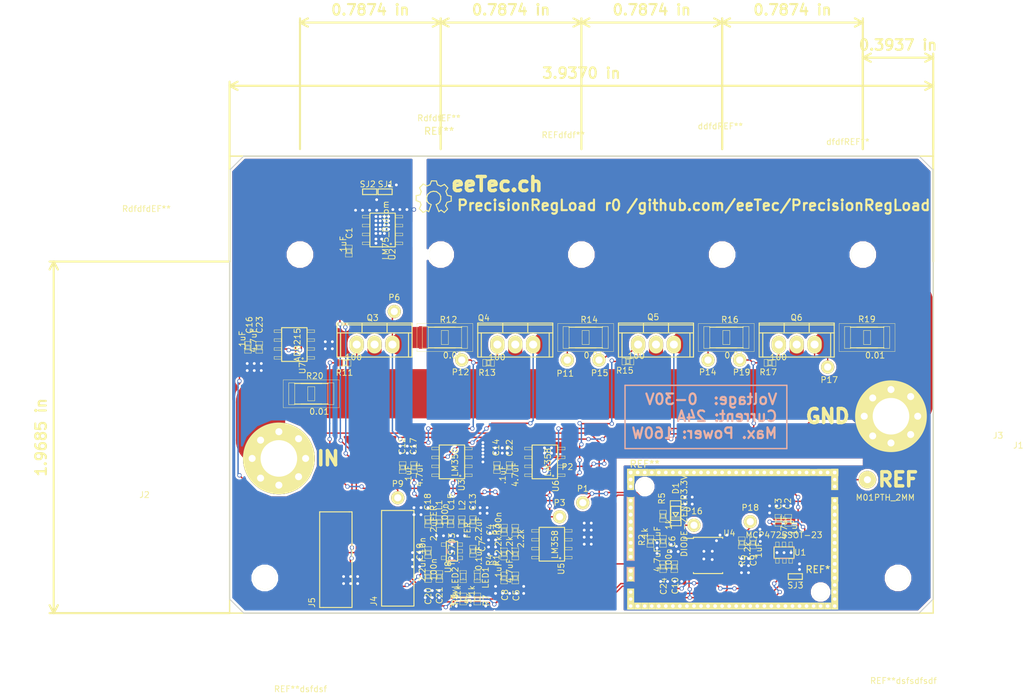
<source format=kicad_pcb>
(kicad_pcb (version 4) (host pcbnew 4.0.2-stable)
  (layers (0 F.Cu signal) (31 B.Cu signal) (34 B.Paste user) (35 F.Paste user) (36 B.SilkS user) (37 F.SilkS user) (38 B.Mask user) (39 F.Mask user) (44 Edge.Cuts user))
  (net 0 "")
  (net 1 +3V3)
  (net 2 GND)
  (net 3 "Net-(C4-Pad1)")
  (net 4 +5V)
  (net 5 "Net-(C6-Pad1)")
  (net 6 "Net-(C9-Pad1)")
  (net 7 "Net-(C18-Pad1)")
  (net 8 "Net-(C19-Pad1)")
  (net 9 VSENSE)
  (net 10 "Net-(J2-Pad1)")
  (net 11 SDA)
  (net 12 SCL)
  (net 13 "Net-(P1-Pad1)")
  (net 14 "Net-(P3-Pad1)")
  (net 15 "Net-(P6-Pad1)")
  (net 16 "Net-(P9-Pad1)")
  (net 17 "Net-(P11-Pad1)")
  (net 18 "Net-(P12-Pad1)")
  (net 19 "Net-(P14-Pad1)")
  (net 20 "Net-(P15-Pad1)")
  (net 21 "Net-(P17-Pad1)")
  (net 22 "Net-(P19-Pad1)")
  (net 23 "Net-(Q3-Pad2)")
  (net 24 "Net-(Q3-Pad1)")
  (net 25 "Net-(Q4-Pad1)")
  (net 26 "Net-(Q6-Pad1)")
  (net 27 "Net-(R1-Pad1)")
  (net 28 CURRENT)
  (net 29 "Net-(LED1-PadC)")
  (net 30 "Net-(LED2-PadC)")
  (net 31 "Net-(R15-Pad2)")
  (net 32 "Net-(U2-Pad3)")
  (net 33 "Net-(U5-Pad1)")
  (net 34 "Net-(U7-Pad3)")
  (net 35 "Net-(U7-Pad4)")
  (net 36 "Net-(C15-Pad1)")
  (module Mounting_Holes:MountingHole_2.2mm_M2 (layer F.Cu) (at 215 77)
    (fp_text reference REF** (at 0 -3.2) (layer F.SilkS))
    (fp_text value MountingHole_2.2mm_M2)
    (pad 1 np_thru_hole circle (at 0 0) (size 2.2 2.2) (drill 2.2) (layers *.Cu *.Mask F.SilkS))
  )
  (module Mounting_Holes:MountingHole_3.2mm_M3 (layer F.Cu) (at 186 44)
    (fp_text reference RdfdfEF** (at -0.25 -19.4) (layer F.SilkS) (effects (font (size 0.85 0.85) (thickness 0.12))))
    (fp_text value MountingHole_3.2mm_M3)
    (pad 1 np_thru_hole circle (at 0 0) (size 3.2 3.2) (drill 3.2) (layers *.Cu *.Mask F.SilkS))
  )
  (module Mounting_Holes:MountingHole_3.2mm_M3 (layer F.Cu) (at 206 44)
    (fp_text reference REFdfdf** (at -2.575 -17) (layer F.SilkS) (effects (font (size 0.85 0.85) (thickness 0.12))))
    (fp_text value MountingHole_3.2mm_M3)
    (pad 1 np_thru_hole circle (at 0 0) (size 3.2 3.2) (drill 3.2) (layers *.Cu *.Mask F.SilkS))
  )
  (module Mounting_Holes:MountingHole_3.2mm_M3 (layer F.Cu) (at 226 44)
    (fp_text reference ddfdREF** (at -0.25 -18.25) (layer F.SilkS) (effects (font (size 0.85 0.85) (thickness 0.12))))
    (fp_text value MountingHole_3.2mm_M3)
    (pad 1 np_thru_hole circle (at 0 0) (size 3.2 3.2) (drill 3.2) (layers *.Cu *.Mask F.SilkS))
  )
  (module Mounting_Holes:MountingHole_3.2mm_M3 (layer F.Cu) (at 246 44)
    (fp_text reference dfdfREF** (at -2.125 -16.025) (layer F.SilkS) (effects (font (size 0.85 0.85) (thickness 0.12))))
    (fp_text value MountingHole_3.2mm_M3)
    (pad 1 np_thru_hole circle (at 0 0) (size 3.2 3.2) (drill 3.2) (layers *.Cu *.Mask F.SilkS))
  )
  (module myfootprints:SparkFun-Capacitors-0603-CAP (layer F.Cu) (at 158.6 57.2 270)
    (fp_text reference C16 (at -3.175 -0.2 270) (layer F.SilkS) (effects (font (size 0.85 0.85) (thickness 0.12))))
    (fp_text value .1uF (at -1 0.8 270) (layer F.SilkS) (effects (font (size 0.85 0.85) (thickness 0.12))))
    (pad 1 smd rect (at -0.84836 0 270) (size 1.09982 0.99822) (layers F.Cu F.Paste F.Mask) (net 1 +3V3))
    (pad 2 smd rect (at 0.84836 0 270) (size 1.09982 0.99822) (layers F.Cu F.Paste F.Mask) (net 2 GND))
  )
  (module myfootprints:SparkFun-Capacitors-0603-CAP (layer F.Cu) (at 160.2 57.2 270)
    (fp_text reference C23 (at -3.2 -0.05 270) (layer F.SilkS) (effects (font (size 0.85 0.85) (thickness 0.12))))
    (fp_text value 4.7uF (at -1 0.8 270) (layer F.SilkS) (effects (font (size 0.85 0.85) (thickness 0.12))))
    (pad 1 smd rect (at -0.84836 0 270) (size 1.09982 0.99822) (layers F.Cu F.Paste F.Mask) (net 1 +3V3))
    (pad 2 smd rect (at 0.84836 0 270) (size 1.09982 0.99822) (layers F.Cu F.Paste F.Mask) (net 2 GND))
  )
  (module myfootprints:TO-220 (layer F.Cu) (at 176.6 56.8)
    (fp_text reference Q3 (at -0.275 -3.8) (layer F.SilkS) (effects (font (size 0.85 0.85) (thickness 0.12))))
    (fp_text value IIRLZ44)
    (pad 2 thru_hole oval (at 0 0) (size 2.032 2.54) (drill 1.143) (layers *.Cu *.Mask F.SilkS) (net 23 "Net-(Q3-Pad2)"))
    (pad 3 thru_hole oval (at 2.54 0) (size 2.032 2.54) (drill 1.143) (layers *.Cu *.Mask F.SilkS) (net 15 "Net-(P6-Pad1)"))
    (pad 1 thru_hole oval (at -2.54 0) (size 2.032 2.54) (drill 1.143) (layers *.Cu *.Mask F.SilkS) (net 24 "Net-(Q3-Pad1)"))
  )
  (module myfootprints:TO-220 (layer F.Cu) (at 196.6 56.8)
    (fp_text reference Q4 (at -4.475 -3.775) (layer F.SilkS) (effects (font (size 0.85 0.85) (thickness 0.12))))
    (fp_text value IIRLZ44)
    (pad 2 thru_hole oval (at 0 0) (size 2.032 2.54) (drill 1.143) (layers *.Cu *.Mask F.SilkS) (net 23 "Net-(Q3-Pad2)"))
    (pad 3 thru_hole oval (at 2.54 0) (size 2.032 2.54) (drill 1.143) (layers *.Cu *.Mask F.SilkS) (net 17 "Net-(P11-Pad1)"))
    (pad 1 thru_hole oval (at -2.54 0) (size 2.032 2.54) (drill 1.143) (layers *.Cu *.Mask F.SilkS) (net 25 "Net-(Q4-Pad1)"))
  )
  (module myfootprints:TO-220 (layer F.Cu) (at 216.6 56.8)
    (fp_text reference Q5 (at -0.4 -3.9) (layer F.SilkS) (effects (font (size 0.85 0.85) (thickness 0.12))))
    (fp_text value IIRLZ44)
    (pad 2 thru_hole oval (at 0 0) (size 2.032 2.54) (drill 1.143) (layers *.Cu *.Mask F.SilkS) (net 23 "Net-(Q3-Pad2)"))
    (pad 3 thru_hole oval (at 2.54 0) (size 2.032 2.54) (drill 1.143) (layers *.Cu *.Mask F.SilkS) (net 19 "Net-(P14-Pad1)"))
    (pad 1 thru_hole oval (at -2.54 0) (size 2.032 2.54) (drill 1.143) (layers *.Cu *.Mask F.SilkS) (net 20 "Net-(P15-Pad1)"))
  )
  (module myfootprints:TO-220 (layer F.Cu) (at 236.6 56.8)
    (fp_text reference Q6 (at -0.025 -3.825) (layer F.SilkS) (effects (font (size 0.85 0.85) (thickness 0.12))))
    (fp_text value IIRLZ44)
    (pad 2 thru_hole oval (at 0 0) (size 2.032 2.54) (drill 1.143) (layers *.Cu *.Mask F.SilkS) (net 23 "Net-(Q3-Pad2)"))
    (pad 3 thru_hole oval (at 2.54 0) (size 2.032 2.54) (drill 1.143) (layers *.Cu *.Mask F.SilkS) (net 21 "Net-(P17-Pad1)"))
    (pad 1 thru_hole oval (at -2.54 0) (size 2.032 2.54) (drill 1.143) (layers *.Cu *.Mask F.SilkS) (net 26 "Net-(Q6-Pad1)"))
  )
  (module myfootprints:SparkFun-Passives-0603-RES (layer F.Cu) (at 172.4 59.4 180)
    (fp_text reference R11 (at 0.075 -1.4 180) (layer F.SilkS) (effects (font (size 0.85 0.85) (thickness 0.12))))
    (fp_text value 100 (at -1.2 0.8 180) (layer F.SilkS) (effects (font (size 0.85 0.85) (thickness 0.12))))
    (pad 1 smd rect (at -0.84836 0 180) (size 1.09982 0.99822) (layers F.Cu F.Paste F.Mask) (net 24 "Net-(Q3-Pad1)"))
    (pad 2 smd rect (at 0.84836 0 180) (size 1.09982 0.99822) (layers F.Cu F.Paste F.Mask) (net 16 "Net-(P9-Pad1)"))
  )
  (module myfootprints:SparkFun-Passives-0603-RES (layer F.Cu) (at 192.8 59.4 180)
    (fp_text reference R13 (at 0.2 -1.4 180) (layer F.SilkS) (effects (font (size 0.85 0.85) (thickness 0.12))))
    (fp_text value 100 (at -1.2 0.8 180) (layer F.SilkS) (effects (font (size 0.85 0.85) (thickness 0.12))))
    (pad 1 smd rect (at -0.84836 0 180) (size 1.09982 0.99822) (layers F.Cu F.Paste F.Mask) (net 25 "Net-(Q4-Pad1)"))
    (pad 2 smd rect (at 0.84836 0 180) (size 1.09982 0.99822) (layers F.Cu F.Paste F.Mask) (net 18 "Net-(P12-Pad1)"))
  )
  (module myfootprints:SparkFun-Passives-0603-RES (layer F.Cu) (at 212.6 59.2 180)
    (fp_text reference R15 (at 0.425 -1.3 180) (layer F.SilkS) (effects (font (size 0.85 0.85) (thickness 0.12))))
    (fp_text value 100 (at -1.2 0.8 180) (layer F.SilkS) (effects (font (size 0.85 0.85) (thickness 0.12))))
    (pad 1 smd rect (at -0.84836 0 180) (size 1.09982 0.99822) (layers F.Cu F.Paste F.Mask) (net 20 "Net-(P15-Pad1)"))
    (pad 2 smd rect (at 0.84836 0 180) (size 1.09982 0.99822) (layers F.Cu F.Paste F.Mask) (net 31 "Net-(R15-Pad2)"))
  )
  (module myfootprints:SparkFun-Passives-0603-RES (layer F.Cu) (at 232.8 59.4 180)
    (fp_text reference R17 (at 0.25 -1.325 180) (layer F.SilkS) (effects (font (size 0.85 0.85) (thickness 0.12))))
    (fp_text value 100 (at -1.2 0.8 180) (layer F.SilkS) (effects (font (size 0.85 0.85) (thickness 0.12))))
    (pad 1 smd rect (at -0.84836 0 180) (size 1.09982 0.99822) (layers F.Cu F.Paste F.Mask) (net 26 "Net-(Q6-Pad1)"))
    (pad 2 smd rect (at 0.84836 0 180) (size 1.09982 0.99822) (layers F.Cu F.Paste F.Mask) (net 22 "Net-(P19-Pad1)"))
  )
  (module myfootprints:SparkFun-AnalogIC-SO08 (layer F.Cu) (at 165.2 56.8 90)
    (fp_text reference U7 (at -3.35 1.15 90) (layer F.SilkS) (effects (font (size 0.85 0.85) (thickness 0.12))))
    (fp_text value AD8215 (at -0.0508 0.4318 90) (layer F.SilkS) (effects (font (size 0.85 0.85) (thickness 0.12))))
    (pad 1 smd rect (at -1.905 2.6162 90) (size 0.6096 2.20726) (layers F.Cu F.Paste F.Mask) (net 23 "Net-(Q3-Pad2)"))
    (pad 2 smd rect (at -0.635 2.6162 90) (size 0.6096 2.20726) (layers F.Cu F.Paste F.Mask) (net 2 GND))
    (pad 3 smd rect (at 0.635 2.6162 90) (size 0.6096 2.20726) (layers F.Cu F.Paste F.Mask) (net 34 "Net-(U7-Pad3)"))
    (pad 4 smd rect (at 1.905 2.6162 90) (size 0.6096 2.20726) (layers F.Cu F.Paste F.Mask) (net 35 "Net-(U7-Pad4)"))
    (pad 5 smd rect (at 1.905 -2.6162 90) (size 0.6096 2.20726) (layers F.Cu F.Paste F.Mask) (net 28 CURRENT))
    (pad 6 smd rect (at 0.635 -2.6162 90) (size 0.6096 2.20726) (layers F.Cu F.Paste F.Mask) (net 1 +3V3))
    (pad 7 smd rect (at -0.635 -2.6162 90) (size 0.6096 2.20726) (layers F.Cu F.Paste F.Mask) (net 35 "Net-(U7-Pad4)"))
    (pad 8 smd rect (at -1.905 -2.6162 90) (size 0.6096 2.20726) (layers F.Cu F.Paste F.Mask) (net 10 "Net-(J2-Pad1)"))
  )
  (module myfootprints:adafruit-R2512 (layer F.Cu) (at 186.6 55.8)
    (fp_text reference R12 (at 0.508 -2.54) (layer F.SilkS) (effects (font (size 0.85 0.85) (thickness 0.12))))
    (fp_text value 0.01 (at 1.143 2.54) (layer F.SilkS) (effects (font (size 0.85 0.85) (thickness 0.12))))
    (pad 1 smd rect (at -2.79908 0) (size 1.79832 3.19786) (layers F.Cu F.Paste F.Mask) (net 15 "Net-(P6-Pad1)"))
    (pad 2 smd rect (at 2.79908 0) (size 1.79832 3.19786) (layers F.Cu F.Paste F.Mask) (net 2 GND))
  )
  (module myfootprints:adafruit-R2512 (layer F.Cu) (at 206.6 55.8)
    (fp_text reference R14 (at 0.508 -2.54) (layer F.SilkS) (effects (font (size 0.85 0.85) (thickness 0.12))))
    (fp_text value 0.01 (at 1.143 2.54) (layer F.SilkS) (effects (font (size 0.85 0.85) (thickness 0.12))))
    (pad 1 smd rect (at -2.79908 0) (size 1.79832 3.19786) (layers F.Cu F.Paste F.Mask) (net 17 "Net-(P11-Pad1)"))
    (pad 2 smd rect (at 2.79908 0) (size 1.79832 3.19786) (layers F.Cu F.Paste F.Mask) (net 2 GND))
  )
  (module myfootprints:adafruit-R2512 (layer F.Cu) (at 226.6 55.8)
    (fp_text reference R16 (at 0.508 -2.54) (layer F.SilkS) (effects (font (size 0.85 0.85) (thickness 0.12))))
    (fp_text value 0.01 (at 1.143 2.54) (layer F.SilkS) (effects (font (size 0.85 0.85) (thickness 0.12))))
    (pad 1 smd rect (at -2.79908 0) (size 1.79832 3.19786) (layers F.Cu F.Paste F.Mask) (net 19 "Net-(P14-Pad1)"))
    (pad 2 smd rect (at 2.79908 0) (size 1.79832 3.19786) (layers F.Cu F.Paste F.Mask) (net 2 GND))
  )
  (module myfootprints:adafruit-R2512 (layer F.Cu) (at 246.6 55.8)
    (fp_text reference R19 (at -0.025 -2.6) (layer F.SilkS) (effects (font (size 0.85 0.85) (thickness 0.12))))
    (fp_text value 0.01 (at 1.143 2.54) (layer F.SilkS) (effects (font (size 0.85 0.85) (thickness 0.12))))
    (pad 1 smd rect (at -2.79908 0) (size 1.79832 3.19786) (layers F.Cu F.Paste F.Mask) (net 21 "Net-(P17-Pad1)"))
    (pad 2 smd rect (at 2.79908 0) (size 1.79832 3.19786) (layers F.Cu F.Paste F.Mask) (net 2 GND))
  )
  (module myfootprints:adafruit-R2512 (layer F.Cu) (at 167.6 63.8)
    (fp_text reference R20 (at 0.508 -2.54) (layer F.SilkS) (effects (font (size 0.85 0.85) (thickness 0.12))))
    (fp_text value 0.01 (at 1.143 2.54) (layer F.SilkS) (effects (font (size 0.85 0.85) (thickness 0.12))))
    (pad 1 smd rect (at -2.79908 0) (size 1.79832 3.19786) (layers F.Cu F.Paste F.Mask) (net 10 "Net-(J2-Pad1)"))
    (pad 2 smd rect (at 2.79908 0) (size 1.79832 3.19786) (layers F.Cu F.Paste F.Mask) (net 23 "Net-(Q3-Pad2)"))
  )
  (module Mounting_Holes:MountingHole_3.2mm_M3 (layer F.Cu) (at 161 90)
    (fp_text reference REF**dsfdsf (at 5.075 15.8) (layer F.SilkS) (effects (font (size 0.85 0.85) (thickness 0.12))))
    (fp_text value MountingHole_3.2mm_M3)
    (pad 1 np_thru_hole circle (at 0 0) (size 3.2 3.2) (drill 3.2) (layers *.Cu *.Mask F.SilkS))
  )
  (module Mounting_Holes:MountingHole_3.2mm_M3 (layer F.Cu) (at 166 44)
    (fp_text reference RdfdfdEF** (at -21.825 -6.5) (layer F.SilkS) (effects (font (size 0.85 0.85) (thickness 0.12))))
    (fp_text value MountingHole_3.2mm_M3)
    (pad 1 np_thru_hole circle (at 0 0) (size 3.2 3.2) (drill 3.2) (layers *.Cu *.Mask F.SilkS))
  )
  (module Mounting_Holes:MountingHole_3.2mm_M3 (layer F.Cu) (at 251 90)
    (fp_text reference REF**dsfsdfsdf (at 0.775 14.625) (layer F.SilkS) (effects (font (size 0.85 0.85) (thickness 0.12))))
    (fp_text value MountingHole_3.2mm_M3)
    (pad 1 np_thru_hole circle (at 0 0) (size 3.2 3.2) (drill 3.2) (layers *.Cu *.Mask F.SilkS))
  )
  (module myfootprints:SparkFun-Capacitors-0603-CAP (layer F.Cu) (at 172.94 43.51 270)
    (fp_text reference C1 (at -2.56 -0.06 270) (layer F.SilkS) (effects (font (size 0.85 0.85) (thickness 0.12))))
    (fp_text value 1uF (at -1 0.8 270) (layer F.SilkS) (effects (font (size 0.85 0.85) (thickness 0.12))))
    (pad 1 smd rect (at -0.84836 0 270) (size 1.09982 0.99822) (layers F.Cu F.Paste F.Mask) (net 1 +3V3))
    (pad 2 smd rect (at 0.84836 0 270) (size 1.09982 0.99822) (layers F.Cu F.Paste F.Mask) (net 2 GND))
  )
  (module myfootprints:SparkFun-Capacitors-0603-CAP (layer F.Cu) (at 235.4 81.8 90)
    (fp_text reference C2 (at 2.375 -0.05 90) (layer F.SilkS) (effects (font (size 0.85 0.85) (thickness 0.12))))
    (fp_text value 1uF (at -1 0.8 90) (layer F.SilkS) (effects (font (size 0.85 0.85) (thickness 0.12))))
    (pad 1 smd rect (at -0.84836 0 90) (size 1.09982 0.99822) (layers F.Cu F.Paste F.Mask) (net 1 +3V3))
    (pad 2 smd rect (at 0.84836 0 90) (size 1.09982 0.99822) (layers F.Cu F.Paste F.Mask) (net 2 GND))
  )
  (module myfootprints:SparkFun-Capacitors-0603-CAP (layer F.Cu) (at 234 81.8 90)
    (fp_text reference C3 (at 2.35 0 90) (layer F.SilkS) (effects (font (size 0.85 0.85) (thickness 0.12))))
    (fp_text value 4.7uF (at -1 0.8 90) (layer F.SilkS) (effects (font (size 0.85 0.85) (thickness 0.12))))
    (pad 1 smd rect (at -0.84836 0 90) (size 1.09982 0.99822) (layers F.Cu F.Paste F.Mask) (net 1 +3V3))
    (pad 2 smd rect (at 0.84836 0 90) (size 1.09982 0.99822) (layers F.Cu F.Paste F.Mask) (net 2 GND))
  )
  (module myfootprints:SparkFun-Capacitors-0603-CAP (layer F.Cu) (at 195 83.2 270)
    (fp_text reference C4 (at -0.05 2 270) (layer F.SilkS) (effects (font (size 0.85 0.85) (thickness 0.12))))
    (fp_text value 100n (at -1 0.8 270) (layer F.SilkS) (effects (font (size 0.85 0.85) (thickness 0.12))))
    (pad 1 smd rect (at -0.84836 0 270) (size 1.09982 0.99822) (layers F.Cu F.Paste F.Mask) (net 3 "Net-(C4-Pad1)"))
    (pad 2 smd rect (at 0.84836 0 270) (size 1.09982 0.99822) (layers F.Cu F.Paste F.Mask) (net 2 GND))
  )
  (module myfootprints:SparkFun-Capacitors-0603-CAP (layer F.Cu) (at 196.6 90 270)
    (fp_text reference C5 (at 2.475 -0.125 270) (layer F.SilkS) (effects (font (size 0.85 0.85) (thickness 0.12))))
    (fp_text value 4.7uF (at -1 0.8 270) (layer F.SilkS) (effects (font (size 0.85 0.85) (thickness 0.12))))
    (pad 1 smd rect (at -0.84836 0 270) (size 1.09982 0.99822) (layers F.Cu F.Paste F.Mask) (net 4 +5V))
    (pad 2 smd rect (at 0.84836 0 270) (size 1.09982 0.99822) (layers F.Cu F.Paste F.Mask) (net 2 GND))
  )
  (module myfootprints:SparkFun-Capacitors-0603-CAP (layer F.Cu) (at 217.6 84.8 270)
    (fp_text reference C6 (at 0.025 -1.3 270) (layer F.SilkS) (effects (font (size 0.85 0.85) (thickness 0.12))))
    (fp_text value 1uF (at -1 0.8 270) (layer F.SilkS) (effects (font (size 0.85 0.85) (thickness 0.12))))
    (pad 1 smd rect (at -0.84836 0 270) (size 1.09982 0.99822) (layers F.Cu F.Paste F.Mask) (net 5 "Net-(C6-Pad1)"))
    (pad 2 smd rect (at 0.84836 0 270) (size 1.09982 0.99822) (layers F.Cu F.Paste F.Mask) (net 2 GND))
  )
  (module myfootprints:SparkFun-Capacitors-0603-CAP (layer F.Cu) (at 195 90 270)
    (fp_text reference C8 (at 2.425 -0.125 270) (layer F.SilkS) (effects (font (size 0.85 0.85) (thickness 0.12))))
    (fp_text value .1uF (at -1 0.8 270) (layer F.SilkS) (effects (font (size 0.85 0.85) (thickness 0.12))))
    (pad 1 smd rect (at -0.84836 0 270) (size 1.09982 0.99822) (layers F.Cu F.Paste F.Mask) (net 4 +5V))
    (pad 2 smd rect (at 0.84836 0 270) (size 1.09982 0.99822) (layers F.Cu F.Paste F.Mask) (net 2 GND))
  )
  (module myfootprints:SparkFun-Capacitors-0603-CAP (layer F.Cu) (at 219.2 88.4 270)
    (fp_text reference C10 (at 2.7 -0.125 270) (layer F.SilkS) (effects (font (size 0.85 0.85) (thickness 0.12))))
    (fp_text value 100n (at -1 0.8 270) (layer F.SilkS) (effects (font (size 0.85 0.85) (thickness 0.12))))
    (pad 1 smd rect (at -0.84836 0 270) (size 1.09982 0.99822) (layers F.Cu F.Paste F.Mask) (net 1 +3V3))
    (pad 2 smd rect (at 0.84836 0 270) (size 1.09982 0.99822) (layers F.Cu F.Paste F.Mask) (net 2 GND))
  )
  (module myfootprints:SparkFun-Capacitors-0603-CAP (layer F.Cu) (at 180.6 74.29 90)
    (fp_text reference C12 (at 3.09 -0.075 90) (layer F.SilkS) (effects (font (size 0.85 0.85) (thickness 0.12))))
    (fp_text value .1uF (at -1 0.8 90) (layer F.SilkS) (effects (font (size 0.85 0.85) (thickness 0.12))))
    (pad 1 smd rect (at -0.84836 0 90) (size 1.09982 0.99822) (layers F.Cu F.Paste F.Mask) (net 4 +5V))
    (pad 2 smd rect (at 0.84836 0 90) (size 1.09982 0.99822) (layers F.Cu F.Paste F.Mask) (net 2 GND))
  )
  (module myfootprints:SparkFun-Capacitors-0603-CAP (layer F.Cu) (at 194 74.29 90)
    (fp_text reference C14 (at 2.84 -0.125 90) (layer F.SilkS) (effects (font (size 0.85 0.85) (thickness 0.12))))
    (fp_text value .1uF (at -1 0.8 90) (layer F.SilkS) (effects (font (size 0.85 0.85) (thickness 0.12))))
    (pad 1 smd rect (at -0.84836 0 90) (size 1.09982 0.99822) (layers F.Cu F.Paste F.Mask) (net 4 +5V))
    (pad 2 smd rect (at 0.84836 0 90) (size 1.09982 0.99822) (layers F.Cu F.Paste F.Mask) (net 2 GND))
  )
  (module myfootprints:SparkFun-Capacitors-0603-CAP (layer F.Cu) (at 182.2 74.29 90)
    (fp_text reference C17 (at 3.015 -0.075 90) (layer F.SilkS) (effects (font (size 0.85 0.85) (thickness 0.12))))
    (fp_text value 4.7uF (at -1 0.8 90) (layer F.SilkS) (effects (font (size 0.85 0.85) (thickness 0.12))))
    (pad 1 smd rect (at -0.84836 0 90) (size 1.09982 0.99822) (layers F.Cu F.Paste F.Mask) (net 4 +5V))
    (pad 2 smd rect (at 0.84836 0 90) (size 1.09982 0.99822) (layers F.Cu F.Paste F.Mask) (net 2 GND))
  )
  (module myfootprints:SparkFun-Capacitors-0603-CAP (layer F.Cu) (at 184.2 86.4 270)
    (fp_text reference C19 (at -0.125 1.15 270) (layer F.SilkS) (effects (font (size 0.85 0.85) (thickness 0.12))))
    (fp_text value 10n (at -1 0.8 270) (layer F.SilkS) (effects (font (size 0.85 0.85) (thickness 0.12))))
    (pad 1 smd rect (at -0.84836 0 270) (size 1.09982 0.99822) (layers F.Cu F.Paste F.Mask) (net 8 "Net-(C19-Pad1)"))
    (pad 2 smd rect (at 0.84836 0 270) (size 1.09982 0.99822) (layers F.Cu F.Paste F.Mask) (net 2 GND))
  )
  (module myfootprints:SparkFun-Capacitors-0603-CAP (layer F.Cu) (at 184.2 89.8 270)
    (fp_text reference C20 (at 2.775 -0.025 270) (layer F.SilkS) (effects (font (size 0.85 0.85) (thickness 0.12))))
    (fp_text value 2.2uF (at -1 0.8 270) (layer F.SilkS) (effects (font (size 0.85 0.85) (thickness 0.12))))
    (pad 1 smd rect (at -0.84836 0 270) (size 1.09982 0.99822) (layers F.Cu F.Paste F.Mask) (net 1 +3V3))
    (pad 2 smd rect (at 0.84836 0 270) (size 1.09982 0.99822) (layers F.Cu F.Paste F.Mask) (net 2 GND))
  )
  (module myfootprints:SparkFun-Capacitors-0603-CAP (layer F.Cu) (at 185.8 89.8 270)
    (fp_text reference C21 (at 2.675 -0.025 270) (layer F.SilkS) (effects (font (size 0.85 0.85) (thickness 0.12))))
    (fp_text value 100n (at -1 0.8 270) (layer F.SilkS) (effects (font (size 0.85 0.85) (thickness 0.12))))
    (pad 1 smd rect (at -0.84836 0 270) (size 1.09982 0.99822) (layers F.Cu F.Paste F.Mask) (net 1 +3V3))
    (pad 2 smd rect (at 0.84836 0 270) (size 1.09982 0.99822) (layers F.Cu F.Paste F.Mask) (net 2 GND))
  )
  (module myfootprints:SparkFun-Capacitors-0603-CAP (layer F.Cu) (at 195.8 74.29 90)
    (fp_text reference C22 (at 2.79 -0.025 90) (layer F.SilkS) (effects (font (size 0.85 0.85) (thickness 0.12))))
    (fp_text value 4.7uF (at -1 0.8 90) (layer F.SilkS) (effects (font (size 0.85 0.85) (thickness 0.12))))
    (pad 1 smd rect (at -0.84836 0 90) (size 1.09982 0.99822) (layers F.Cu F.Paste F.Mask) (net 4 +5V))
    (pad 2 smd rect (at 0.84836 0 90) (size 1.09982 0.99822) (layers F.Cu F.Paste F.Mask) (net 2 GND))
  )
  (module myfootprints:SparkFun-Capacitors-0603-CAP (layer F.Cu) (at 217.6 88.4 270)
    (fp_text reference C24 (at 2.775 -0.075 270) (layer F.SilkS) (effects (font (size 0.85 0.85) (thickness 0.12))))
    (fp_text value 4.7uF (at -1 0.8 270) (layer F.SilkS) (effects (font (size 0.85 0.85) (thickness 0.12))))
    (pad 1 smd rect (at -0.84836 0 270) (size 1.09982 0.99822) (layers F.Cu F.Paste F.Mask) (net 1 +3V3))
    (pad 2 smd rect (at 0.84836 0 270) (size 1.09982 0.99822) (layers F.Cu F.Paste F.Mask) (net 2 GND))
  )
  (module myfootprints:adafruit-SOD-123 (layer F.Cu) (at 219.4 80.8 90)
    (fp_text reference D1 (at 3.55 0 90) (layer F.SilkS) (effects (font (size 0.85 0.85) (thickness 0.12))))
    (fp_text value DIODE-ZENER3.3V (at -0.375 1.2 90) (layer F.SilkS) (effects (font (size 0.85 0.85) (thickness 0.12))))
    (pad A smd rect (at 1.84912 0 90) (size 1.19888 0.6985) (layers F.Cu F.Paste F.Mask) (net 2 GND))
    (pad C smd rect (at -1.84912 0 90) (size 1.19888 0.6985) (layers F.Cu F.Paste F.Mask) (net 5 "Net-(C6-Pad1)"))
  )
  (module myfootprints:PH-Connector-TopEntry (layer F.Cu) (at 179.8 82 270)
    (fp_text reference J4 (at 11.3 3.3 270) (layer F.SilkS) (effects (font (size 0.85 0.85) (thickness 0.12))))
    (fp_text value UART_ISO)
    (pad 4 smd rect (at 8.2 2.2 270) (size 1 5.5) (layers F.Cu F.Paste F.Mask) (net 2 GND))
    (pad 3 smd rect (at 6.2 2.2 270) (size 1 5.5) (layers F.Cu F.Paste F.Mask) (net 11 SDA))
    (pad 2 smd rect (at 4.2 2.2 270) (size 1 5.5) (layers F.Cu F.Paste F.Mask) (net 12 SCL))
    (pad NC smd rect (at 10.6 0 270) (size 1.6 3) (layers F.Cu F.Paste F.Mask))
    (pad NC smd rect (at -0.2 0 270) (size 1.6 3) (layers F.Cu F.Paste F.Mask))
    (pad 1 smd rect (at 2.2 2.2 270) (size 1 5.5) (layers F.Cu F.Paste F.Mask) (net 7 "Net-(C18-Pad1)"))
  )
  (module myfootprints:SparkFun-Passives-0603-RES (layer F.Cu) (at 196.6 86.6 270)
    (fp_text reference R1 (at 0.875 2.675 270) (layer F.SilkS) (effects (font (size 0.85 0.85) (thickness 0.12))))
    (fp_text value 2.2k (at -1.2 0.8 270) (layer F.SilkS) (effects (font (size 0.85 0.85) (thickness 0.12))))
    (pad 1 smd rect (at -0.84836 0 270) (size 1.09982 0.99822) (layers F.Cu F.Paste F.Mask) (net 27 "Net-(R1-Pad1)"))
    (pad 2 smd rect (at 0.84836 0 270) (size 1.09982 0.99822) (layers F.Cu F.Paste F.Mask) (net 14 "Net-(P3-Pad1)"))
  )
  (module myfootprints:SparkFun-Passives-0603-RES (layer F.Cu) (at 215.8 84.8 270)
    (fp_text reference R2 (at -0.2 1.2 270) (layer F.SilkS) (effects (font (size 0.85 0.85) (thickness 0.12))))
    (fp_text value 1k (at -1.2 0.8 270) (layer F.SilkS) (effects (font (size 0.85 0.85) (thickness 0.12))))
    (pad 1 smd rect (at -0.84836 0 270) (size 1.09982 0.99822) (layers F.Cu F.Paste F.Mask) (net 5 "Net-(C6-Pad1)"))
    (pad 2 smd rect (at 0.84836 0 270) (size 1.09982 0.99822) (layers F.Cu F.Paste F.Mask) (net 2 GND))
  )
  (module myfootprints:SparkFun-Passives-0603-RES (layer F.Cu) (at 196.6 83.2 90)
    (fp_text reference R3 (at 0.075 -2.65 90) (layer F.SilkS) (effects (font (size 0.85 0.85) (thickness 0.12))))
    (fp_text value 2.2k (at -1.2 0.8 90) (layer F.SilkS) (effects (font (size 0.85 0.85) (thickness 0.12))))
    (pad 1 smd rect (at -0.84836 0 90) (size 1.09982 0.99822) (layers F.Cu F.Paste F.Mask) (net 13 "Net-(P1-Pad1)"))
    (pad 2 smd rect (at 0.84836 0 90) (size 1.09982 0.99822) (layers F.Cu F.Paste F.Mask) (net 3 "Net-(C4-Pad1)"))
  )
  (module myfootprints:SparkFun-Passives-0603-RES (layer F.Cu) (at 195 86.6 270)
    (fp_text reference R4 (at 0.85 2.05 270) (layer F.SilkS) (effects (font (size 0.85 0.85) (thickness 0.12))))
    (fp_text value 2.2k (at -1.2 0.8 270) (layer F.SilkS) (effects (font (size 0.85 0.85) (thickness 0.12))))
    (pad 1 smd rect (at -0.84836 0 270) (size 1.09982 0.99822) (layers F.Cu F.Paste F.Mask) (net 2 GND))
    (pad 2 smd rect (at 0.84836 0 270) (size 1.09982 0.99822) (layers F.Cu F.Paste F.Mask) (net 14 "Net-(P3-Pad1)"))
  )
  (module myfootprints:SparkFun-Passives-0603-RES (layer F.Cu) (at 217.6 81.2 90)
    (fp_text reference R5 (at 2.5 -0.175 90) (layer F.SilkS) (effects (font (size 0.85 0.85) (thickness 0.12))))
    (fp_text value 1k (at -1.2 0.8 90) (layer F.SilkS) (effects (font (size 0.85 0.85) (thickness 0.12))))
    (pad 1 smd rect (at -0.84836 0 90) (size 1.09982 0.99822) (layers F.Cu F.Paste F.Mask) (net 5 "Net-(C6-Pad1)"))
    (pad 2 smd rect (at 0.84836 0 90) (size 1.09982 0.99822) (layers F.Cu F.Paste F.Mask) (net 9 VSENSE))
  )
  (module myfootprints:SparkFun-Passives-0603-RES (layer F.Cu) (at 228.8 85 90)
    (fp_text reference R6 (at -2.5 0.05 90) (layer F.SilkS) (effects (font (size 0.85 0.85) (thickness 0.12))))
    (fp_text value 2.2k (at -1.2 0.8 90) (layer F.SilkS) (effects (font (size 0.85 0.85) (thickness 0.12))))
    (pad 1 smd rect (at -0.84836 0 90) (size 1.09982 0.99822) (layers F.Cu F.Paste F.Mask) (net 6 "Net-(C9-Pad1)"))
    (pad 2 smd rect (at 0.84836 0 90) (size 1.09982 0.99822) (layers F.Cu F.Paste F.Mask) (net 28 CURRENT))
  )
  (module myfootprints:SparkFun-Passives-0603-RES (layer F.Cu) (at 191.2 93 270)
    (fp_text reference R7 (at 0.225 -1.275 270) (layer F.SilkS) (effects (font (size 0.85 0.85) (thickness 0.12))))
    (fp_text value 1k (at -1.2 0.8 270) (layer F.SilkS) (effects (font (size 0.85 0.85) (thickness 0.12))))
    (pad 1 smd rect (at -0.84836 0 270) (size 1.09982 0.99822) (layers F.Cu F.Paste F.Mask) (net 29 "Net-(LED1-PadC)"))
    (pad 2 smd rect (at 0.84836 0 270) (size 1.09982 0.99822) (layers F.Cu F.Paste F.Mask) (net 2 GND))
  )
  (module myfootprints:SparkFun-Passives-0603-RES (layer F.Cu) (at 189.2 93 270)
    (fp_text reference R8 (at 0.05 1.125 270) (layer F.SilkS) (effects (font (size 0.85 0.85) (thickness 0.12))))
    (fp_text value 1k (at -1.2 0.8 270) (layer F.SilkS) (effects (font (size 0.85 0.85) (thickness 0.12))))
    (pad 1 smd rect (at -0.84836 0 270) (size 1.09982 0.99822) (layers F.Cu F.Paste F.Mask) (net 30 "Net-(LED2-PadC)"))
    (pad 2 smd rect (at 0.84836 0 270) (size 1.09982 0.99822) (layers F.Cu F.Paste F.Mask) (net 2 GND))
  )
  (module myfootprints:adafruit-SOT23-6 (layer F.Cu) (at 234.8 86.4 180)
    (fp_text reference U1 (at -2.3 0.025 180) (layer F.SilkS) (effects (font (size 0.85 0.85) (thickness 0.12))))
    (fp_text value MCP4725SOT-23 (at 0 2.5 180) (layer F.SilkS) (effects (font (size 0.85 0.85) (thickness 0.12))))
    (pad 1 smd rect (at -0.94996 1.29794 180) (size 0.54864 1.19888) (layers F.Cu F.Paste F.Mask) (net 13 "Net-(P1-Pad1)"))
    (pad 2 smd rect (at 0 1.29794 180) (size 0.54864 1.19888) (layers F.Cu F.Paste F.Mask) (net 2 GND))
    (pad 3 smd rect (at 0.94996 1.29794 180) (size 0.54864 1.19888) (layers F.Cu F.Paste F.Mask) (net 1 +3V3))
    (pad 4 smd rect (at 0.94996 -1.29794 180) (size 0.54864 1.19888) (layers F.Cu F.Paste F.Mask) (net 11 SDA))
    (pad 5 smd rect (at 0 -1.29794 180) (size 0.54864 1.19888) (layers F.Cu F.Paste F.Mask) (net 12 SCL))
    (pad 6 smd rect (at -0.94996 -1.29794 180) (size 0.54864 1.19888) (layers F.Cu F.Paste F.Mask) (net 1 +3V3))
  )
  (module myfootprints:SparkFun-AnalogIC-SO08 (layer F.Cu) (at 177.74 40.51 90)
    (fp_text reference U2 (at -3.465 1.385 90) (layer F.SilkS) (effects (font (size 0.85 0.85) (thickness 0.12))))
    (fp_text value LM75_Bottom (at -0.0508 0.4318 90) (layer F.SilkS) (effects (font (size 0.85 0.85) (thickness 0.12))))
    (pad 1 smd rect (at -1.905 2.6162 90) (size 0.6096 2.20726) (layers F.Cu F.Paste F.Mask) (net 11 SDA))
    (pad 2 smd rect (at -0.635 2.6162 90) (size 0.6096 2.20726) (layers F.Cu F.Paste F.Mask) (net 12 SCL))
    (pad 3 smd rect (at 0.635 2.6162 90) (size 0.6096 2.20726) (layers F.Cu F.Paste F.Mask) (net 32 "Net-(U2-Pad3)"))
    (pad 4 smd rect (at 1.905 2.6162 90) (size 0.6096 2.20726) (layers F.Cu F.Paste F.Mask) (net 2 GND))
    (pad 5 smd rect (at 1.905 -2.6162 90) (size 0.6096 2.20726) (layers F.Cu F.Paste F.Mask) (net 2 GND))
    (pad 6 smd rect (at 0.635 -2.6162 90) (size 0.6096 2.20726) (layers F.Cu F.Paste F.Mask) (net 1 +3V3))
    (pad 7 smd rect (at -0.635 -2.6162 90) (size 0.6096 2.20726) (layers F.Cu F.Paste F.Mask) (net 1 +3V3))
    (pad 8 smd rect (at -1.905 -2.6162 90) (size 0.6096 2.20726) (layers F.Cu F.Paste F.Mask) (net 1 +3V3))
  )
  (module myfootprints:SparkFun-AnalogIC-SO08 (layer F.Cu) (at 187.6 73.49 90)
    (fp_text reference U3 (at -3.31 1.375 90) (layer F.SilkS) (effects (font (size 0.85 0.85) (thickness 0.12))))
    (fp_text value LM358 (at -0.0508 0.4318 90) (layer F.SilkS) (effects (font (size 0.85 0.85) (thickness 0.12))))
    (pad 1 smd rect (at -1.905 2.6162 90) (size 0.6096 2.20726) (layers F.Cu F.Paste F.Mask) (net 16 "Net-(P9-Pad1)"))
    (pad 2 smd rect (at -0.635 2.6162 90) (size 0.6096 2.20726) (layers F.Cu F.Paste F.Mask) (net 15 "Net-(P6-Pad1)"))
    (pad 3 smd rect (at 0.635 2.6162 90) (size 0.6096 2.20726) (layers F.Cu F.Paste F.Mask) (net 14 "Net-(P3-Pad1)"))
    (pad 4 smd rect (at 1.905 2.6162 90) (size 0.6096 2.20726) (layers F.Cu F.Paste F.Mask) (net 2 GND))
    (pad 5 smd rect (at 1.905 -2.6162 90) (size 0.6096 2.20726) (layers F.Cu F.Paste F.Mask) (net 14 "Net-(P3-Pad1)"))
    (pad 6 smd rect (at 0.635 -2.6162 90) (size 0.6096 2.20726) (layers F.Cu F.Paste F.Mask) (net 17 "Net-(P11-Pad1)"))
    (pad 7 smd rect (at -0.635 -2.6162 90) (size 0.6096 2.20726) (layers F.Cu F.Paste F.Mask) (net 18 "Net-(P12-Pad1)"))
    (pad 8 smd rect (at -1.905 -2.6162 90) (size 0.6096 2.20726) (layers F.Cu F.Paste F.Mask) (net 4 +5V))
  )
  (module Housings_SOIC:SOIC-8-1EP_3.9x4.9mm_Pitch1.27mm (layer F.Cu) (at 224 86.8)
    (fp_text reference U4 (at 3.025 -3.175) (layer F.SilkS) (effects (font (size 0.85 0.85) (thickness 0.12))))
    (fp_text value MCP3426-8SOIC)
    (pad 1 smd rect (at -2.7 -1.905) (size 1.55 0.6) (layers F.Cu F.Paste F.Mask) (net 5 "Net-(C6-Pad1)"))
    (pad 2 smd rect (at -2.7 -0.635) (size 1.55 0.6) (layers F.Cu F.Paste F.Mask) (net 2 GND))
    (pad 3 smd rect (at -2.7 0.635) (size 1.55 0.6) (layers F.Cu F.Paste F.Mask) (net 1 +3V3))
    (pad 4 smd rect (at -2.7 1.905) (size 1.55 0.6) (layers F.Cu F.Paste F.Mask) (net 11 SDA))
    (pad 5 smd rect (at 2.7 1.905) (size 1.55 0.6) (layers F.Cu F.Paste F.Mask) (net 12 SCL))
    (pad 6 smd rect (at 2.7 0.635) (size 1.55 0.6) (layers F.Cu F.Paste F.Mask) (net 2 GND))
    (pad 7 smd rect (at 2.7 -0.635) (size 1.55 0.6) (layers F.Cu F.Paste F.Mask) (net 6 "Net-(C9-Pad1)"))
    (pad 8 smd rect (at 2.7 -1.905) (size 1.55 0.6) (layers F.Cu F.Paste F.Mask) (net 2 GND))
    (pad 9 smd rect (at 0.5875 0.5875) (size 1.175 1.175) (layers F.Cu F.Paste F.Mask) (net 2 GND))
    (pad 9 smd rect (at 0.5875 -0.5875) (size 1.175 1.175) (layers F.Cu F.Paste F.Mask) (net 2 GND))
    (pad 9 smd rect (at -0.5875 0.5875) (size 1.175 1.175) (layers F.Cu F.Paste F.Mask) (net 2 GND))
    (pad 9 smd rect (at -0.5875 -0.5875) (size 1.175 1.175) (layers F.Cu F.Paste F.Mask) (net 2 GND))
  )
  (module myfootprints:SparkFun-AnalogIC-SO08 (layer F.Cu) (at 201.8 85.2 90)
    (fp_text reference U5 (at -3.5 1.325 90) (layer F.SilkS) (effects (font (size 0.85 0.85) (thickness 0.12))))
    (fp_text value LM358 (at -0.0508 0.4318 90) (layer F.SilkS) (effects (font (size 0.85 0.85) (thickness 0.12))))
    (pad 1 smd rect (at -1.905 2.6162 90) (size 0.6096 2.20726) (layers F.Cu F.Paste F.Mask) (net 33 "Net-(U5-Pad1)"))
    (pad 2 smd rect (at -0.635 2.6162 90) (size 0.6096 2.20726) (layers F.Cu F.Paste F.Mask) (net 33 "Net-(U5-Pad1)"))
    (pad 3 smd rect (at 0.635 2.6162 90) (size 0.6096 2.20726) (layers F.Cu F.Paste F.Mask) (net 2 GND))
    (pad 4 smd rect (at 1.905 2.6162 90) (size 0.6096 2.20726) (layers F.Cu F.Paste F.Mask) (net 2 GND))
    (pad 5 smd rect (at 1.905 -2.6162 90) (size 0.6096 2.20726) (layers F.Cu F.Paste F.Mask) (net 3 "Net-(C4-Pad1)"))
    (pad 6 smd rect (at 0.635 -2.6162 90) (size 0.6096 2.20726) (layers F.Cu F.Paste F.Mask) (net 27 "Net-(R1-Pad1)"))
    (pad 7 smd rect (at -0.635 -2.6162 90) (size 0.6096 2.20726) (layers F.Cu F.Paste F.Mask) (net 14 "Net-(P3-Pad1)"))
    (pad 8 smd rect (at -1.905 -2.6162 90) (size 0.6096 2.20726) (layers F.Cu F.Paste F.Mask) (net 4 +5V))
  )
  (module myfootprints:SparkFun-AnalogIC-SO08 (layer F.Cu) (at 200.8 73.49 90)
    (fp_text reference U6 (at -3.435 1.55 90) (layer F.SilkS) (effects (font (size 0.85 0.85) (thickness 0.12))))
    (fp_text value LM358 (at -0.0508 0.4318 90) (layer F.SilkS) (effects (font (size 0.85 0.85) (thickness 0.12))))
    (pad 1 smd rect (at -1.905 2.6162 90) (size 0.6096 2.20726) (layers F.Cu F.Paste F.Mask) (net 31 "Net-(R15-Pad2)"))
    (pad 2 smd rect (at -0.635 2.6162 90) (size 0.6096 2.20726) (layers F.Cu F.Paste F.Mask) (net 19 "Net-(P14-Pad1)"))
    (pad 3 smd rect (at 0.635 2.6162 90) (size 0.6096 2.20726) (layers F.Cu F.Paste F.Mask) (net 14 "Net-(P3-Pad1)"))
    (pad 4 smd rect (at 1.905 2.6162 90) (size 0.6096 2.20726) (layers F.Cu F.Paste F.Mask) (net 2 GND))
    (pad 5 smd rect (at 1.905 -2.6162 90) (size 0.6096 2.20726) (layers F.Cu F.Paste F.Mask) (net 14 "Net-(P3-Pad1)"))
    (pad 6 smd rect (at 0.635 -2.6162 90) (size 0.6096 2.20726) (layers F.Cu F.Paste F.Mask) (net 21 "Net-(P17-Pad1)"))
    (pad 7 smd rect (at -0.635 -2.6162 90) (size 0.6096 2.20726) (layers F.Cu F.Paste F.Mask) (net 22 "Net-(P19-Pad1)"))
    (pad 8 smd rect (at -1.905 -2.6162 90) (size 0.6096 2.20726) (layers F.Cu F.Paste F.Mask) (net 4 +5V))
  )
  (module .pretty:SparkFun-AnalogIC-SOT23-5 (layer F.Cu) (at 187.6 86.2 90)
    (fp_text reference U8 (at -2.25 -0.55 90) (layer F.SilkS) (effects (font (size 0.85 0.85) (thickness 0.12))))
    (fp_text value TPS793 (at 0.2667 -0.0127 90) (layer F.SilkS) (effects (font (size 0.85 0.85) (thickness 0.12))))
    (pad 1 smd rect (at -0.94996 1.29794 90) (size 0.54864 1.19888) (layers F.Cu F.Paste F.Mask) (net 4 +5V))
    (pad 2 smd rect (at 0 1.29794 90) (size 0.54864 1.19888) (layers F.Cu F.Paste F.Mask) (net 2 GND))
    (pad 3 smd rect (at 0.94996 1.29794 90) (size 0.54864 1.19888) (layers F.Cu F.Paste F.Mask) (net 4 +5V))
    (pad 4 smd rect (at 0.94996 -1.29794 90) (size 0.54864 1.19888) (layers F.Cu F.Paste F.Mask) (net 8 "Net-(C19-Pad1)"))
    (pad 5 smd rect (at -0.94996 -1.29794 90) (size 0.54864 1.19888) (layers F.Cu F.Paste F.Mask) (net 1 +3V3))
  )
  (module myfootprints:adafruit-CHIP-LED0603 (layer F.Cu) (at 191.2 89.8 180)
    (fp_text reference LED1 (at -1.175 -0.15 270) (layer F.SilkS) (effects (font (size 0.85 0.85) (thickness 0.12))))
    (fp_text value 5v (at 1.27 -3.175 270) (layer F.SilkS) (effects (font (size 0.85 0.85) (thickness 0.12))))
    (pad A smd rect (at 0 0.7493 180) (size 0.79756 0.79756) (layers F.Cu F.Paste F.Mask) (net 4 +5V))
    (pad C smd rect (at 0 -0.7493 180) (size 0.79756 0.79756) (layers F.Cu F.Paste F.Mask) (net 29 "Net-(LED1-PadC)"))
  )
  (module myfootprints:adafruit-CHIP-LED0603 (layer F.Cu) (at 189.2 89.8 180)
    (fp_text reference LED2 (at 1.125 -0.15 270) (layer F.SilkS) (effects (font (size 0.85 0.85) (thickness 0.12))))
    (fp_text value 3.3v (at 1.27 -3.175 270) (layer F.SilkS) (effects (font (size 0.85 0.85) (thickness 0.12))))
    (pad A smd rect (at 0 0.7493 180) (size 0.79756 0.79756) (layers F.Cu F.Paste F.Mask) (net 1 +3V3))
    (pad C smd rect (at 0 -0.7493 180) (size 0.79756 0.79756) (layers F.Cu F.Paste F.Mask) (net 30 "Net-(LED2-PadC)"))
  )
  (module myfootprints:PH-Connector-TopEntry (layer F.Cu) (at 171 82.2 270)
    (fp_text reference J5 (at 11.3 3.3 270) (layer F.SilkS) (effects (font (size 0.85 0.85) (thickness 0.12))))
    (fp_text value UART_ISO)
    (pad 4 smd rect (at 8.2 2.2 270) (size 1 5.5) (layers F.Cu F.Paste F.Mask) (net 2 GND))
    (pad 3 smd rect (at 6.2 2.2 270) (size 1 5.5) (layers F.Cu F.Paste F.Mask) (net 11 SDA))
    (pad 2 smd rect (at 4.2 2.2 270) (size 1 5.5) (layers F.Cu F.Paste F.Mask) (net 12 SCL))
    (pad NC smd rect (at 10.6 0 270) (size 1.6 3) (layers F.Cu F.Paste F.Mask))
    (pad NC smd rect (at -0.2 0 270) (size 1.6 3) (layers F.Cu F.Paste F.Mask))
    (pad 1 smd rect (at 2.2 2.2 270) (size 1 5.5) (layers F.Cu F.Paste F.Mask) (net 1 +3V3))
  )
  (module myfootprints:SparkFun-Capacitors-0603-CAP (layer F.Cu) (at 190.6 86.2 90)
    (fp_text reference C7 (at 0.725 1.3 90) (layer F.SilkS) (effects (font (size 0.85 0.85) (thickness 0.12))))
    (fp_text value 0.1uF (at -1 0.8 90) (layer F.SilkS) (effects (font (size 0.85 0.85) (thickness 0.12))))
    (pad 1 smd rect (at -0.84836 0 90) (size 1.09982 0.99822) (layers F.Cu F.Paste F.Mask) (net 4 +5V))
    (pad 2 smd rect (at 0.84836 0 90) (size 1.09982 0.99822) (layers F.Cu F.Paste F.Mask) (net 2 GND))
  )
  (module myfootprints:SparkFun-Capacitors-0603-CAP (layer F.Cu) (at 190.6 82 90)
    (fp_text reference C13 (at 2.8 -0.05 90) (layer F.SilkS) (effects (font (size 0.85 0.85) (thickness 0.12))))
    (fp_text value 2.2uF (at -1 0.8 90) (layer F.SilkS) (effects (font (size 0.85 0.85) (thickness 0.12))))
    (pad 1 smd rect (at -0.84836 0 90) (size 1.09982 0.99822) (layers F.Cu F.Paste F.Mask) (net 4 +5V))
    (pad 2 smd rect (at 0.84836 0 90) (size 1.09982 0.99822) (layers F.Cu F.Paste F.Mask) (net 2 GND))
  )
  (module myfootprints:SparkFun-Capacitors-0603-CAP (layer F.Cu) (at 187.4 82 270)
    (fp_text reference C15 (at -2.825 -0.075 270) (layer F.SilkS) (effects (font (size 0.85 0.85) (thickness 0.12))))
    (fp_text value 100n (at -1 0.8 270) (layer F.SilkS) (effects (font (size 0.85 0.85) (thickness 0.12))))
    (pad 1 smd rect (at -0.84836 0 270) (size 1.09982 0.99822) (layers F.Cu F.Paste F.Mask) (net 36 "Net-(C15-Pad1)"))
    (pad 2 smd rect (at 0.84836 0 270) (size 1.09982 0.99822) (layers F.Cu F.Paste F.Mask) (net 2 GND))
  )
  (module myfootprints:SparkFun-Capacitors-0603-CAP (layer F.Cu) (at 184.2 82 90)
    (fp_text reference C18 (at 2.825 -0.05 90) (layer F.SilkS) (effects (font (size 0.85 0.85) (thickness 0.12))))
    (fp_text value 2.2uF (at -1 0.8 90) (layer F.SilkS) (effects (font (size 0.85 0.85) (thickness 0.12))))
    (pad 1 smd rect (at -0.84836 0 90) (size 1.09982 0.99822) (layers F.Cu F.Paste F.Mask) (net 7 "Net-(C18-Pad1)"))
    (pad 2 smd rect (at 0.84836 0 90) (size 1.09982 0.99822) (layers F.Cu F.Paste F.Mask) (net 2 GND))
  )
  (module myfootprints:SparkFun-Passives-0603-RES (layer F.Cu) (at 185.8 82 270)
    (fp_text reference L1 (at -2.375 0.025 270) (layer F.SilkS) (effects (font (size 0.85 0.85) (thickness 0.12))))
    (fp_text value FER (at -1.2 0.8 270) (layer F.SilkS) (effects (font (size 0.85 0.85) (thickness 0.12))))
    (pad 1 smd rect (at -0.84836 0 270) (size 1.09982 0.99822) (layers F.Cu F.Paste F.Mask) (net 36 "Net-(C15-Pad1)"))
    (pad 2 smd rect (at 0.84836 0 270) (size 1.09982 0.99822) (layers F.Cu F.Paste F.Mask) (net 7 "Net-(C18-Pad1)"))
  )
  (module myfootprints:SparkFun-Passives-0603-RES (layer F.Cu) (at 189 82 90)
    (fp_text reference L2 (at 2.35 0.05 90) (layer F.SilkS) (effects (font (size 0.85 0.85) (thickness 0.12))))
    (fp_text value FER (at -1.2 0.8 90) (layer F.SilkS) (effects (font (size 0.85 0.85) (thickness 0.12))))
    (pad 1 smd rect (at -0.84836 0 90) (size 1.09982 0.99822) (layers F.Cu F.Paste F.Mask) (net 4 +5V))
    (pad 2 smd rect (at 0.84836 0 90) (size 1.09982 0.99822) (layers F.Cu F.Paste F.Mask) (net 36 "Net-(C15-Pad1)"))
  )
  (module myfootprints:Solderjumper_PRE (layer F.Cu) (at 177.5 35.07)
    (fp_text reference SJ1 (at 0.7 -1.07) (layer F.SilkS) (effects (font (size 0.85 0.85) (thickness 0.12))))
    (fp_text value SOLDERJUMPER_2WAY-OLDPASTE1&2 hide)
    (pad 3 smd rect (at 1.2 0) (size 0.5 0.5) (layers F.Cu F.Paste F.Mask) (net 2 GND))
    (pad 2 smd rect (at 0.6 0) (size 0.5 0.5) (layers F.Cu F.Paste F.Mask) (net 1 +3V3))
    (pad 1 smd rect (at 0 0) (size 0.5 0.5) (layers F.Cu F.Paste F.Mask) (net 1 +3V3))
  )
  (module myfootprints:Solderjumper_PRE (layer F.Cu) (at 175.3 35.07)
    (fp_text reference SJ2 (at 0.325 -1.07) (layer F.SilkS) (effects (font (size 0.85 0.85) (thickness 0.12))))
    (fp_text value SOLDERJUMPER_2WAY-OLDPASTE1&2 hide)
    (pad 3 smd rect (at 1.2 0) (size 0.5 0.5) (layers F.Cu F.Paste F.Mask) (net 2 GND))
    (pad 2 smd rect (at 0.6 0) (size 0.5 0.5) (layers F.Cu F.Paste F.Mask) (net 1 +3V3))
    (pad 1 smd rect (at 0 0) (size 0.5 0.5) (layers F.Cu F.Paste F.Mask) (net 1 +3V3))
  )
  (module myfootprints:Solderjumper_PRE (layer F.Cu) (at 235.8 89.8)
    (fp_text reference SJ3 (at 0.625 1.25) (layer F.SilkS) (effects (font (size 0.85 0.85) (thickness 0.12))))
    (fp_text value SOLDERJUMPER_2WAY-OLDPASTE1&2 hide)
    (pad 3 smd rect (at 1.2 0) (size 0.5 0.5) (layers F.Cu F.Paste F.Mask) (net 2 GND))
    (pad 2 smd rect (at 0.6 0) (size 0.5 0.5) (layers F.Cu F.Paste F.Mask) (net 1 +3V3))
    (pad 1 smd rect (at 0 0) (size 0.5 0.5) (layers F.Cu F.Paste F.Mask) (net 1 +3V3))
  )
  (module myfootprints:SparkFun-Capacitors-0603-CAP (layer F.Cu) (at 230.4 85 90)
    (fp_text reference C9 (at -2.5 0.05 90) (layer F.SilkS) (effects (font (size 0.85 0.85) (thickness 0.12))))
    (fp_text value 1uF (at -1 0.8 90) (layer F.SilkS) (effects (font (size 0.85 0.85) (thickness 0.12))))
    (pad 1 smd rect (at -0.84836 0 90) (size 1.09982 0.99822) (layers F.Cu F.Paste F.Mask) (net 6 "Net-(C9-Pad1)"))
    (pad 2 smd rect (at 0.84836 0 90) (size 1.09982 0.99822) (layers F.Cu F.Paste F.Mask) (net 2 GND))
  )
  (module 5mm_Connector (layer F.Cu) (at 163 73)
    (fp_text reference J2 (at -19.1 5.175) (layer F.SilkS) (effects (font (size 0.85 0.85) (thickness 0.12))))
    (fp_text value M01PTH_2MM hide)
    (pad 1 thru_hole circle (at -2.6 -2.6) (size 2 2) (drill 1) (layers *.Cu *.Mask F.SilkS) (net 10 "Net-(J2-Pad1)"))
    (pad 1 thru_hole circle (at -2.6 2.8) (size 2 2) (drill 1) (layers *.Cu *.Mask F.SilkS) (net 10 "Net-(J2-Pad1)"))
    (pad 1 thru_hole circle (at 2.8 2.6) (size 2 2) (drill 1) (layers *.Cu *.Mask F.SilkS) (net 10 "Net-(J2-Pad1)"))
    (pad 1 thru_hole circle (at 2.8 -2.8) (size 2 2) (drill 1) (layers *.Cu *.Mask F.SilkS) (net 10 "Net-(J2-Pad1)"))
    (pad 1 thru_hole circle (at 3.8 0) (size 2 2) (drill 1) (layers *.Cu *.Mask F.SilkS) (net 10 "Net-(J2-Pad1)"))
    (pad 1 thru_hole circle (at -3.8 0) (size 2 2) (drill 1) (layers *.Cu *.Mask F.SilkS) (net 10 "Net-(J2-Pad1)"))
    (pad 1 thru_hole circle (at 0 -3.8) (size 2 2) (drill 1) (layers *.Cu *.Mask F.SilkS) (net 10 "Net-(J2-Pad1)"))
    (pad 1 thru_hole circle (at 0 0) (size 10.2 10.2) (drill 5.2) (layers *.Cu *.Mask F.SilkS) (net 10 "Net-(J2-Pad1)"))
    (pad 1 thru_hole circle (at 0 3.8) (size 2 2) (drill 1) (layers *.Cu *.Mask F.SilkS) (net 10 "Net-(J2-Pad1)"))
  )
  (module 5mm_Connector (layer F.Cu) (at 250 67)
    (fp_text reference J3 (at 15.225 2.75) (layer F.SilkS) (effects (font (size 0.85 0.85) (thickness 0.12))))
    (fp_text value M01PTH_2MM hide)
    (pad 1 thru_hole circle (at -2.6 -2.6) (size 2 2) (drill 1) (layers *.Cu *.Mask F.SilkS) (net 2 GND))
    (pad 1 thru_hole circle (at -2.6 2.8) (size 2 2) (drill 1) (layers *.Cu *.Mask F.SilkS) (net 2 GND))
    (pad 1 thru_hole circle (at 2.8 2.6) (size 2 2) (drill 1) (layers *.Cu *.Mask F.SilkS) (net 2 GND))
    (pad 1 thru_hole circle (at 2.8 -2.8) (size 2 2) (drill 1) (layers *.Cu *.Mask F.SilkS) (net 2 GND))
    (pad 1 thru_hole circle (at 3.8 0) (size 2 2) (drill 1) (layers *.Cu *.Mask F.SilkS) (net 2 GND))
    (pad 1 thru_hole circle (at -3.8 0) (size 2 2) (drill 1) (layers *.Cu *.Mask F.SilkS) (net 2 GND))
    (pad 1 thru_hole circle (at 0 -3.8) (size 2 2) (drill 1) (layers *.Cu *.Mask F.SilkS) (net 2 GND))
    (pad 1 thru_hole circle (at 0 0) (size 10.2 10.2) (drill 5.2) (layers *.Cu *.Mask F.SilkS) (net 2 GND))
    (pad 1 thru_hole circle (at 0 3.8) (size 2 2) (drill 1) (layers *.Cu *.Mask F.SilkS) (net 2 GND))
  )
  (module myfootprints:Shield_2x3cm (layer F.Cu) (at 213 75)
    (fp_text reference P2 (at -9 -0.8) (layer F.SilkS) (effects (font (size 0.85 0.85) (thickness 0.12))))
    (fp_text value CONN_01X01 hide)
    (pad 1 thru_hole rect (at 0 4 90) (size 1 1) (drill 0.5) (layers *.Cu *.Mask F.SilkS) (net 2 GND))
    (pad 1 thru_hole rect (at 3 19) (size 1 1) (drill 0.5) (layers *.Cu *.Mask F.SilkS) (net 2 GND))
    (pad 1 thru_hole rect (at 3 0) (size 1 1) (drill 0.5) (layers *.Cu *.Mask F.SilkS) (net 2 GND))
    (pad 1 thru_hole rect (at 26 19) (size 1 1) (drill 0.5) (layers *.Cu *.Mask F.SilkS) (net 2 GND))
    (pad 1 thru_hole rect (at 29 16) (size 1 1) (drill 0.5) (layers *.Cu *.Mask F.SilkS) (net 2 GND))
    (pad 1 thru_hole rect (at 26 0) (size 1 1) (drill 0.5) (layers *.Cu *.Mask F.SilkS) (net 2 GND))
    (pad 1 thru_hole rect (at 29 4 90) (size 1 1) (drill 0.5) (layers *.Cu *.Mask F.SilkS) (net 2 GND))
    (pad 1 thru_hole rect (at 29 2 90) (size 1 1) (drill 0.5) (layers *.Cu *.Mask F.SilkS) (net 2 GND))
    (pad 1 thru_hole rect (at 0 2 90) (size 1 1) (drill 0.5) (layers *.Cu *.Mask F.SilkS) (net 2 GND))
    (pad 1 thru_hole rect (at 0 15 90) (size 1 1) (drill 0.5) (layers *.Cu *.Mask F.SilkS) (net 2 GND))
    (pad 1 thru_hole rect (at 0 17 90) (size 1 1) (drill 0.5) (layers *.Cu *.Mask F.SilkS) (net 2 GND))
    (pad 1 thru_hole rect (at 2 19) (size 1 1) (drill 0.5) (layers *.Cu *.Mask F.SilkS) (net 2 GND))
    (pad 1 thru_hole rect (at 29 17) (size 1 1) (drill 0.5) (layers *.Cu *.Mask F.SilkS) (net 2 GND))
    (pad 1 thru_hole rect (at 29 18) (size 1 1) (drill 0.5) (layers *.Cu *.Mask F.SilkS) (net 2 GND))
    (pad 1 thru_hole rect (at 27 19) (size 1 1) (drill 0.5) (layers *.Cu *.Mask F.SilkS) (net 2 GND))
    (pad 1 thru_hole rect (at 28 19) (size 1 1) (drill 0.5) (layers *.Cu *.Mask F.SilkS) (net 2 GND))
    (pad 1 thru_hole rect (at 1 19 90) (size 1 1) (drill 0.5) (layers *.Cu *.Mask F.SilkS) (net 2 GND))
    (pad 1 thru_hole rect (at 0 19 90) (size 1 1) (drill 0.5) (layers *.Cu *.Mask F.SilkS) (net 2 GND))
    (pad 1 thru_hole rect (at 0 18 90) (size 1 1) (drill 0.5) (layers *.Cu *.Mask F.SilkS) (net 2 GND))
    (pad 1 thru_hole rect (at 29 1 90) (size 1 1) (drill 0.5) (layers *.Cu *.Mask F.SilkS) (net 2 GND))
    (pad 1 thru_hole rect (at 29 19) (size 1 1) (drill 0.5) (layers *.Cu *.Mask F.SilkS) (net 2 GND))
    (pad 1 thru_hole rect (at 4 19) (size 1 1) (drill 0.5) (layers *.Cu *.Mask F.SilkS) (net 2 GND))
    (pad 1 thru_hole rect (at 5 19) (size 1 1) (drill 0.5) (layers *.Cu *.Mask F.SilkS) (net 2 GND))
    (pad 1 thru_hole rect (at 6 19) (size 1 1) (drill 0.5) (layers *.Cu *.Mask F.SilkS) (net 2 GND))
    (pad 1 thru_hole rect (at 7 19) (size 1 1) (drill 0.5) (layers *.Cu *.Mask F.SilkS) (net 2 GND))
    (pad 1 thru_hole rect (at 8 19) (size 1 1) (drill 0.5) (layers *.Cu *.Mask F.SilkS) (net 2 GND))
    (pad 1 thru_hole rect (at 9 19) (size 1 1) (drill 0.5) (layers *.Cu *.Mask F.SilkS) (net 2 GND))
    (pad 1 thru_hole rect (at 10 19) (size 1 1) (drill 0.5) (layers *.Cu *.Mask F.SilkS) (net 2 GND))
    (pad 1 thru_hole rect (at 10 19) (size 1 1) (drill 0.5) (layers *.Cu *.Mask F.SilkS) (net 2 GND))
    (pad 1 thru_hole rect (at 9 19) (size 1 1) (drill 0.5) (layers *.Cu *.Mask F.SilkS) (net 2 GND))
    (pad 1 thru_hole rect (at 8 19) (size 1 1) (drill 0.5) (layers *.Cu *.Mask F.SilkS) (net 2 GND))
    (pad 1 thru_hole rect (at 7 19) (size 1 1) (drill 0.5) (layers *.Cu *.Mask F.SilkS) (net 2 GND))
    (pad 1 thru_hole rect (at 6 19) (size 1 1) (drill 0.5) (layers *.Cu *.Mask F.SilkS) (net 2 GND))
    (pad 1 thru_hole rect (at 5 19) (size 1 1) (drill 0.5) (layers *.Cu *.Mask F.SilkS) (net 2 GND))
    (pad 1 thru_hole rect (at 4 19) (size 1 1) (drill 0.5) (layers *.Cu *.Mask F.SilkS) (net 2 GND))
    (pad 1 thru_hole rect (at 11 19) (size 1 1) (drill 0.5) (layers *.Cu *.Mask F.SilkS) (net 2 GND))
    (pad 1 thru_hole rect (at 12 19) (size 1 1) (drill 0.5) (layers *.Cu *.Mask F.SilkS) (net 2 GND))
    (pad 1 thru_hole rect (at 13 19) (size 1 1) (drill 0.5) (layers *.Cu *.Mask F.SilkS) (net 2 GND))
    (pad 1 thru_hole rect (at 14 19) (size 1 1) (drill 0.5) (layers *.Cu *.Mask F.SilkS) (net 2 GND))
    (pad 1 thru_hole rect (at 15 19) (size 1 1) (drill 0.5) (layers *.Cu *.Mask F.SilkS) (net 2 GND))
    (pad 1 thru_hole rect (at 16 19) (size 1 1) (drill 0.5) (layers *.Cu *.Mask F.SilkS) (net 2 GND))
    (pad 1 thru_hole rect (at 17 19) (size 1 1) (drill 0.5) (layers *.Cu *.Mask F.SilkS) (net 2 GND))
    (pad 1 thru_hole rect (at 18 19) (size 1 1) (drill 0.5) (layers *.Cu *.Mask F.SilkS) (net 2 GND))
    (pad 1 thru_hole rect (at 19 19) (size 1 1) (drill 0.5) (layers *.Cu *.Mask F.SilkS) (net 2 GND))
    (pad 1 thru_hole rect (at 20 19) (size 1 1) (drill 0.5) (layers *.Cu *.Mask F.SilkS) (net 2 GND))
    (pad 1 thru_hole rect (at 20 19) (size 1 1) (drill 0.5) (layers *.Cu *.Mask F.SilkS) (net 2 GND))
    (pad 1 thru_hole rect (at 19 19) (size 1 1) (drill 0.5) (layers *.Cu *.Mask F.SilkS) (net 2 GND))
    (pad 1 thru_hole rect (at 18 19) (size 1 1) (drill 0.5) (layers *.Cu *.Mask F.SilkS) (net 2 GND))
    (pad 1 thru_hole rect (at 17 19) (size 1 1) (drill 0.5) (layers *.Cu *.Mask F.SilkS) (net 2 GND))
    (pad 1 thru_hole rect (at 16 19) (size 1 1) (drill 0.5) (layers *.Cu *.Mask F.SilkS) (net 2 GND))
    (pad 1 thru_hole rect (at 15 19) (size 1 1) (drill 0.5) (layers *.Cu *.Mask F.SilkS) (net 2 GND))
    (pad 1 thru_hole rect (at 14 19) (size 1 1) (drill 0.5) (layers *.Cu *.Mask F.SilkS) (net 2 GND))
    (pad 1 thru_hole rect (at 13 19) (size 1 1) (drill 0.5) (layers *.Cu *.Mask F.SilkS) (net 2 GND))
    (pad 1 thru_hole rect (at 12 19) (size 1 1) (drill 0.5) (layers *.Cu *.Mask F.SilkS) (net 2 GND))
    (pad 1 thru_hole rect (at 11 19) (size 1 1) (drill 0.5) (layers *.Cu *.Mask F.SilkS) (net 2 GND))
    (pad 1 thru_hole rect (at 21 19) (size 1 1) (drill 0.5) (layers *.Cu *.Mask F.SilkS) (net 2 GND))
    (pad 1 thru_hole rect (at 22 19) (size 1 1) (drill 0.5) (layers *.Cu *.Mask F.SilkS) (net 2 GND))
    (pad 1 thru_hole rect (at 23 19) (size 1 1) (drill 0.5) (layers *.Cu *.Mask F.SilkS) (net 2 GND))
    (pad 1 thru_hole rect (at 24 19) (size 1 1) (drill 0.5) (layers *.Cu *.Mask F.SilkS) (net 2 GND))
    (pad 1 thru_hole rect (at 25 19) (size 1 1) (drill 0.5) (layers *.Cu *.Mask F.SilkS) (net 2 GND))
    (pad 1 thru_hole rect (at 25 19) (size 1 1) (drill 0.5) (layers *.Cu *.Mask F.SilkS) (net 2 GND))
    (pad 1 thru_hole rect (at 24 19) (size 1 1) (drill 0.5) (layers *.Cu *.Mask F.SilkS) (net 2 GND))
    (pad 1 thru_hole rect (at 23 19) (size 1 1) (drill 0.5) (layers *.Cu *.Mask F.SilkS) (net 2 GND))
    (pad 1 thru_hole rect (at 22 19) (size 1 1) (drill 0.5) (layers *.Cu *.Mask F.SilkS) (net 2 GND))
    (pad 1 thru_hole rect (at 21 19) (size 1 1) (drill 0.5) (layers *.Cu *.Mask F.SilkS) (net 2 GND))
    (pad 1 thru_hole rect (at 0 8 90) (size 1 1) (drill 0.5) (layers *.Cu *.Mask F.SilkS) (net 2 GND))
    (pad 1 thru_hole rect (at 0 7 90) (size 1 1) (drill 0.5) (layers *.Cu *.Mask F.SilkS) (net 2 GND))
    (pad 1 thru_hole rect (at 0 6 90) (size 1 1) (drill 0.5) (layers *.Cu *.Mask F.SilkS) (net 2 GND))
    (pad 1 thru_hole rect (at 0 5 90) (size 1 1) (drill 0.5) (layers *.Cu *.Mask F.SilkS) (net 2 GND))
    (pad 1 thru_hole rect (at 0 1 90) (size 1 1) (drill 0.5) (layers *.Cu *.Mask F.SilkS) (net 2 GND))
    (pad 1 thru_hole rect (at 0 0 90) (size 1 1) (drill 0.5) (layers *.Cu *.Mask F.SilkS) (net 2 GND))
    (pad 1 thru_hole rect (at 0 0 90) (size 1 1) (drill 0.5) (layers *.Cu *.Mask F.SilkS) (net 2 GND))
    (pad 1 thru_hole rect (at 0 1 90) (size 1 1) (drill 0.5) (layers *.Cu *.Mask F.SilkS) (net 2 GND))
    (pad 1 thru_hole rect (at 0 5 90) (size 1 1) (drill 0.5) (layers *.Cu *.Mask F.SilkS) (net 2 GND))
    (pad 1 thru_hole rect (at 0 6 90) (size 1 1) (drill 0.5) (layers *.Cu *.Mask F.SilkS) (net 2 GND))
    (pad 1 thru_hole rect (at 0 7 90) (size 1 1) (drill 0.5) (layers *.Cu *.Mask F.SilkS) (net 2 GND))
    (pad 1 thru_hole rect (at 0 8 90) (size 1 1) (drill 0.5) (layers *.Cu *.Mask F.SilkS) (net 2 GND))
    (pad 1 thru_hole rect (at 0 8 90) (size 1 1) (drill 0.5) (layers *.Cu *.Mask F.SilkS) (net 2 GND))
    (pad 1 thru_hole rect (at 0 7 90) (size 1 1) (drill 0.5) (layers *.Cu *.Mask F.SilkS) (net 2 GND))
    (pad 1 thru_hole rect (at 0 6 90) (size 1 1) (drill 0.5) (layers *.Cu *.Mask F.SilkS) (net 2 GND))
    (pad 1 thru_hole rect (at 0 5 90) (size 1 1) (drill 0.5) (layers *.Cu *.Mask F.SilkS) (net 2 GND))
    (pad 1 thru_hole rect (at 0 1 90) (size 1 1) (drill 0.5) (layers *.Cu *.Mask F.SilkS) (net 2 GND))
    (pad 1 thru_hole rect (at 0 0 90) (size 1 1) (drill 0.5) (layers *.Cu *.Mask F.SilkS) (net 2 GND))
    (pad 1 thru_hole rect (at 0 0 90) (size 1 1) (drill 0.5) (layers *.Cu *.Mask F.SilkS) (net 2 GND))
    (pad 1 thru_hole rect (at 0 1 90) (size 1 1) (drill 0.5) (layers *.Cu *.Mask F.SilkS) (net 2 GND))
    (pad 1 thru_hole rect (at 0 5 90) (size 1 1) (drill 0.5) (layers *.Cu *.Mask F.SilkS) (net 2 GND))
    (pad 1 thru_hole rect (at 0 6 90) (size 1 1) (drill 0.5) (layers *.Cu *.Mask F.SilkS) (net 2 GND))
    (pad 1 thru_hole rect (at 0 7 90) (size 1 1) (drill 0.5) (layers *.Cu *.Mask F.SilkS) (net 2 GND))
    (pad 1 thru_hole rect (at 0 8 90) (size 1 1) (drill 0.5) (layers *.Cu *.Mask F.SilkS) (net 2 GND))
    (pad 1 thru_hole rect (at 0 9 90) (size 1 1) (drill 0.5) (layers *.Cu *.Mask F.SilkS) (net 2 GND))
    (pad 1 thru_hole rect (at 0 8 90) (size 1 1) (drill 0.5) (layers *.Cu *.Mask F.SilkS) (net 2 GND))
    (pad 1 thru_hole rect (at 0 7 90) (size 1 1) (drill 0.5) (layers *.Cu *.Mask F.SilkS) (net 2 GND))
    (pad 1 thru_hole rect (at 0 6 90) (size 1 1) (drill 0.5) (layers *.Cu *.Mask F.SilkS) (net 2 GND))
    (pad 1 thru_hole rect (at 0 5 90) (size 1 1) (drill 0.5) (layers *.Cu *.Mask F.SilkS) (net 2 GND))
    (pad 1 thru_hole rect (at 0 1 90) (size 1 1) (drill 0.5) (layers *.Cu *.Mask F.SilkS) (net 2 GND))
    (pad 1 thru_hole rect (at 0 0 90) (size 1 1) (drill 0.5) (layers *.Cu *.Mask F.SilkS) (net 2 GND))
    (pad 1 thru_hole rect (at 0 0 90) (size 1 1) (drill 0.5) (layers *.Cu *.Mask F.SilkS) (net 2 GND))
    (pad 1 thru_hole rect (at 0 1 90) (size 1 1) (drill 0.5) (layers *.Cu *.Mask F.SilkS) (net 2 GND))
    (pad 1 thru_hole rect (at 0 5 90) (size 1 1) (drill 0.5) (layers *.Cu *.Mask F.SilkS) (net 2 GND))
    (pad 1 thru_hole rect (at 0 6 90) (size 1 1) (drill 0.5) (layers *.Cu *.Mask F.SilkS) (net 2 GND))
    (pad 1 thru_hole rect (at 0 7 90) (size 1 1) (drill 0.5) (layers *.Cu *.Mask F.SilkS) (net 2 GND))
    (pad 1 thru_hole rect (at 0 8 90) (size 1 1) (drill 0.5) (layers *.Cu *.Mask F.SilkS) (net 2 GND))
    (pad 1 thru_hole rect (at 0 9 90) (size 1 1) (drill 0.5) (layers *.Cu *.Mask F.SilkS) (net 2 GND))
    (pad 1 thru_hole rect (at 0 9 90) (size 1 1) (drill 0.5) (layers *.Cu *.Mask F.SilkS) (net 2 GND))
    (pad 1 thru_hole rect (at 0 8 90) (size 1 1) (drill 0.5) (layers *.Cu *.Mask F.SilkS) (net 2 GND))
    (pad 1 thru_hole rect (at 0 7 90) (size 1 1) (drill 0.5) (layers *.Cu *.Mask F.SilkS) (net 2 GND))
    (pad 1 thru_hole rect (at 0 6 90) (size 1 1) (drill 0.5) (layers *.Cu *.Mask F.SilkS) (net 2 GND))
    (pad 1 thru_hole rect (at 0 5 90) (size 1 1) (drill 0.5) (layers *.Cu *.Mask F.SilkS) (net 2 GND))
    (pad 1 thru_hole rect (at 0 1 90) (size 1 1) (drill 0.5) (layers *.Cu *.Mask F.SilkS) (net 2 GND))
    (pad 1 thru_hole rect (at 0 0 90) (size 1 1) (drill 0.5) (layers *.Cu *.Mask F.SilkS) (net 2 GND))
    (pad 1 thru_hole rect (at 0 0 90) (size 1 1) (drill 0.5) (layers *.Cu *.Mask F.SilkS) (net 2 GND))
    (pad 1 thru_hole rect (at 0 1 90) (size 1 1) (drill 0.5) (layers *.Cu *.Mask F.SilkS) (net 2 GND))
    (pad 1 thru_hole rect (at 0 5 90) (size 1 1) (drill 0.5) (layers *.Cu *.Mask F.SilkS) (net 2 GND))
    (pad 1 thru_hole rect (at 0 6 90) (size 1 1) (drill 0.5) (layers *.Cu *.Mask F.SilkS) (net 2 GND))
    (pad 1 thru_hole rect (at 0 7 90) (size 1 1) (drill 0.5) (layers *.Cu *.Mask F.SilkS) (net 2 GND))
    (pad 1 thru_hole rect (at 0 8 90) (size 1 1) (drill 0.5) (layers *.Cu *.Mask F.SilkS) (net 2 GND))
    (pad 1 thru_hole rect (at 0 9 90) (size 1 1) (drill 0.5) (layers *.Cu *.Mask F.SilkS) (net 2 GND))
    (pad 1 thru_hole rect (at 0 14 90) (size 1 1) (drill 0.5) (layers *.Cu *.Mask F.SilkS) (net 2 GND))
    (pad 1 thru_hole rect (at 0 12 90) (size 1 1) (drill 0.5) (layers *.Cu *.Mask F.SilkS) (net 2 GND))
    (pad 1 thru_hole rect (at 0 11 90) (size 1 1) (drill 0.5) (layers *.Cu *.Mask F.SilkS) (net 2 GND))
    (pad 1 thru_hole rect (at 0 10 90) (size 1 1) (drill 0.5) (layers *.Cu *.Mask F.SilkS) (net 2 GND))
    (pad 1 thru_hole rect (at 0 9 90) (size 1 1) (drill 0.5) (layers *.Cu *.Mask F.SilkS) (net 2 GND))
    (pad 1 thru_hole rect (at 0 9 90) (size 1 1) (drill 0.5) (layers *.Cu *.Mask F.SilkS) (net 2 GND))
    (pad 1 thru_hole rect (at 0 10 90) (size 1 1) (drill 0.5) (layers *.Cu *.Mask F.SilkS) (net 2 GND))
    (pad 1 thru_hole rect (at 0 11 90) (size 1 1) (drill 0.5) (layers *.Cu *.Mask F.SilkS) (net 2 GND))
    (pad 1 thru_hole rect (at 0 12 90) (size 1 1) (drill 0.5) (layers *.Cu *.Mask F.SilkS) (net 2 GND))
    (pad 1 thru_hole rect (at 0 14 90) (size 1 1) (drill 0.5) (layers *.Cu *.Mask F.SilkS) (net 2 GND))
    (pad 1 thru_hole rect (at 0 14 90) (size 1 1) (drill 0.5) (layers *.Cu *.Mask F.SilkS) (net 2 GND))
    (pad 1 thru_hole rect (at 0 12 90) (size 1 1) (drill 0.5) (layers *.Cu *.Mask F.SilkS) (net 2 GND))
    (pad 1 thru_hole rect (at 0 11 90) (size 1 1) (drill 0.5) (layers *.Cu *.Mask F.SilkS) (net 2 GND))
    (pad 1 thru_hole rect (at 0 10 90) (size 1 1) (drill 0.5) (layers *.Cu *.Mask F.SilkS) (net 2 GND))
    (pad 1 thru_hole rect (at 0 9 90) (size 1 1) (drill 0.5) (layers *.Cu *.Mask F.SilkS) (net 2 GND))
    (pad 1 thru_hole rect (at 0 9 90) (size 1 1) (drill 0.5) (layers *.Cu *.Mask F.SilkS) (net 2 GND))
    (pad 1 thru_hole rect (at 0 10 90) (size 1 1) (drill 0.5) (layers *.Cu *.Mask F.SilkS) (net 2 GND))
    (pad 1 thru_hole rect (at 0 11 90) (size 1 1) (drill 0.5) (layers *.Cu *.Mask F.SilkS) (net 2 GND))
    (pad 1 thru_hole rect (at 0 12 90) (size 1 1) (drill 0.5) (layers *.Cu *.Mask F.SilkS) (net 2 GND))
    (pad 1 thru_hole rect (at 0 14 90) (size 1 1) (drill 0.5) (layers *.Cu *.Mask F.SilkS) (net 2 GND))
    (pad 1 thru_hole rect (at 0 14 90) (size 1 1) (drill 0.5) (layers *.Cu *.Mask F.SilkS) (net 2 GND))
    (pad 1 thru_hole rect (at 0 12 90) (size 1 1) (drill 0.5) (layers *.Cu *.Mask F.SilkS) (net 2 GND))
    (pad 1 thru_hole rect (at 0 11 90) (size 1 1) (drill 0.5) (layers *.Cu *.Mask F.SilkS) (net 2 GND))
    (pad 1 thru_hole rect (at 0 10 90) (size 1 1) (drill 0.5) (layers *.Cu *.Mask F.SilkS) (net 2 GND))
    (pad 1 thru_hole rect (at 0 9 90) (size 1 1) (drill 0.5) (layers *.Cu *.Mask F.SilkS) (net 2 GND))
    (pad 1 thru_hole rect (at 0 8 90) (size 1 1) (drill 0.5) (layers *.Cu *.Mask F.SilkS) (net 2 GND))
    (pad 1 thru_hole rect (at 0 8 90) (size 1 1) (drill 0.5) (layers *.Cu *.Mask F.SilkS) (net 2 GND))
    (pad 1 thru_hole rect (at 0 9 90) (size 1 1) (drill 0.5) (layers *.Cu *.Mask F.SilkS) (net 2 GND))
    (pad 1 thru_hole rect (at 0 10 90) (size 1 1) (drill 0.5) (layers *.Cu *.Mask F.SilkS) (net 2 GND))
    (pad 1 thru_hole rect (at 0 11 90) (size 1 1) (drill 0.5) (layers *.Cu *.Mask F.SilkS) (net 2 GND))
    (pad 1 thru_hole rect (at 0 12 90) (size 1 1) (drill 0.5) (layers *.Cu *.Mask F.SilkS) (net 2 GND))
    (pad 1 thru_hole rect (at 0 14 90) (size 1 1) (drill 0.5) (layers *.Cu *.Mask F.SilkS) (net 2 GND))
    (pad 1 thru_hole rect (at 0 14 90) (size 1 1) (drill 0.5) (layers *.Cu *.Mask F.SilkS) (net 2 GND))
    (pad 1 thru_hole rect (at 0 12 90) (size 1 1) (drill 0.5) (layers *.Cu *.Mask F.SilkS) (net 2 GND))
    (pad 1 thru_hole rect (at 0 11 90) (size 1 1) (drill 0.5) (layers *.Cu *.Mask F.SilkS) (net 2 GND))
    (pad 1 thru_hole rect (at 0 10 90) (size 1 1) (drill 0.5) (layers *.Cu *.Mask F.SilkS) (net 2 GND))
    (pad 1 thru_hole rect (at 0 9 90) (size 1 1) (drill 0.5) (layers *.Cu *.Mask F.SilkS) (net 2 GND))
    (pad 1 thru_hole rect (at 0 8 90) (size 1 1) (drill 0.5) (layers *.Cu *.Mask F.SilkS) (net 2 GND))
    (pad 1 thru_hole rect (at 0 8 90) (size 1 1) (drill 0.5) (layers *.Cu *.Mask F.SilkS) (net 2 GND))
    (pad 1 thru_hole rect (at 0 9 90) (size 1 1) (drill 0.5) (layers *.Cu *.Mask F.SilkS) (net 2 GND))
    (pad 1 thru_hole rect (at 0 10 90) (size 1 1) (drill 0.5) (layers *.Cu *.Mask F.SilkS) (net 2 GND))
    (pad 1 thru_hole rect (at 0 11 90) (size 1 1) (drill 0.5) (layers *.Cu *.Mask F.SilkS) (net 2 GND))
    (pad 1 thru_hole rect (at 0 12 90) (size 1 1) (drill 0.5) (layers *.Cu *.Mask F.SilkS) (net 2 GND))
    (pad 1 thru_hole rect (at 0 14 90) (size 1 1) (drill 0.5) (layers *.Cu *.Mask F.SilkS) (net 2 GND))
    (pad 1 thru_hole rect (at 29 15 90) (size 1 1) (drill 0.5) (layers *.Cu *.Mask F.SilkS) (net 2 GND))
    (pad 1 thru_hole rect (at 29 14 90) (size 1 1) (drill 0.5) (layers *.Cu *.Mask F.SilkS) (net 2 GND))
    (pad 1 thru_hole rect (at 29 13 90) (size 1 1) (drill 0.5) (layers *.Cu *.Mask F.SilkS) (net 2 GND))
    (pad 1 thru_hole rect (at 29 12 90) (size 1 1) (drill 0.5) (layers *.Cu *.Mask F.SilkS) (net 2 GND))
    (pad 1 thru_hole rect (at 29 11 90) (size 1 1) (drill 0.5) (layers *.Cu *.Mask F.SilkS) (net 2 GND))
    (pad 1 thru_hole rect (at 29 10 90) (size 1 1) (drill 0.5) (layers *.Cu *.Mask F.SilkS) (net 2 GND))
    (pad 1 thru_hole rect (at 29 9 90) (size 1 1) (drill 0.5) (layers *.Cu *.Mask F.SilkS) (net 2 GND))
    (pad 1 thru_hole rect (at 29 9 90) (size 1 1) (drill 0.5) (layers *.Cu *.Mask F.SilkS) (net 2 GND))
    (pad 1 thru_hole rect (at 29 10 90) (size 1 1) (drill 0.5) (layers *.Cu *.Mask F.SilkS) (net 2 GND))
    (pad 1 thru_hole rect (at 29 11 90) (size 1 1) (drill 0.5) (layers *.Cu *.Mask F.SilkS) (net 2 GND))
    (pad 1 thru_hole rect (at 29 12 90) (size 1 1) (drill 0.5) (layers *.Cu *.Mask F.SilkS) (net 2 GND))
    (pad 1 thru_hole rect (at 29 13 90) (size 1 1) (drill 0.5) (layers *.Cu *.Mask F.SilkS) (net 2 GND))
    (pad 1 thru_hole rect (at 29 14 90) (size 1 1) (drill 0.5) (layers *.Cu *.Mask F.SilkS) (net 2 GND))
    (pad 1 thru_hole rect (at 29 15 90) (size 1 1) (drill 0.5) (layers *.Cu *.Mask F.SilkS) (net 2 GND))
    (pad 1 thru_hole rect (at 29 15 90) (size 1 1) (drill 0.5) (layers *.Cu *.Mask F.SilkS) (net 2 GND))
    (pad 1 thru_hole rect (at 29 14 90) (size 1 1) (drill 0.5) (layers *.Cu *.Mask F.SilkS) (net 2 GND))
    (pad 1 thru_hole rect (at 29 13 90) (size 1 1) (drill 0.5) (layers *.Cu *.Mask F.SilkS) (net 2 GND))
    (pad 1 thru_hole rect (at 29 12 90) (size 1 1) (drill 0.5) (layers *.Cu *.Mask F.SilkS) (net 2 GND))
    (pad 1 thru_hole rect (at 29 11 90) (size 1 1) (drill 0.5) (layers *.Cu *.Mask F.SilkS) (net 2 GND))
    (pad 1 thru_hole rect (at 29 10 90) (size 1 1) (drill 0.5) (layers *.Cu *.Mask F.SilkS) (net 2 GND))
    (pad 1 thru_hole rect (at 29 9 90) (size 1 1) (drill 0.5) (layers *.Cu *.Mask F.SilkS) (net 2 GND))
    (pad 1 thru_hole rect (at 29 9 90) (size 1 1) (drill 0.5) (layers *.Cu *.Mask F.SilkS) (net 2 GND))
    (pad 1 thru_hole rect (at 29 10 90) (size 1 1) (drill 0.5) (layers *.Cu *.Mask F.SilkS) (net 2 GND))
    (pad 1 thru_hole rect (at 29 11 90) (size 1 1) (drill 0.5) (layers *.Cu *.Mask F.SilkS) (net 2 GND))
    (pad 1 thru_hole rect (at 29 12 90) (size 1 1) (drill 0.5) (layers *.Cu *.Mask F.SilkS) (net 2 GND))
    (pad 1 thru_hole rect (at 29 13 90) (size 1 1) (drill 0.5) (layers *.Cu *.Mask F.SilkS) (net 2 GND))
    (pad 1 thru_hole rect (at 29 14 90) (size 1 1) (drill 0.5) (layers *.Cu *.Mask F.SilkS) (net 2 GND))
    (pad 1 thru_hole rect (at 29 15 90) (size 1 1) (drill 0.5) (layers *.Cu *.Mask F.SilkS) (net 2 GND))
    (pad 1 thru_hole rect (at 29 15 90) (size 1 1) (drill 0.5) (layers *.Cu *.Mask F.SilkS) (net 2 GND))
    (pad 1 thru_hole rect (at 29 14 90) (size 1 1) (drill 0.5) (layers *.Cu *.Mask F.SilkS) (net 2 GND))
    (pad 1 thru_hole rect (at 29 13 90) (size 1 1) (drill 0.5) (layers *.Cu *.Mask F.SilkS) (net 2 GND))
    (pad 1 thru_hole rect (at 29 12 90) (size 1 1) (drill 0.5) (layers *.Cu *.Mask F.SilkS) (net 2 GND))
    (pad 1 thru_hole rect (at 29 11 90) (size 1 1) (drill 0.5) (layers *.Cu *.Mask F.SilkS) (net 2 GND))
    (pad 1 thru_hole rect (at 29 10 90) (size 1 1) (drill 0.5) (layers *.Cu *.Mask F.SilkS) (net 2 GND))
    (pad 1 thru_hole rect (at 29 10 90) (size 1 1) (drill 0.5) (layers *.Cu *.Mask F.SilkS) (net 2 GND))
    (pad 1 thru_hole rect (at 29 11 90) (size 1 1) (drill 0.5) (layers *.Cu *.Mask F.SilkS) (net 2 GND))
    (pad 1 thru_hole rect (at 29 12 90) (size 1 1) (drill 0.5) (layers *.Cu *.Mask F.SilkS) (net 2 GND))
    (pad 1 thru_hole rect (at 29 13 90) (size 1 1) (drill 0.5) (layers *.Cu *.Mask F.SilkS) (net 2 GND))
    (pad 1 thru_hole rect (at 29 14 90) (size 1 1) (drill 0.5) (layers *.Cu *.Mask F.SilkS) (net 2 GND))
    (pad 1 thru_hole rect (at 29 15 90) (size 1 1) (drill 0.5) (layers *.Cu *.Mask F.SilkS) (net 2 GND))
    (pad 1 thru_hole rect (at 29 15 90) (size 1 1) (drill 0.5) (layers *.Cu *.Mask F.SilkS) (net 2 GND))
    (pad 1 thru_hole rect (at 29 14 90) (size 1 1) (drill 0.5) (layers *.Cu *.Mask F.SilkS) (net 2 GND))
    (pad 1 thru_hole rect (at 29 13 90) (size 1 1) (drill 0.5) (layers *.Cu *.Mask F.SilkS) (net 2 GND))
    (pad 1 thru_hole rect (at 29 12 90) (size 1 1) (drill 0.5) (layers *.Cu *.Mask F.SilkS) (net 2 GND))
    (pad 1 thru_hole rect (at 29 11 90) (size 1 1) (drill 0.5) (layers *.Cu *.Mask F.SilkS) (net 2 GND))
    (pad 1 thru_hole rect (at 29 10 90) (size 1 1) (drill 0.5) (layers *.Cu *.Mask F.SilkS) (net 2 GND))
    (pad 1 thru_hole rect (at 29 10 90) (size 1 1) (drill 0.5) (layers *.Cu *.Mask F.SilkS) (net 2 GND))
    (pad 1 thru_hole rect (at 29 11 90) (size 1 1) (drill 0.5) (layers *.Cu *.Mask F.SilkS) (net 2 GND))
    (pad 1 thru_hole rect (at 29 12 90) (size 1 1) (drill 0.5) (layers *.Cu *.Mask F.SilkS) (net 2 GND))
    (pad 1 thru_hole rect (at 29 13 90) (size 1 1) (drill 0.5) (layers *.Cu *.Mask F.SilkS) (net 2 GND))
    (pad 1 thru_hole rect (at 29 14 90) (size 1 1) (drill 0.5) (layers *.Cu *.Mask F.SilkS) (net 2 GND))
    (pad 1 thru_hole rect (at 29 15 90) (size 1 1) (drill 0.5) (layers *.Cu *.Mask F.SilkS) (net 2 GND))
    (pad 1 thru_hole rect (at 29 10 90) (size 1 1) (drill 0.5) (layers *.Cu *.Mask F.SilkS) (net 2 GND))
    (pad 1 thru_hole rect (at 29 9 90) (size 1 1) (drill 0.5) (layers *.Cu *.Mask F.SilkS) (net 2 GND))
    (pad 1 thru_hole rect (at 29 8 90) (size 1 1) (drill 0.5) (layers *.Cu *.Mask F.SilkS) (net 2 GND))
    (pad 1 thru_hole rect (at 29 7 90) (size 1 1) (drill 0.5) (layers *.Cu *.Mask F.SilkS) (net 2 GND))
    (pad 1 thru_hole rect (at 29 6 90) (size 1 1) (drill 0.5) (layers *.Cu *.Mask F.SilkS) (net 2 GND))
    (pad 1 thru_hole rect (at 29 5 90) (size 1 1) (drill 0.5) (layers *.Cu *.Mask F.SilkS) (net 2 GND))
    (pad 1 thru_hole rect (at 29 5 90) (size 1 1) (drill 0.5) (layers *.Cu *.Mask F.SilkS) (net 2 GND))
    (pad 1 thru_hole rect (at 29 6 90) (size 1 1) (drill 0.5) (layers *.Cu *.Mask F.SilkS) (net 2 GND))
    (pad 1 thru_hole rect (at 29 7 90) (size 1 1) (drill 0.5) (layers *.Cu *.Mask F.SilkS) (net 2 GND))
    (pad 1 thru_hole rect (at 29 8 90) (size 1 1) (drill 0.5) (layers *.Cu *.Mask F.SilkS) (net 2 GND))
    (pad 1 thru_hole rect (at 29 9 90) (size 1 1) (drill 0.5) (layers *.Cu *.Mask F.SilkS) (net 2 GND))
    (pad 1 thru_hole rect (at 29 10 90) (size 1 1) (drill 0.5) (layers *.Cu *.Mask F.SilkS) (net 2 GND))
    (pad 1 thru_hole rect (at 29 10 90) (size 1 1) (drill 0.5) (layers *.Cu *.Mask F.SilkS) (net 2 GND))
    (pad 1 thru_hole rect (at 29 9 90) (size 1 1) (drill 0.5) (layers *.Cu *.Mask F.SilkS) (net 2 GND))
    (pad 1 thru_hole rect (at 29 8 90) (size 1 1) (drill 0.5) (layers *.Cu *.Mask F.SilkS) (net 2 GND))
    (pad 1 thru_hole rect (at 29 7 90) (size 1 1) (drill 0.5) (layers *.Cu *.Mask F.SilkS) (net 2 GND))
    (pad 1 thru_hole rect (at 29 6 90) (size 1 1) (drill 0.5) (layers *.Cu *.Mask F.SilkS) (net 2 GND))
    (pad 1 thru_hole rect (at 29 5 90) (size 1 1) (drill 0.5) (layers *.Cu *.Mask F.SilkS) (net 2 GND))
    (pad 1 thru_hole rect (at 29 5 90) (size 1 1) (drill 0.5) (layers *.Cu *.Mask F.SilkS) (net 2 GND))
    (pad 1 thru_hole rect (at 29 6 90) (size 1 1) (drill 0.5) (layers *.Cu *.Mask F.SilkS) (net 2 GND))
    (pad 1 thru_hole rect (at 29 7 90) (size 1 1) (drill 0.5) (layers *.Cu *.Mask F.SilkS) (net 2 GND))
    (pad 1 thru_hole rect (at 29 8 90) (size 1 1) (drill 0.5) (layers *.Cu *.Mask F.SilkS) (net 2 GND))
    (pad 1 thru_hole rect (at 29 9 90) (size 1 1) (drill 0.5) (layers *.Cu *.Mask F.SilkS) (net 2 GND))
    (pad 1 thru_hole rect (at 29 10 90) (size 1 1) (drill 0.5) (layers *.Cu *.Mask F.SilkS) (net 2 GND))
    (pad 1 thru_hole rect (at 29 9 90) (size 1 1) (drill 0.5) (layers *.Cu *.Mask F.SilkS) (net 2 GND))
    (pad 1 thru_hole rect (at 29 8 90) (size 1 1) (drill 0.5) (layers *.Cu *.Mask F.SilkS) (net 2 GND))
    (pad 1 thru_hole rect (at 29 7 90) (size 1 1) (drill 0.5) (layers *.Cu *.Mask F.SilkS) (net 2 GND))
    (pad 1 thru_hole rect (at 29 6 90) (size 1 1) (drill 0.5) (layers *.Cu *.Mask F.SilkS) (net 2 GND))
    (pad 1 thru_hole rect (at 29 5 90) (size 1 1) (drill 0.5) (layers *.Cu *.Mask F.SilkS) (net 2 GND))
    (pad 1 thru_hole rect (at 29 0 90) (size 1 1) (drill 0.5) (layers *.Cu *.Mask F.SilkS) (net 2 GND))
    (pad 1 thru_hole rect (at 29 0 90) (size 1 1) (drill 0.5) (layers *.Cu *.Mask F.SilkS) (net 2 GND))
    (pad 1 thru_hole rect (at 29 5 90) (size 1 1) (drill 0.5) (layers *.Cu *.Mask F.SilkS) (net 2 GND))
    (pad 1 thru_hole rect (at 29 6 90) (size 1 1) (drill 0.5) (layers *.Cu *.Mask F.SilkS) (net 2 GND))
    (pad 1 thru_hole rect (at 29 7 90) (size 1 1) (drill 0.5) (layers *.Cu *.Mask F.SilkS) (net 2 GND))
    (pad 1 thru_hole rect (at 29 8 90) (size 1 1) (drill 0.5) (layers *.Cu *.Mask F.SilkS) (net 2 GND))
    (pad 1 thru_hole rect (at 29 9 90) (size 1 1) (drill 0.5) (layers *.Cu *.Mask F.SilkS) (net 2 GND))
    (pad 1 thru_hole rect (at 20 0) (size 1 1) (drill 0.5) (layers *.Cu *.Mask F.SilkS) (net 2 GND))
    (pad 1 thru_hole rect (at 21 0) (size 1 1) (drill 0.5) (layers *.Cu *.Mask F.SilkS) (net 2 GND))
    (pad 1 thru_hole rect (at 22 0) (size 1 1) (drill 0.5) (layers *.Cu *.Mask F.SilkS) (net 2 GND))
    (pad 1 thru_hole rect (at 23 0) (size 1 1) (drill 0.5) (layers *.Cu *.Mask F.SilkS) (net 2 GND))
    (pad 1 thru_hole rect (at 24 0) (size 1 1) (drill 0.5) (layers *.Cu *.Mask F.SilkS) (net 2 GND))
    (pad 1 thru_hole rect (at 25 0) (size 1 1) (drill 0.5) (layers *.Cu *.Mask F.SilkS) (net 2 GND))
    (pad 1 thru_hole rect (at 27 0) (size 1 1) (drill 0.5) (layers *.Cu *.Mask F.SilkS) (net 2 GND))
    (pad 1 thru_hole rect (at 28 0) (size 1 1) (drill 0.5) (layers *.Cu *.Mask F.SilkS) (net 2 GND))
    (pad 1 thru_hole rect (at 29 0) (size 1 1) (drill 0.5) (layers *.Cu *.Mask F.SilkS) (net 2 GND))
    (pad 1 thru_hole rect (at 29 0) (size 1 1) (drill 0.5) (layers *.Cu *.Mask F.SilkS) (net 2 GND))
    (pad 1 thru_hole rect (at 28 0) (size 1 1) (drill 0.5) (layers *.Cu *.Mask F.SilkS) (net 2 GND))
    (pad 1 thru_hole rect (at 27 0) (size 1 1) (drill 0.5) (layers *.Cu *.Mask F.SilkS) (net 2 GND))
    (pad 1 thru_hole rect (at 25 0) (size 1 1) (drill 0.5) (layers *.Cu *.Mask F.SilkS) (net 2 GND))
    (pad 1 thru_hole rect (at 24 0) (size 1 1) (drill 0.5) (layers *.Cu *.Mask F.SilkS) (net 2 GND))
    (pad 1 thru_hole rect (at 23 0) (size 1 1) (drill 0.5) (layers *.Cu *.Mask F.SilkS) (net 2 GND))
    (pad 1 thru_hole rect (at 22 0) (size 1 1) (drill 0.5) (layers *.Cu *.Mask F.SilkS) (net 2 GND))
    (pad 1 thru_hole rect (at 21 0) (size 1 1) (drill 0.5) (layers *.Cu *.Mask F.SilkS) (net 2 GND))
    (pad 1 thru_hole rect (at 20 0) (size 1 1) (drill 0.5) (layers *.Cu *.Mask F.SilkS) (net 2 GND))
    (pad 1 thru_hole rect (at 10 0) (size 1 1) (drill 0.5) (layers *.Cu *.Mask F.SilkS) (net 2 GND))
    (pad 1 thru_hole rect (at 11 0) (size 1 1) (drill 0.5) (layers *.Cu *.Mask F.SilkS) (net 2 GND))
    (pad 1 thru_hole rect (at 12 0) (size 1 1) (drill 0.5) (layers *.Cu *.Mask F.SilkS) (net 2 GND))
    (pad 1 thru_hole rect (at 13 0) (size 1 1) (drill 0.5) (layers *.Cu *.Mask F.SilkS) (net 2 GND))
    (pad 1 thru_hole rect (at 14 0) (size 1 1) (drill 0.5) (layers *.Cu *.Mask F.SilkS) (net 2 GND))
    (pad 1 thru_hole rect (at 15 0) (size 1 1) (drill 0.5) (layers *.Cu *.Mask F.SilkS) (net 2 GND))
    (pad 1 thru_hole rect (at 16 0) (size 1 1) (drill 0.5) (layers *.Cu *.Mask F.SilkS) (net 2 GND))
    (pad 1 thru_hole rect (at 17 0) (size 1 1) (drill 0.5) (layers *.Cu *.Mask F.SilkS) (net 2 GND))
    (pad 1 thru_hole rect (at 18 0) (size 1 1) (drill 0.5) (layers *.Cu *.Mask F.SilkS) (net 2 GND))
    (pad 1 thru_hole rect (at 19 0) (size 1 1) (drill 0.5) (layers *.Cu *.Mask F.SilkS) (net 2 GND))
    (pad 1 thru_hole rect (at 19 0) (size 1 1) (drill 0.5) (layers *.Cu *.Mask F.SilkS) (net 2 GND))
    (pad 1 thru_hole rect (at 18 0) (size 1 1) (drill 0.5) (layers *.Cu *.Mask F.SilkS) (net 2 GND))
    (pad 1 thru_hole rect (at 17 0) (size 1 1) (drill 0.5) (layers *.Cu *.Mask F.SilkS) (net 2 GND))
    (pad 1 thru_hole rect (at 16 0) (size 1 1) (drill 0.5) (layers *.Cu *.Mask F.SilkS) (net 2 GND))
    (pad 1 thru_hole rect (at 15 0) (size 1 1) (drill 0.5) (layers *.Cu *.Mask F.SilkS) (net 2 GND))
    (pad 1 thru_hole rect (at 14 0) (size 1 1) (drill 0.5) (layers *.Cu *.Mask F.SilkS) (net 2 GND))
    (pad 1 thru_hole rect (at 13 0) (size 1 1) (drill 0.5) (layers *.Cu *.Mask F.SilkS) (net 2 GND))
    (pad 1 thru_hole rect (at 12 0) (size 1 1) (drill 0.5) (layers *.Cu *.Mask F.SilkS) (net 2 GND))
    (pad 1 thru_hole rect (at 11 0) (size 1 1) (drill 0.5) (layers *.Cu *.Mask F.SilkS) (net 2 GND))
    (pad 1 thru_hole rect (at 10 0) (size 1 1) (drill 0.5) (layers *.Cu *.Mask F.SilkS) (net 2 GND))
    (pad 1 thru_hole rect (at 29 9 90) (size 1 1) (drill 0.5) (layers *.Cu *.Mask F.SilkS) (net 2 GND))
    (pad 1 thru_hole rect (at 29 8 90) (size 1 1) (drill 0.5) (layers *.Cu *.Mask F.SilkS) (net 2 GND))
    (pad 1 thru_hole rect (at 29 7 90) (size 1 1) (drill 0.5) (layers *.Cu *.Mask F.SilkS) (net 2 GND))
    (pad 1 thru_hole rect (at 29 6 90) (size 1 1) (drill 0.5) (layers *.Cu *.Mask F.SilkS) (net 2 GND))
    (pad 1 thru_hole rect (at 29 5 90) (size 1 1) (drill 0.5) (layers *.Cu *.Mask F.SilkS) (net 2 GND))
    (pad 1 thru_hole rect (at 29 0 90) (size 1 1) (drill 0.5) (layers *.Cu *.Mask F.SilkS) (net 2 GND))
    (pad 1 thru_hole rect (at 29 0 90) (size 1 1) (drill 0.5) (layers *.Cu *.Mask F.SilkS) (net 2 GND))
    (pad 1 thru_hole rect (at 29 5 90) (size 1 1) (drill 0.5) (layers *.Cu *.Mask F.SilkS) (net 2 GND))
    (pad 1 thru_hole rect (at 29 6 90) (size 1 1) (drill 0.5) (layers *.Cu *.Mask F.SilkS) (net 2 GND))
    (pad 1 thru_hole rect (at 29 7 90) (size 1 1) (drill 0.5) (layers *.Cu *.Mask F.SilkS) (net 2 GND))
    (pad 1 thru_hole rect (at 29 8 90) (size 1 1) (drill 0.5) (layers *.Cu *.Mask F.SilkS) (net 2 GND))
    (pad 1 thru_hole rect (at 29 9 90) (size 1 1) (drill 0.5) (layers *.Cu *.Mask F.SilkS) (net 2 GND))
    (pad 1 thru_hole rect (at 0 0) (size 1 1) (drill 0.5) (layers *.Cu *.Mask F.SilkS) (net 2 GND))
    (pad 1 thru_hole rect (at 1 0) (size 1 1) (drill 0.5) (layers *.Cu *.Mask F.SilkS) (net 2 GND))
    (pad 1 thru_hole rect (at 2 0) (size 1 1) (drill 0.5) (layers *.Cu *.Mask F.SilkS) (net 2 GND))
    (pad 1 thru_hole rect (at 4 0) (size 1 1) (drill 0.5) (layers *.Cu *.Mask F.SilkS) (net 2 GND))
    (pad 1 thru_hole rect (at 5 0) (size 1 1) (drill 0.5) (layers *.Cu *.Mask F.SilkS) (net 2 GND))
    (pad 1 thru_hole rect (at 6 0) (size 1 1) (drill 0.5) (layers *.Cu *.Mask F.SilkS) (net 2 GND))
    (pad 1 thru_hole rect (at 7 0) (size 1 1) (drill 0.5) (layers *.Cu *.Mask F.SilkS) (net 2 GND))
    (pad 1 thru_hole rect (at 8 0) (size 1 1) (drill 0.5) (layers *.Cu *.Mask F.SilkS) (net 2 GND))
    (pad 1 thru_hole rect (at 9 0) (size 1 1) (drill 0.5) (layers *.Cu *.Mask F.SilkS) (net 2 GND))
    (pad 1 thru_hole rect (at 9 0) (size 1 1) (drill 0.5) (layers *.Cu *.Mask F.SilkS) (net 2 GND))
    (pad 1 thru_hole rect (at 8 0) (size 1 1) (drill 0.5) (layers *.Cu *.Mask F.SilkS) (net 2 GND))
    (pad 1 thru_hole rect (at 7 0) (size 1 1) (drill 0.5) (layers *.Cu *.Mask F.SilkS) (net 2 GND))
    (pad 1 thru_hole rect (at 6 0) (size 1 1) (drill 0.5) (layers *.Cu *.Mask F.SilkS) (net 2 GND))
    (pad 1 thru_hole rect (at 5 0) (size 1 1) (drill 0.5) (layers *.Cu *.Mask F.SilkS) (net 2 GND))
    (pad 1 thru_hole rect (at 4 0) (size 1 1) (drill 0.5) (layers *.Cu *.Mask F.SilkS) (net 2 GND))
    (pad 1 thru_hole rect (at 2 0) (size 1 1) (drill 0.5) (layers *.Cu *.Mask F.SilkS) (net 2 GND))
    (pad 1 thru_hole rect (at 1 0) (size 1 1) (drill 0.5) (layers *.Cu *.Mask F.SilkS) (net 2 GND))
    (pad 1 thru_hole rect (at 0 0) (size 1 1) (drill 0.5) (layers *.Cu *.Mask F.SilkS) (net 2 GND))
  )
  (module myfootprints:SparkFun-Connectors-1X01_2MM (layer F.Cu) (at 246.65 76.025)
    (fp_text reference J1 (at 21.45 -4.875) (layer F.SilkS) (effects (font (size 0.85 0.85) (thickness 0.12))))
    (fp_text value M01PTH_2MM (at 2.54 2.54) (layer F.SilkS) (effects (font (size 0.85 0.85) (thickness 0.12))))
    (pad 1 thru_hole circle (at 0 0) (size 2.5 2.5) (drill 1) (layers *.Cu *.Mask F.SilkS) (net 9 VSENSE))
  )
  (module myfootprints:SparkFun-Connectors-1X01 (layer F.Cu) (at 228.5 59)
    (fp_text reference P19 (at 0.275 1.75) (layer F.SilkS) (effects (font (size 0.85 0.85) (thickness 0.12))))
    (fp_text value test hide)
    (pad 1 thru_hole circle (at 0 0) (size 1.8796 1.8796) (drill 1.016) (layers *.Cu *.Mask F.SilkS) (net 22 "Net-(P19-Pad1)"))
  )
  (module myfootprints:SparkFun-Connectors-1X01 (layer F.Cu) (at 230 82)
    (fp_text reference P18 (at 0 -2) (layer F.SilkS) (effects (font (size 0.85 0.85) (thickness 0.12))))
    (fp_text value test hide)
    (pad 1 thru_hole circle (at 0 0) (size 1.8796 1.8796) (drill 1.016) (layers *.Cu *.Mask F.SilkS) (net 6 "Net-(C9-Pad1)"))
  )
  (module myfootprints:SparkFun-Connectors-1X01 (layer F.Cu) (at 241 60)
    (fp_text reference P17 (at 0.225 1.825) (layer F.SilkS) (effects (font (size 0.85 0.85) (thickness 0.12))))
    (fp_text value test hide)
    (pad 1 thru_hole circle (at 0 0) (size 1.8796 1.8796) (drill 1.016) (layers *.Cu *.Mask F.SilkS) (net 21 "Net-(P17-Pad1)"))
  )
  (module myfootprints:SparkFun-Connectors-1X01 (layer F.Cu) (at 222 82.5)
    (fp_text reference P16 (at 0 -2) (layer F.SilkS) (effects (font (size 0.85 0.85) (thickness 0.12))))
    (fp_text value test hide)
    (pad 1 thru_hole circle (at 0 0) (size 1.8796 1.8796) (drill 1.016) (layers *.Cu *.Mask F.SilkS) (net 5 "Net-(C6-Pad1)"))
  )
  (module myfootprints:SparkFun-Connectors-1X01 (layer F.Cu) (at 208.5 59)
    (fp_text reference P15 (at 0.1 1.85) (layer F.SilkS) (effects (font (size 0.85 0.85) (thickness 0.12))))
    (fp_text value test hide)
    (pad 1 thru_hole circle (at 0 0) (size 1.8796 1.8796) (drill 1.016) (layers *.Cu *.Mask F.SilkS) (net 20 "Net-(P15-Pad1)"))
  )
  (module myfootprints:SparkFun-Connectors-1X01 (layer F.Cu) (at 224 59)
    (fp_text reference P14 (at -0.05 1.725) (layer F.SilkS) (effects (font (size 0.85 0.85) (thickness 0.12))))
    (fp_text value test hide)
    (pad 1 thru_hole circle (at 0 0) (size 1.8796 1.8796) (drill 1.016) (layers *.Cu *.Mask F.SilkS) (net 19 "Net-(P14-Pad1)"))
  )
  (module myfootprints:SparkFun-Connectors-1X01 (layer F.Cu) (at 189 59)
    (fp_text reference P12 (at -0.175 1.725) (layer F.SilkS) (effects (font (size 0.85 0.85) (thickness 0.12))))
    (fp_text value test hide)
    (pad 1 thru_hole circle (at 0 0) (size 1.8796 1.8796) (drill 1.016) (layers *.Cu *.Mask F.SilkS) (net 18 "Net-(P12-Pad1)"))
  )
  (module myfootprints:SparkFun-Connectors-1X01 (layer F.Cu) (at 204 59)
    (fp_text reference P11 (at -0.3 1.925) (layer F.SilkS) (effects (font (size 0.85 0.85) (thickness 0.12))))
    (fp_text value test hide)
    (pad 1 thru_hole circle (at 0 0) (size 1.8796 1.8796) (drill 1.016) (layers *.Cu *.Mask F.SilkS) (net 17 "Net-(P11-Pad1)"))
  )
  (module myfootprints:SparkFun-Connectors-1X01 (layer F.Cu) (at 179.9 78.6)
    (fp_text reference P9 (at 0 -2) (layer F.SilkS) (effects (font (size 0.85 0.85) (thickness 0.12))))
    (fp_text value test hide)
    (pad 1 thru_hole circle (at 0 0) (size 1.8796 1.8796) (drill 1.016) (layers *.Cu *.Mask F.SilkS) (net 16 "Net-(P9-Pad1)"))
  )
  (module myfootprints:SparkFun-Connectors-1X01 (layer F.Cu) (at 179.4 52.1)
    (fp_text reference P6 (at 0 -2) (layer F.SilkS) (effects (font (size 0.85 0.85) (thickness 0.12))))
    (fp_text value test hide)
    (pad 1 thru_hole circle (at 0 0) (size 1.8796 1.8796) (drill 1.016) (layers *.Cu *.Mask F.SilkS) (net 15 "Net-(P6-Pad1)"))
  )
  (module myfootprints:SparkFun-Connectors-1X01 (layer F.Cu) (at 202.9 81.3)
    (fp_text reference P3 (at 0 -2) (layer F.SilkS) (effects (font (size 0.85 0.85) (thickness 0.12))))
    (fp_text value test hide)
    (pad 1 thru_hole circle (at 0 0) (size 1.8796 1.8796) (drill 1.016) (layers *.Cu *.Mask F.SilkS) (net 14 "Net-(P3-Pad1)"))
  )
  (module myfootprints:SparkFun-Connectors-1X01 (layer F.Cu) (at 206.2 79.3)
    (fp_text reference P1 (at 0 -2) (layer F.SilkS) (effects (font (size 0.85 0.85) (thickness 0.12))))
    (fp_text value test hide)
    (pad 1 thru_hole circle (at 0 0) (size 1.8796 1.8796) (drill 1.016) (layers *.Cu *.Mask F.SilkS) (net 13 "Net-(P1-Pad1)"))
  )
  (module myfootprints:Symbol_OSHW-Logo_SilkScreen (layer F.Cu) (at 185 36)
    (fp_text reference REF** (at 0.775 -9.55) (layer F.SilkS))
    (fp_text value Symbol_OSHW-Logo_SilkScreen)
  )
  (module Mounting_Holes:MountingHole_2.2mm_M2 (layer F.Cu) (at 240 92)
    (fp_text reference REF** (at 0 -3.2) (layer F.SilkS))
    (fp_text value MountingHole_2.2mm_M2)
    (pad 1 np_thru_hole circle (at 0 0) (size 2.2 2.2) (drill 2.2) (layers *.Cu *.Mask F.SilkS))
  )
  (gr_line (start 235.2 71.6) (end 212.2 71.6) (angle 90) (layer B.SilkS) (width 0.2))
  (gr_line (start 235.2 62.6) (end 235.2 71.6) (angle 90) (layer B.SilkS) (width 0.2))
  (gr_line (start 212.2 62.6) (end 235.2 62.6) (angle 90) (layer B.SilkS) (width 0.2))
  (gr_line (start 212.2 71.6) (end 212.2 62.6) (angle 90) (layer B.SilkS) (width 0.2))
  (gr_text "Voltage:  0-30V\nCurrent: 24A\nMax. Power: 160W\n" (at 234 67) (layer B.SilkS) (effects (font (size 1.5 1.5) (thickness 0.3)) (justify left mirror)))
  (gr_text REF (at 251 76) (layer F.SilkS) (effects (font (size 2 2) (thickness 0.5))))
  (gr_text GND (at 241 67) (layer F.SilkS) (effects (font (size 2 2) (thickness 0.5))))
  (gr_text IN (at 170 73) (layer F.SilkS) (effects (font (size 2 2) (thickness 0.5))))
  (gr_text eeTec.ch (at 194 34) (layer F.SilkS) (effects (font (size 2 2) (thickness 0.5))))
  (gr_text "/github.com/eeTec/PrecisionRegLoad\n" (at 234 37) (layer F.SilkS) (effects (font (size 1.5 1.5) (thickness 0.3))))
  (gr_text "PrecisionRegLoad r0\n" (at 200 37) (layer F.SilkS) (effects (font (size 1.5 1.5) (thickness 0.3))))
  (dimension 20 (width 0.3) (layer F.SilkS) (gr_text "20.000 mm" (at 176 9.65) (layer F.SilkS) (effects (font (size 1.5 1.5) (thickness 0.3)))) (feature1 (pts (xy 166 29) (xy 166 8.3))) (feature2 (pts (xy 186 29) (xy 186 8.3))) (crossbar (pts (xy 186 11) (xy 166 11))) (arrow1a (pts (xy 166 11) (xy 167.126504 10.413579))) (arrow1b (pts (xy 166 11) (xy 167.126504 11.586421))) (arrow2a (pts (xy 186 11) (xy 184.873496 10.413579))) (arrow2b (pts (xy 186 11) (xy 184.873496 11.586421))))
  (dimension 20 (width 0.3) (layer F.SilkS) (gr_text "20.000 mm" (at 196 9.65) (layer F.SilkS) (effects (font (size 1.5 1.5) (thickness 0.3)))) (feature1 (pts (xy 186 29) (xy 186 8.3))) (feature2 (pts (xy 206 29) (xy 206 8.3))) (crossbar (pts (xy 206 11) (xy 186 11))) (arrow1a (pts (xy 186 11) (xy 187.126504 10.413579))) (arrow1b (pts (xy 186 11) (xy 187.126504 11.586421))) (arrow2a (pts (xy 206 11) (xy 204.873496 10.413579))) (arrow2b (pts (xy 206 11) (xy 204.873496 11.586421))))
  (dimension 20 (width 0.3) (layer F.SilkS) (gr_text "20.000 mm" (at 216 9.65) (layer F.SilkS) (effects (font (size 1.5 1.5) (thickness 0.3)))) (feature1 (pts (xy 206 29) (xy 206 8.3))) (feature2 (pts (xy 226 29) (xy 226 8.3))) (crossbar (pts (xy 226 11) (xy 206 11))) (arrow1a (pts (xy 206 11) (xy 207.126504 10.413579))) (arrow1b (pts (xy 206 11) (xy 207.126504 11.586421))) (arrow2a (pts (xy 226 11) (xy 224.873496 10.413579))) (arrow2b (pts (xy 226 11) (xy 224.873496 11.586421))))
  (dimension 20 (width 0.3) (layer F.SilkS) (gr_text "20.000 mm" (at 236 9.65) (layer F.SilkS) (effects (font (size 1.5 1.5) (thickness 0.3)))) (feature1 (pts (xy 226 29) (xy 226 8.3))) (feature2 (pts (xy 246 29) (xy 246 8.3))) (crossbar (pts (xy 246 11) (xy 226 11))) (arrow1a (pts (xy 226 11) (xy 227.126504 10.413579))) (arrow1b (pts (xy 226 11) (xy 227.126504 11.586421))) (arrow2a (pts (xy 246 11) (xy 244.873496 10.413579))) (arrow2b (pts (xy 246 11) (xy 244.873496 11.586421))))
  (dimension 10 (width 0.3) (layer F.SilkS) (gr_text "10.000 mm" (at 251 14.65) (layer F.SilkS) (effects (font (size 1.5 1.5) (thickness 0.3)))) (feature1 (pts (xy 246 29) (xy 246 13.3))) (feature2 (pts (xy 256 29) (xy 256 13.3))) (crossbar (pts (xy 256 16) (xy 246 16))) (arrow1a (pts (xy 246 16) (xy 247.126504 15.413579))) (arrow1b (pts (xy 246 16) (xy 247.126504 16.586421))) (arrow2a (pts (xy 256 16) (xy 254.873496 15.413579))) (arrow2b (pts (xy 256 16) (xy 254.873496 16.586421))))
  (gr_line (start 254 95) (end 158 95) (angle 90) (layer Edge.Cuts) (width 0.15))
  (gr_line (start 256 93) (end 254 95) (angle 90) (layer Edge.Cuts) (width 0.15))
  (gr_line (start 256 32) (end 256 93) (angle 90) (layer Edge.Cuts) (width 0.15))
  (gr_line (start 254 30) (end 256 32) (angle 90) (layer Edge.Cuts) (width 0.15))
  (gr_line (start 158 30) (end 254 30) (angle 90) (layer Edge.Cuts) (width 0.15))
  (gr_line (start 156 32) (end 158 30) (angle 90) (layer Edge.Cuts) (width 0.15))
  (gr_line (start 156 93) (end 156 32) (angle 90) (layer Edge.Cuts) (width 0.15))
  (gr_line (start 158 95) (end 156 93) (angle 90) (layer Edge.Cuts) (width 0.15))
  (gr_line (start 256 95) (end 256 30) (angle 90) (layer F.SilkS) (width 0.2))
  (gr_line (start 156 95) (end 256 95) (angle 90) (layer F.SilkS) (width 0.2))
  (gr_line (start 156 30) (end 156 95) (angle 90) (layer F.SilkS) (width 0.2))
  (gr_line (start 256 30) (end 156 30) (angle 90) (layer F.SilkS) (width 0.2))
  (dimension 50 (width 0.3) (layer F.SilkS) (gr_text "50.000 mm" (at 129.65 70 270) (layer F.SilkS) (effects (font (size 1.5 1.5) (thickness 0.3)))) (feature1 (pts (xy 156 95) (xy 128.3 95))) (feature2 (pts (xy 156 45) (xy 128.3 45))) (crossbar (pts (xy 131 45) (xy 131 95))) (arrow1a (pts (xy 131 95) (xy 130.413579 93.873496))) (arrow1b (pts (xy 131 95) (xy 131.586421 93.873496))) (arrow2a (pts (xy 131 45) (xy 130.413579 46.126504))) (arrow2b (pts (xy 131 45) (xy 131.586421 46.126504))))
  (dimension 100 (width 0.3) (layer F.SilkS) (gr_text "100.000 mm" (at 206 18.65) (layer F.SilkS) (effects (font (size 1.5 1.5) (thickness 0.3)))) (feature1 (pts (xy 156 45) (xy 156 17.3))) (feature2 (pts (xy 256 45) (xy 256 17.3))) (crossbar (pts (xy 256 20) (xy 156 20))) (arrow1a (pts (xy 156 20) (xy 157.126504 19.413579))) (arrow1b (pts (xy 156 20) (xy 157.126504 20.586421))) (arrow2a (pts (xy 256 20) (xy 254.873496 19.413579))) (arrow2b (pts (xy 256 20) (xy 254.873496 20.586421))))
  (segment (start 201.1 88) (end 200.375 88) (width 0.2) (layer F.Cu) (net 1))
  (segment (start 189.9243 89.775) (end 189.2 89.0507) (width 0.2) (layer F.Cu) (net 1))
  (segment (start 192.325 89.775) (end 189.9243 89.775) (width 0.2) (layer F.Cu) (net 1))
  (segment (start 192.55 90) (end 192.325 89.775) (width 0.2) (layer F.Cu) (net 1))
  (segment (start 198.375 90) (end 192.55 90) (width 0.2) (layer F.Cu) (net 1))
  (segment (start 200.375 88) (end 198.375 90) (width 0.2) (layer F.Cu) (net 1))
  (segment (start 217.6 87.55164) (end 214.92336 87.55164) (width 0.2) (layer F.Cu) (net 1))
  (segment (start 198.8 89.625) (end 198.775 89.625) (width 0.2) (layer F.Cu) (net 1))
  (segment (start 200.425 88) (end 198.8 89.625) (width 0.2) (layer F.Cu) (net 1))
  (segment (start 214.475 88) (end 201.1 88) (width 0.2) (layer F.Cu) (net 1))
  (segment (start 201.1 88) (end 200.425 88) (width 0.2) (layer F.Cu) (net 1))
  (segment (start 214.92336 87.55164) (end 214.475 88) (width 0.2) (layer F.Cu) (net 1))
  (segment (start 217.6 87.55164) (end 216.44836 87.55164) (width 0.2) (layer F.Cu) (net 1))
  (segment (start 217 91.5) (end 217.5 91.5) (width 0.2) (layer F.Cu) (net 1))
  (segment (start 216.25 90.75) (end 217 91.5) (width 0.2) (layer F.Cu) (net 1))
  (segment (start 216.25 87.75) (end 216.25 90.75) (width 0.2) (layer F.Cu) (net 1))
  (segment (start 216.44836 87.55164) (end 216.25 87.75) (width 0.2) (layer F.Cu) (net 1))
  (segment (start 234 82.64836) (end 233.35164 82.64836) (width 0.2) (layer F.Cu) (net 1))
  (segment (start 233.35164 82.64836) (end 232 84) (width 0.2) (layer F.Cu) (net 1))
  (segment (start 232 84) (end 232 90.75) (width 0.2) (layer F.Cu) (net 1))
  (segment (start 232 90.75) (end 231.25 91.5) (width 0.2) (layer F.Cu) (net 1))
  (segment (start 231.25 91.5) (end 227.75 91.5) (width 0.2) (layer F.Cu) (net 1))
  (via (at 227.75 91.5) (size 0.6) (drill 0.4) (layers F.Cu B.Cu) (net 1))
  (segment (start 227.75 91.5) (end 225.75 91.5) (width 0.2) (layer B.Cu) (net 1))
  (via (at 225.75 91.5) (size 0.6) (drill 0.4) (layers F.Cu B.Cu) (net 1))
  (segment (start 225.75 91.5) (end 225 90.75) (width 0.2) (layer F.Cu) (net 1))
  (segment (start 225 90.75) (end 222 90.75) (width 0.2) (layer F.Cu) (net 1))
  (via (at 222 90.75) (size 0.6) (drill 0.4) (layers F.Cu B.Cu) (net 1))
  (segment (start 222 90.75) (end 221 90.75) (width 0.2) (layer B.Cu) (net 1))
  (segment (start 221 90.75) (end 220.25 91.5) (width 0.2) (layer B.Cu) (net 1))
  (via (at 220.25 91.5) (size 0.6) (drill 0.4) (layers F.Cu B.Cu) (net 1))
  (segment (start 220.25 91.5) (end 217.5 91.5) (width 0.2) (layer F.Cu) (net 1))
  (segment (start 217.5 91.5) (end 217.25 91.5) (width 0.2) (layer F.Cu) (net 1))
  (segment (start 235.8 89.8) (end 235.8 90.3) (width 0.2) (layer F.Cu) (net 1))
  (segment (start 233.39836 82.64836) (end 234 82.64836) (width 0.2) (layer F.Cu) (net 1))
  (segment (start 232.75 82) (end 233.39836 82.64836) (width 0.2) (layer F.Cu) (net 1))
  (via (at 232.75 82) (size 0.6) (drill 0.4) (layers F.Cu B.Cu) (net 1))
  (segment (start 236.75 82) (end 232.75 82) (width 0.2) (layer B.Cu) (net 1))
  (segment (start 237.5 82.75) (end 236.75 82) (width 0.2) (layer B.Cu) (net 1))
  (via (at 237.5 82.75) (size 0.6) (drill 0.4) (layers F.Cu B.Cu) (net 1))
  (segment (start 237.75 83) (end 237.5 82.75) (width 0.2) (layer F.Cu) (net 1))
  (segment (start 237.75 90.25) (end 237.75 83) (width 0.2) (layer F.Cu) (net 1))
  (segment (start 237.25 90.75) (end 237.75 90.25) (width 0.2) (layer F.Cu) (net 1))
  (segment (start 236.25 90.75) (end 237.25 90.75) (width 0.2) (layer F.Cu) (net 1))
  (segment (start 235.8 90.3) (end 236.25 90.75) (width 0.2) (layer F.Cu) (net 1))
  (segment (start 235.74996 87.69794) (end 235.74996 88.74996) (width 0.2) (layer F.Cu) (net 1))
  (segment (start 236.4 89.4) (end 236.4 89.8) (width 0.2) (layer F.Cu) (net 1))
  (segment (start 235.74996 88.74996) (end 236.4 89.4) (width 0.2) (layer F.Cu) (net 1))
  (segment (start 172.94 42.66164) (end 171.83836 42.66164) (width 0.2) (layer F.Cu) (net 1))
  (segment (start 160.2 54.8) (end 160.2 56.35164) (width 0.2) (layer F.Cu) (net 1))
  (segment (start 169.5 45.5) (end 160.2 54.8) (width 0.2) (layer F.Cu) (net 1))
  (segment (start 169.5 45) (end 169.5 45.5) (width 0.2) (layer F.Cu) (net 1))
  (segment (start 171.83836 42.66164) (end 169.5 45) (width 0.2) (layer F.Cu) (net 1))
  (segment (start 175.15 34.07) (end 173.58 34.07) (width 0.2) (layer F.Cu) (net 1))
  (segment (start 171.66 41.38164) (end 172.94 42.66164) (width 0.2) (layer F.Cu) (net 1))
  (segment (start 171.66 35.99) (end 171.66 41.38164) (width 0.2) (layer F.Cu) (net 1))
  (segment (start 173.58 34.07) (end 171.66 35.99) (width 0.2) (layer F.Cu) (net 1))
  (segment (start 175.9 35.07) (end 175.9 36.23) (width 0.2) (layer F.Cu) (net 1))
  (segment (start 173.855 41.145) (end 175.1238 41.145) (width 0.2) (layer F.Cu) (net 1))
  (segment (start 172.35 39.64) (end 173.855 41.145) (width 0.2) (layer F.Cu) (net 1))
  (segment (start 172.35 37.39) (end 172.35 39.64) (width 0.2) (layer F.Cu) (net 1))
  (segment (start 173.3 36.44) (end 172.35 37.39) (width 0.2) (layer F.Cu) (net 1))
  (segment (start 175.69 36.44) (end 173.3 36.44) (width 0.2) (layer F.Cu) (net 1))
  (segment (start 175.9 36.23) (end 175.69 36.44) (width 0.2) (layer F.Cu) (net 1))
  (segment (start 175.1238 39.875) (end 173.655 39.875) (width 0.2) (layer F.Cu) (net 1))
  (segment (start 178.1 36.33) (end 178.1 35.07) (width 0.2) (layer F.Cu) (net 1))
  (segment (start 177.39 37.04) (end 178.1 36.33) (width 0.2) (layer F.Cu) (net 1))
  (segment (start 173.51 37.04) (end 177.39 37.04) (width 0.2) (layer F.Cu) (net 1))
  (segment (start 172.88 37.67) (end 173.51 37.04) (width 0.2) (layer F.Cu) (net 1))
  (segment (start 172.88 39.1) (end 172.88 37.67) (width 0.2) (layer F.Cu) (net 1))
  (segment (start 173.655 39.875) (end 172.88 39.1) (width 0.2) (layer F.Cu) (net 1))
  (segment (start 158.6 56.35164) (end 158.04836 56.35164) (width 0.2) (layer F.Cu) (net 1))
  (segment (start 165.6 83.6) (end 165.6 84.4) (width 0.2) (layer F.Cu) (net 1))
  (segment (start 157.4 75.4) (end 165.6 83.6) (width 0.2) (layer F.Cu) (net 1))
  (via (at 157.4 75.4) (size 0.6) (drill 0.4) (layers F.Cu B.Cu) (net 1))
  (segment (start 157.2 75.2) (end 157.4 75.4) (width 0.2) (layer B.Cu) (net 1))
  (segment (start 157.2 62.2) (end 157.2 75.2) (width 0.2) (layer B.Cu) (net 1))
  (segment (start 157.4 62) (end 157.2 62.2) (width 0.2) (layer B.Cu) (net 1))
  (via (at 157.4 62) (size 0.6) (drill 0.4) (layers F.Cu B.Cu) (net 1))
  (segment (start 157.4 62.4) (end 157.4 62) (width 0.2) (layer F.Cu) (net 1))
  (segment (start 157.4 57) (end 157.4 62.4) (width 0.2) (layer F.Cu) (net 1))
  (segment (start 158.04836 56.35164) (end 157.4 57) (width 0.2) (layer F.Cu) (net 1))
  (segment (start 162.5838 56.165) (end 160.38664 56.165) (width 0.2) (layer F.Cu) (net 1))
  (segment (start 160.38664 56.165) (end 160.2 56.35164) (width 0.2) (layer F.Cu) (net 1))
  (segment (start 158.6 56.35164) (end 160.2 56.35164) (width 0.2) (layer F.Cu) (net 1))
  (segment (start 171.8 91.6) (end 178 91.6) (width 0.2) (layer F.Cu) (net 1))
  (segment (start 171.8 91.6) (end 165.6 91.6) (width 0.2) (layer F.Cu) (net 1))
  (segment (start 165.6 91.6) (end 164.8 90.8) (width 0.2) (layer F.Cu) (net 1))
  (segment (start 164.8 90.8) (end 164.8 85) (width 0.2) (layer F.Cu) (net 1))
  (segment (start 164.8 85) (end 165.4 84.4) (width 0.2) (layer F.Cu) (net 1))
  (segment (start 165.4 84.4) (end 165.6 84.4) (width 0.2) (layer F.Cu) (net 1))
  (segment (start 181 91.2) (end 178.4 91.2) (width 0.2) (layer F.Cu) (net 1))
  (segment (start 181.2 91) (end 181 91.2) (width 0.2) (layer F.Cu) (net 1))
  (via (at 181.2 91) (size 0.6) (drill 0.4) (layers F.Cu B.Cu) (net 1))
  (segment (start 181.6 91) (end 181.2 91) (width 0.2) (layer B.Cu) (net 1))
  (segment (start 182.8 89.8) (end 181.6 91) (width 0.2) (layer B.Cu) (net 1))
  (via (at 182.8 89.8) (size 0.6) (drill 0.4) (layers F.Cu B.Cu) (net 1))
  (segment (start 183.64836 88.95164) (end 182.8 89.8) (width 0.2) (layer F.Cu) (net 1))
  (segment (start 184.2 88.95164) (end 183.64836 88.95164) (width 0.2) (layer F.Cu) (net 1))
  (segment (start 178 91.6) (end 178.4 91.2) (width 0.2) (layer F.Cu) (net 1))
  (segment (start 165.6 84.4) (end 168.8 84.4) (width 0.2) (layer F.Cu) (net 1))
  (segment (start 235.4 82.64836) (end 234 82.64836) (width 0.2) (layer F.Cu) (net 1))
  (segment (start 234 82.64836) (end 233.85004 82.79832) (width 0.2) (layer F.Cu) (net 1))
  (segment (start 233.85004 82.79832) (end 233.85004 85.10206) (width 0.2) (layer F.Cu) (net 1))
  (segment (start 221.3 87.435) (end 219.31664 87.435) (width 0.2) (layer F.Cu) (net 1))
  (segment (start 219.31664 87.435) (end 219.2 87.55164) (width 0.2) (layer F.Cu) (net 1))
  (segment (start 217.6 87.55164) (end 219.2 87.55164) (width 0.2) (layer F.Cu) (net 1))
  (segment (start 189.2 89.0507) (end 185.89906 89.0507) (width 0.2) (layer F.Cu) (net 1))
  (segment (start 185.89906 89.0507) (end 185.8 88.95164) (width 0.2) (layer F.Cu) (net 1))
  (segment (start 184.2 88.95164) (end 185.8 88.95164) (width 0.2) (layer F.Cu) (net 1))
  (segment (start 186.30206 87.14996) (end 186.30206 88.44958) (width 0.2) (layer F.Cu) (net 1))
  (segment (start 186.30206 88.44958) (end 185.8 88.95164) (width 0.2) (layer F.Cu) (net 1))
  (segment (start 175.3 35.07) (end 174.5 35.07) (width 0.25) (layer F.Cu) (net 1))
  (segment (start 177.5 35.07) (end 177.5 34.47) (width 0.25) (layer F.Cu) (net 1))
  (segment (start 177.5 34.47) (end 177.1 34.07) (width 0.25) (layer F.Cu) (net 1))
  (segment (start 177.1 34.07) (end 175.15 34.07) (width 0.25) (layer F.Cu) (net 1))
  (segment (start 175.15 34.07) (end 175.1 34.07) (width 0.25) (layer F.Cu) (net 1))
  (segment (start 175.1 34.07) (end 174.5 34.67) (width 0.25) (layer F.Cu) (net 1))
  (segment (start 174.5 34.67) (end 174.5 35.07) (width 0.25) (layer F.Cu) (net 1))
  (segment (start 172.69164 42.91) (end 172.94 42.66164) (width 0.25) (layer F.Cu) (net 1))
  (segment (start 175.1238 42.415) (end 173.18664 42.415) (width 0.25) (layer F.Cu) (net 1))
  (segment (start 173.18664 42.415) (end 172.94 42.66164) (width 0.25) (layer F.Cu) (net 1))
  (segment (start 235.74996 89.74996) (end 235.8 89.8) (width 0.25) (layer F.Cu) (net 1))
  (segment (start 235.8 89.8) (end 236.4 89.8) (width 0.25) (layer F.Cu) (net 1))
  (segment (start 235.74996 87.69794) (end 235.74996 87.74996) (width 0.25) (layer F.Cu) (net 1))
  (segment (start 175.9 35.07) (end 175.3 35.07) (width 0.25) (layer F.Cu) (net 1))
  (segment (start 178.1 35.07) (end 177.5 35.07) (width 0.25) (layer F.Cu) (net 1))
  (segment (start 175.1238 38.605) (end 176.795 38.605) (width 0.2) (layer F.Cu) (net 2))
  (via (at 176.8 41) (size 0.6) (drill 0.4) (layers F.Cu B.Cu) (net 2))
  (segment (start 176.8 40.4) (end 176.8 41) (width 0.2) (layer F.Cu) (net 2))
  (via (at 176.8 40.4) (size 0.6) (drill 0.4) (layers F.Cu B.Cu) (net 2))
  (segment (start 177.4 40.4) (end 176.8 40.4) (width 0.2) (layer B.Cu) (net 2))
  (via (at 177.4 40.4) (size 0.6) (drill 0.4) (layers F.Cu B.Cu) (net 2))
  (segment (start 178 40.4) (end 177.4 40.4) (width 0.2) (layer F.Cu) (net 2))
  (via (at 178 40.4) (size 0.6) (drill 0.4) (layers F.Cu B.Cu) (net 2))
  (segment (start 178.6 40.4) (end 178 40.4) (width 0.2) (layer B.Cu) (net 2))
  (via (at 178.6 40.4) (size 0.6) (drill 0.4) (layers F.Cu B.Cu) (net 2))
  (segment (start 178.6 39.8) (end 178.6 40.4) (width 0.2) (layer F.Cu) (net 2))
  (via (at 178.6 39.8) (size 0.6) (drill 0.4) (layers F.Cu B.Cu) (net 2))
  (segment (start 178 39.8) (end 178.6 39.8) (width 0.2) (layer B.Cu) (net 2))
  (via (at 178 39.8) (size 0.6) (drill 0.4) (layers F.Cu B.Cu) (net 2))
  (segment (start 177.4 39.8) (end 178 39.8) (width 0.2) (layer F.Cu) (net 2))
  (via (at 177.4 39.8) (size 0.6) (drill 0.4) (layers F.Cu B.Cu) (net 2))
  (segment (start 176.8 39.8) (end 177.4 39.8) (width 0.2) (layer B.Cu) (net 2))
  (via (at 176.8 39.8) (size 0.6) (drill 0.4) (layers F.Cu B.Cu) (net 2))
  (segment (start 176.8 39.2) (end 176.8 39.8) (width 0.2) (layer F.Cu) (net 2))
  (via (at 176.8 39.2) (size 0.6) (drill 0.4) (layers F.Cu B.Cu) (net 2))
  (segment (start 177.4 39.2) (end 176.8 39.2) (width 0.2) (layer B.Cu) (net 2))
  (via (at 177.4 39.2) (size 0.6) (drill 0.4) (layers F.Cu B.Cu) (net 2))
  (segment (start 178 39.2) (end 177.4 39.2) (width 0.2) (layer F.Cu) (net 2))
  (via (at 178 39.2) (size 0.6) (drill 0.4) (layers F.Cu B.Cu) (net 2))
  (segment (start 178.6 39.2) (end 178 39.2) (width 0.2) (layer B.Cu) (net 2))
  (via (at 178.6 39.2) (size 0.6) (drill 0.4) (layers F.Cu B.Cu) (net 2))
  (segment (start 178.6 38.6) (end 178.6 39.2) (width 0.2) (layer F.Cu) (net 2))
  (via (at 178.6 38.6) (size 0.6) (drill 0.4) (layers F.Cu B.Cu) (net 2))
  (segment (start 178 38.6) (end 178.6 38.6) (width 0.2) (layer B.Cu) (net 2))
  (via (at 178 38.6) (size 0.6) (drill 0.4) (layers F.Cu B.Cu) (net 2))
  (segment (start 177.4 38.6) (end 178 38.6) (width 0.2) (layer F.Cu) (net 2))
  (via (at 177.4 38.6) (size 0.6) (drill 0.4) (layers F.Cu B.Cu) (net 2))
  (segment (start 176.8 38.6) (end 177.4 38.6) (width 0.2) (layer B.Cu) (net 2))
  (via (at 176.8 38.6) (size 0.6) (drill 0.4) (layers F.Cu B.Cu) (net 2))
  (segment (start 176.795 38.605) (end 176.8 38.6) (width 0.2) (layer F.Cu) (net 2))
  (segment (start 176.8 41) (end 177.4 41) (width 0.2) (layer B.Cu) (net 2))
  (via (at 177.4 41) (size 0.6) (drill 0.4) (layers F.Cu B.Cu) (net 2))
  (segment (start 177.4 41) (end 178 41) (width 0.2) (layer F.Cu) (net 2))
  (via (at 178 41) (size 0.6) (drill 0.4) (layers F.Cu B.Cu) (net 2))
  (segment (start 178 41) (end 176.8 41) (width 0.2) (layer B.Cu) (net 2))
  (segment (start 176.8 41) (end 176.8 41.8) (width 0.2) (layer B.Cu) (net 2))
  (via (at 176.8 41.8) (size 0.6) (drill 0.4) (layers F.Cu B.Cu) (net 2))
  (segment (start 176.8 41.8) (end 177.6 41.8) (width 0.2) (layer F.Cu) (net 2))
  (via (at 177.6 41.8) (size 0.6) (drill 0.4) (layers F.Cu B.Cu) (net 2))
  (segment (start 177.6 41.8) (end 176.8 41.8) (width 0.2) (layer B.Cu) (net 2))
  (segment (start 176.8 41.8) (end 176.8 42.4) (width 0.2) (layer B.Cu) (net 2))
  (via (at 176.8 42.4) (size 0.6) (drill 0.4) (layers F.Cu B.Cu) (net 2))
  (segment (start 230.4 84.15164) (end 230.77664 84.15164) (width 0.2) (layer F.Cu) (net 2))
  (segment (start 230.77664 84.15164) (end 231.425 84.8) (width 0.2) (layer F.Cu) (net 2))
  (via (at 231.425 84.8) (size 0.6) (drill 0.4) (layers F.Cu B.Cu) (net 2))
  (segment (start 231.425 84.8) (end 231.425 83.95) (width 0.2) (layer B.Cu) (net 2))
  (via (at 231.425 83.95) (size 0.6) (drill 0.4) (layers F.Cu B.Cu) (net 2))
  (segment (start 231.425 83.95) (end 231.375 83.9) (width 0.2) (layer F.Cu) (net 2))
  (segment (start 231.375 83.9) (end 231.375 83.075) (width 0.2) (layer F.Cu) (net 2))
  (via (at 231.375 83.075) (size 0.6) (drill 0.4) (layers F.Cu B.Cu) (net 2))
  (segment (start 231.375 83.075) (end 231.3 83.075) (width 0.2) (layer B.Cu) (net 2))
  (segment (start 237 89.8) (end 237 88.8) (width 0.2) (layer F.Cu) (net 2))
  (via (at 237 88) (size 0.6) (drill 0.4) (layers F.Cu B.Cu) (net 2))
  (segment (start 237 88.8) (end 237 88) (width 0.2) (layer B.Cu) (net 2))
  (via (at 237 88.8) (size 0.6) (drill 0.4) (layers F.Cu B.Cu) (net 2))
  (segment (start 192.4 94) (end 192.7 94) (width 0.2) (layer B.Cu) (net 2))
  (segment (start 192.24836 93.84836) (end 192.4 94) (width 0.2) (layer F.Cu) (net 2))
  (via (at 192.4 94) (size 0.6) (drill 0.4) (layers F.Cu B.Cu) (net 2))
  (segment (start 191.2 93.84836) (end 192.24836 93.84836) (width 0.2) (layer F.Cu) (net 2))
  (segment (start 194.8 93.9) (end 194.8 92.2) (width 0.2) (layer B.Cu) (net 2))
  (segment (start 194.3 94.4) (end 194.8 93.9) (width 0.2) (layer B.Cu) (net 2))
  (segment (start 193.1 94.4) (end 194.3 94.4) (width 0.2) (layer B.Cu) (net 2))
  (segment (start 192.7 94) (end 193.1 94.4) (width 0.2) (layer B.Cu) (net 2))
  (segment (start 189.2 93.84836) (end 190.14836 93.84836) (width 0.2) (layer F.Cu) (net 2))
  (via (at 190.2 93.9) (size 0.6) (drill 0.4) (layers F.Cu B.Cu) (net 2))
  (segment (start 190.14836 93.84836) (end 190.2 93.9) (width 0.2) (layer F.Cu) (net 2))
  (segment (start 176.5 35.07) (end 176.5 35.8) (width 0.2) (layer F.Cu) (net 2))
  (via (at 176.9 36.2) (size 0.6) (drill 0.4) (layers F.Cu B.Cu) (net 2))
  (segment (start 176.5 35.8) (end 176.9 36.2) (width 0.2) (layer F.Cu) (net 2))
  (segment (start 178.7 35.07) (end 178.7 34.2) (width 0.2) (layer F.Cu) (net 2))
  (via (at 179.7 34.1) (size 0.6) (drill 0.4) (layers F.Cu B.Cu) (net 2))
  (segment (start 178.8 34.1) (end 179.7 34.1) (width 0.2) (layer B.Cu) (net 2))
  (segment (start 178.7 34.2) (end 178.8 34.1) (width 0.2) (layer B.Cu) (net 2))
  (via (at 178.7 34.2) (size 0.6) (drill 0.4) (layers F.Cu B.Cu) (net 2))
  (segment (start 180.3562 38.605) (end 180.205 38.605) (width 0.2) (layer F.Cu) (net 2))
  (segment (start 180.205 38.605) (end 179.2 37.6) (width 0.2) (layer F.Cu) (net 2))
  (via (at 179.2 37.6) (size 0.6) (drill 0.4) (layers F.Cu B.Cu) (net 2))
  (segment (start 179.2 37.6) (end 180.2 37.6) (width 0.2) (layer B.Cu) (net 2))
  (via (at 180.2 37.6) (size 0.6) (drill 0.4) (layers F.Cu B.Cu) (net 2))
  (segment (start 180.2 37.6) (end 181.2 37.6) (width 0.2) (layer F.Cu) (net 2))
  (via (at 181.2 37.6) (size 0.6) (drill 0.4) (layers F.Cu B.Cu) (net 2))
  (segment (start 181.2 37.6) (end 182.2 37.6) (width 0.2) (layer B.Cu) (net 2))
  (via (at 182.2 37.6) (size 0.6) (drill 0.4) (layers F.Cu B.Cu) (net 2))
  (segment (start 175.1238 38.605) (end 174.805 38.605) (width 0.2) (layer F.Cu) (net 2))
  (segment (start 174.805 38.605) (end 173.9 37.7) (width 0.2) (layer F.Cu) (net 2))
  (via (at 176.9 37.7) (size 0.6) (drill 0.4) (layers F.Cu B.Cu) (net 2))
  (segment (start 175.9 37.7) (end 176.9 37.7) (width 0.2) (layer B.Cu) (net 2))
  (via (at 175.9 37.7) (size 0.6) (drill 0.4) (layers F.Cu B.Cu) (net 2))
  (segment (start 174.9 37.7) (end 175.9 37.7) (width 0.2) (layer F.Cu) (net 2))
  (via (at 174.9 37.7) (size 0.6) (drill 0.4) (layers F.Cu B.Cu) (net 2))
  (segment (start 173.9 37.7) (end 174.9 37.7) (width 0.2) (layer B.Cu) (net 2))
  (via (at 173.9 37.7) (size 0.6) (drill 0.4) (layers F.Cu B.Cu) (net 2))
  (segment (start 226.7 84.895) (end 226.7 83.9) (width 0.2) (layer F.Cu) (net 2))
  (via (at 225.2 84.7) (size 0.6) (drill 0.4) (layers F.Cu B.Cu) (net 2))
  (segment (start 225.2 84.4) (end 225.2 84.7) (width 0.2) (layer F.Cu) (net 2))
  (segment (start 225.7 83.9) (end 225.2 84.4) (width 0.2) (layer F.Cu) (net 2))
  (via (at 225.7 83.9) (size 0.6) (drill 0.4) (layers F.Cu B.Cu) (net 2))
  (segment (start 226.7 83.9) (end 225.7 83.9) (width 0.2) (layer B.Cu) (net 2))
  (via (at 226.7 83.9) (size 0.6) (drill 0.4) (layers F.Cu B.Cu) (net 2))
  (via (at 223.4125 86.2125) (size 0.6) (drill 0.4) (layers F.Cu B.Cu) (net 2))
  (segment (start 223.4125 87.2875) (end 223.4125 86.2125) (width 0.2) (layer F.Cu) (net 2))
  (segment (start 224.6 86.2) (end 224.5875 86.2125) (width 0.2) (layer F.Cu) (net 2))
  (via (at 224.6 86.2) (size 0.6) (drill 0.4) (layers F.Cu B.Cu) (net 2))
  (segment (start 223.425 86.2) (end 224.6 86.2) (width 0.2) (layer B.Cu) (net 2))
  (segment (start 223.4125 86.2125) (end 223.425 86.2) (width 0.2) (layer B.Cu) (net 2))
  (segment (start 224.5875 86.2125) (end 224.5875 87.3875) (width 0.2) (layer F.Cu) (net 2))
  (via (at 224.5875 87.3875) (size 0.6) (drill 0.4) (layers F.Cu B.Cu) (net 2))
  (segment (start 224.5875 87.3875) (end 224.5 87.3) (width 0.2) (layer B.Cu) (net 2))
  (segment (start 224.5 87.3) (end 223.4 87.3) (width 0.2) (layer B.Cu) (net 2))
  (via (at 223.4 87.3) (size 0.6) (drill 0.4) (layers F.Cu B.Cu) (net 2))
  (segment (start 223.4 87.3) (end 223.4125 87.2875) (width 0.2) (layer F.Cu) (net 2))
  (segment (start 215.8 85.64836) (end 213.35164 85.64836) (width 0.2) (layer F.Cu) (net 2))
  (segment (start 213.35164 85.64836) (end 213 86) (width 0.2) (layer F.Cu) (net 2))
  (segment (start 213 79) (end 213 94) (width 0.2) (layer B.Cu) (net 2))
  (segment (start 213 94) (end 242 94) (width 0.2) (layer B.Cu) (net 2))
  (segment (start 242 94) (end 242 79) (width 0.2) (layer B.Cu) (net 2))
  (segment (start 242 77) (end 242 75) (width 0.2) (layer B.Cu) (net 2))
  (segment (start 242 75) (end 213 75) (width 0.2) (layer B.Cu) (net 2))
  (segment (start 213 75) (end 213 77) (width 0.2) (layer B.Cu) (net 2))
  (via (at 242 77) (size 0.6) (drill 0.4) (layers F.Cu B.Cu) (net 2))
  (segment (start 250 67) (end 247.5 67) (width 3) (layer F.Cu) (net 2))
  (segment (start 234 80.95164) (end 234.54836 80.95164) (width 0.2) (layer F.Cu) (net 2))
  (via (at 232.75 80.75) (size 0.6) (drill 0.4) (layers F.Cu B.Cu) (net 2))
  (segment (start 232.75 79.75) (end 232.75 80.75) (width 0.2) (layer F.Cu) (net 2))
  (via (at 232.75 79.75) (size 0.6) (drill 0.4) (layers F.Cu B.Cu) (net 2))
  (segment (start 233.75 79.75) (end 232.75 79.75) (width 0.2) (layer B.Cu) (net 2))
  (via (at 233.75 79.75) (size 0.6) (drill 0.4) (layers F.Cu B.Cu) (net 2))
  (segment (start 234.75 79.75) (end 233.75 79.75) (width 0.2) (layer F.Cu) (net 2))
  (via (at 234.75 79.75) (size 0.6) (drill 0.4) (layers F.Cu B.Cu) (net 2))
  (segment (start 235.75 79.75) (end 234.75 79.75) (width 0.2) (layer B.Cu) (net 2))
  (via (at 235.75 79.75) (size 0.6) (drill 0.4) (layers F.Cu B.Cu) (net 2))
  (segment (start 234.54836 80.95164) (end 235.75 79.75) (width 0.2) (layer F.Cu) (net 2))
  (segment (start 221.3 86.165) (end 219.835 86.165) (width 0.2) (layer F.Cu) (net 2))
  (via (at 219.5 85.5) (size 0.6) (drill 0.4) (layers F.Cu B.Cu) (net 2))
  (segment (start 219 85.5) (end 219.5 85.5) (width 0.2) (layer B.Cu) (net 2))
  (segment (start 218.75 85.25) (end 219 85.5) (width 0.2) (layer B.Cu) (net 2))
  (via (at 218.75 85.25) (size 0.6) (drill 0.4) (layers F.Cu B.Cu) (net 2))
  (segment (start 218.75 86.25) (end 218.75 85.25) (width 0.2) (layer F.Cu) (net 2))
  (via (at 218.75 86.25) (size 0.6) (drill 0.4) (layers F.Cu B.Cu) (net 2))
  (segment (start 219.75 86.25) (end 218.75 86.25) (width 0.2) (layer B.Cu) (net 2))
  (via (at 219.75 86.25) (size 0.6) (drill 0.4) (layers F.Cu B.Cu) (net 2))
  (segment (start 219.835 86.165) (end 219.75 86.25) (width 0.2) (layer F.Cu) (net 2))
  (segment (start 226.7 87.435) (end 228.565 87.435) (width 0.2) (layer F.Cu) (net 2))
  (via (at 229.75 87.25) (size 0.6) (drill 0.4) (layers F.Cu B.Cu) (net 2))
  (segment (start 229.75 88.25) (end 229.75 87.25) (width 0.2) (layer B.Cu) (net 2))
  (via (at 229.75 88.25) (size 0.6) (drill 0.4) (layers F.Cu B.Cu) (net 2))
  (segment (start 229.75 89.25) (end 229.75 88.25) (width 0.2) (layer F.Cu) (net 2))
  (via (at 229.75 89.25) (size 0.6) (drill 0.4) (layers F.Cu B.Cu) (net 2))
  (segment (start 228.75 89.25) (end 229.75 89.25) (width 0.2) (layer B.Cu) (net 2))
  (via (at 228.75 89.25) (size 0.6) (drill 0.4) (layers F.Cu B.Cu) (net 2))
  (segment (start 228.75 88.25) (end 228.75 89.25) (width 0.2) (layer F.Cu) (net 2))
  (via (at 228.75 88.25) (size 0.6) (drill 0.4) (layers F.Cu B.Cu) (net 2))
  (segment (start 228.75 87.25) (end 228.75 88.25) (width 0.2) (layer B.Cu) (net 2))
  (via (at 228.75 87.25) (size 0.6) (drill 0.4) (layers F.Cu B.Cu) (net 2))
  (segment (start 228.565 87.435) (end 228.75 87.25) (width 0.2) (layer F.Cu) (net 2))
  (segment (start 217.6 89.24836) (end 217.6 90.15) (width 0.2) (layer F.Cu) (net 2))
  (segment (start 220.25 90.5) (end 220 90.5) (width 0.2) (layer F.Cu) (net 2))
  (via (at 220.25 90.5) (size 0.6) (drill 0.4) (layers F.Cu B.Cu) (net 2))
  (segment (start 219.25 90.5) (end 220.25 90.5) (width 0.2) (layer B.Cu) (net 2))
  (via (at 219.25 90.5) (size 0.6) (drill 0.4) (layers F.Cu B.Cu) (net 2))
  (segment (start 218.25 90.5) (end 219.25 90.5) (width 0.2) (layer F.Cu) (net 2))
  (via (at 218.25 90.5) (size 0.6) (drill 0.4) (layers F.Cu B.Cu) (net 2))
  (segment (start 217.25 90.5) (end 218.25 90.5) (width 0.2) (layer B.Cu) (net 2))
  (via (at 217.25 90.5) (size 0.6) (drill 0.4) (layers F.Cu B.Cu) (net 2))
  (segment (start 217.6 90.15) (end 217.25 90.5) (width 0.2) (layer F.Cu) (net 2))
  (segment (start 217.6 85.64836) (end 217.39836 85.64836) (width 0.2) (layer F.Cu) (net 2))
  (segment (start 217.39836 85.64836) (end 216.75 85) (width 0.2) (layer F.Cu) (net 2))
  (via (at 216.75 85) (size 0.6) (drill 0.4) (layers F.Cu B.Cu) (net 2))
  (segment (start 216.75 85) (end 216.75 85.75) (width 0.2) (layer B.Cu) (net 2))
  (via (at 216.75 85.75) (size 0.6) (drill 0.4) (layers F.Cu B.Cu) (net 2))
  (segment (start 216.75 85.75) (end 216.75 86.5) (width 0.2) (layer F.Cu) (net 2))
  (via (at 216.75 86.5) (size 0.6) (drill 0.4) (layers F.Cu B.Cu) (net 2))
  (segment (start 219.4 78.95088) (end 220.29912 78.95088) (width 0.2) (layer F.Cu) (net 2))
  (via (at 221.75 78.5) (size 0.6) (drill 0.4) (layers F.Cu B.Cu) (net 2))
  (segment (start 221.75 79.5) (end 221.75 78.5) (width 0.2) (layer B.Cu) (net 2))
  (via (at 221.75 79.5) (size 0.6) (drill 0.4) (layers F.Cu B.Cu) (net 2))
  (segment (start 220.75 79.5) (end 221.75 79.5) (width 0.2) (layer F.Cu) (net 2))
  (via (at 220.75 79.5) (size 0.6) (drill 0.4) (layers F.Cu B.Cu) (net 2))
  (segment (start 220.75 78.5) (end 220.75 79.5) (width 0.2) (layer B.Cu) (net 2))
  (via (at 220.75 78.5) (size 0.6) (drill 0.4) (layers F.Cu B.Cu) (net 2))
  (segment (start 220.29912 78.95088) (end 220.75 78.5) (width 0.2) (layer F.Cu) (net 2))
  (segment (start 203.4162 71.585) (end 202.415 71.585) (width 0.2) (layer F.Cu) (net 2))
  (segment (start 202.415 71.585) (end 201.75 72.25) (width 0.2) (layer F.Cu) (net 2))
  (via (at 201.75 72.25) (size 0.6) (drill 0.4) (layers F.Cu B.Cu) (net 2))
  (segment (start 201.75 72.25) (end 201.75 71.5) (width 0.2) (layer B.Cu) (net 2))
  (via (at 201.75 71.5) (size 0.6) (drill 0.4) (layers F.Cu B.Cu) (net 2))
  (segment (start 201.75 71.5) (end 201 72.25) (width 0.2) (layer F.Cu) (net 2))
  (segment (start 201 72.25) (end 200.75 72.25) (width 0.2) (layer F.Cu) (net 2))
  (via (at 200.75 72.25) (size 0.6) (drill 0.4) (layers F.Cu B.Cu) (net 2))
  (segment (start 200.75 72.25) (end 200.75 71.5) (width 0.2) (layer B.Cu) (net 2))
  (via (at 200.75 71.5) (size 0.6) (drill 0.4) (layers F.Cu B.Cu) (net 2))
  (segment (start 194 73.44164) (end 194 72.5) (width 0.2) (layer F.Cu) (net 2))
  (via (at 193.75 71.5) (size 0.6) (drill 0.4) (layers F.Cu B.Cu) (net 2))
  (segment (start 194.75 71.5) (end 193.75 71.5) (width 0.2) (layer B.Cu) (net 2))
  (via (at 194.75 71.5) (size 0.6) (drill 0.4) (layers F.Cu B.Cu) (net 2))
  (segment (start 195.5 71.5) (end 194.75 71.5) (width 0.2) (layer F.Cu) (net 2))
  (via (at 195.5 71.5) (size 0.6) (drill 0.4) (layers F.Cu B.Cu) (net 2))
  (segment (start 195.5 72.25) (end 195.5 71.5) (width 0.2) (layer B.Cu) (net 2))
  (via (at 195.5 72.25) (size 0.6) (drill 0.4) (layers F.Cu B.Cu) (net 2))
  (segment (start 194.75 72.25) (end 195.5 72.25) (width 0.2) (layer F.Cu) (net 2))
  (via (at 194.75 72.25) (size 0.6) (drill 0.4) (layers F.Cu B.Cu) (net 2))
  (segment (start 193.75 72.25) (end 194.75 72.25) (width 0.2) (layer B.Cu) (net 2))
  (via (at 193.75 72.25) (size 0.6) (drill 0.4) (layers F.Cu B.Cu) (net 2))
  (segment (start 194 72.5) (end 193.75 72.25) (width 0.2) (layer F.Cu) (net 2))
  (segment (start 192 72.75) (end 192 72.25) (width 0.2) (layer F.Cu) (net 2))
  (via (at 192 71.25) (size 0.6) (drill 0.4) (layers F.Cu B.Cu) (net 2))
  (segment (start 192 72.25) (end 192 71.25) (width 0.2) (layer B.Cu) (net 2))
  (via (at 192 72.25) (size 0.6) (drill 0.4) (layers F.Cu B.Cu) (net 2))
  (segment (start 190.2162 71.585) (end 191.165 71.585) (width 0.2) (layer F.Cu) (net 2))
  (segment (start 191.165 71.585) (end 192 70.75) (width 0.2) (layer F.Cu) (net 2))
  (via (at 192 70.75) (size 0.6) (drill 0.4) (layers F.Cu B.Cu) (net 2))
  (segment (start 192 70.75) (end 192 71.75) (width 0.2) (layer B.Cu) (net 2))
  (via (at 192 71.75) (size 0.6) (drill 0.4) (layers F.Cu B.Cu) (net 2))
  (segment (start 192 71.75) (end 192 72.75) (width 0.2) (layer F.Cu) (net 2))
  (via (at 192 72.75) (size 0.6) (drill 0.4) (layers F.Cu B.Cu) (net 2))
  (segment (start 192 72.75) (end 192 73.5) (width 0.2) (layer B.Cu) (net 2))
  (via (at 192 73.5) (size 0.6) (drill 0.4) (layers F.Cu B.Cu) (net 2))
  (segment (start 182.2 73.44164) (end 182.2 72.3) (width 0.2) (layer F.Cu) (net 2))
  (via (at 182.25 71.25) (size 0.6) (drill 0.4) (layers F.Cu B.Cu) (net 2))
  (segment (start 181.25 71.25) (end 182.25 71.25) (width 0.2) (layer B.Cu) (net 2))
  (via (at 181.25 71.25) (size 0.6) (drill 0.4) (layers F.Cu B.Cu) (net 2))
  (segment (start 180.25 71.25) (end 181.25 71.25) (width 0.2) (layer F.Cu) (net 2))
  (via (at 180.25 71.25) (size 0.6) (drill 0.4) (layers F.Cu B.Cu) (net 2))
  (segment (start 180.25 72.25) (end 180.25 71.25) (width 0.2) (layer B.Cu) (net 2))
  (via (at 180.25 72.25) (size 0.6) (drill 0.4) (layers F.Cu B.Cu) (net 2))
  (segment (start 181.25 72.25) (end 180.25 72.25) (width 0.2) (layer F.Cu) (net 2))
  (via (at 181.25 72.25) (size 0.6) (drill 0.4) (layers F.Cu B.Cu) (net 2))
  (segment (start 182.25 72.25) (end 181.25 72.25) (width 0.2) (layer B.Cu) (net 2))
  (via (at 182.25 72.25) (size 0.6) (drill 0.4) (layers F.Cu B.Cu) (net 2))
  (segment (start 182.2 72.3) (end 182.25 72.25) (width 0.2) (layer F.Cu) (net 2))
  (segment (start 160.2 58.04836) (end 160.2 59.2) (width 0.2) (layer F.Cu) (net 2))
  (via (at 160.5 60.5) (size 0.6) (drill 0.4) (layers F.Cu B.Cu) (net 2))
  (segment (start 159.5 60.5) (end 160.5 60.5) (width 0.2) (layer B.Cu) (net 2))
  (via (at 159.5 60.5) (size 0.6) (drill 0.4) (layers F.Cu B.Cu) (net 2))
  (segment (start 158.5 60.5) (end 159.5 60.5) (width 0.2) (layer F.Cu) (net 2))
  (via (at 158.5 60.5) (size 0.6) (drill 0.4) (layers F.Cu B.Cu) (net 2))
  (segment (start 158.5 59.5) (end 158.5 60.5) (width 0.2) (layer B.Cu) (net 2))
  (via (at 158.5 59.5) (size 0.6) (drill 0.4) (layers F.Cu B.Cu) (net 2))
  (segment (start 159.5 59.5) (end 158.5 59.5) (width 0.2) (layer F.Cu) (net 2))
  (via (at 159.5 59.5) (size 0.6) (drill 0.4) (layers F.Cu B.Cu) (net 2))
  (segment (start 160.5 59.5) (end 159.5 59.5) (width 0.2) (layer B.Cu) (net 2))
  (via (at 160.5 59.5) (size 0.6) (drill 0.4) (layers F.Cu B.Cu) (net 2))
  (segment (start 160.2 59.2) (end 160.5 59.5) (width 0.2) (layer F.Cu) (net 2))
  (segment (start 167.8162 57.435) (end 169.565 57.435) (width 0.2) (layer F.Cu) (net 2))
  (via (at 170.6 57.4) (size 0.6) (drill 0.4) (layers F.Cu B.Cu) (net 2))
  (segment (start 170.6 56.4) (end 170.6 57.4) (width 0.2) (layer B.Cu) (net 2))
  (via (at 170.6 56.4) (size 0.6) (drill 0.4) (layers F.Cu B.Cu) (net 2))
  (segment (start 169.6 56.4) (end 170.6 56.4) (width 0.2) (layer F.Cu) (net 2))
  (via (at 169.6 56.4) (size 0.6) (drill 0.4) (layers F.Cu B.Cu) (net 2))
  (segment (start 169.6 57.4) (end 169.6 56.4) (width 0.2) (layer B.Cu) (net 2))
  (via (at 169.6 57.4) (size 0.6) (drill 0.4) (layers F.Cu B.Cu) (net 2))
  (segment (start 169.565 57.435) (end 169.6 57.4) (width 0.2) (layer F.Cu) (net 2))
  (segment (start 168.8 90.4) (end 171.6 90.4) (width 0.2) (layer F.Cu) (net 2))
  (via (at 172.2 90.8) (size 0.6) (drill 0.4) (layers F.Cu B.Cu) (net 2))
  (segment (start 173.2 90.8) (end 172.2 90.8) (width 0.2) (layer B.Cu) (net 2))
  (via (at 173.2 90.8) (size 0.6) (drill 0.4) (layers F.Cu B.Cu) (net 2))
  (segment (start 174.2 90.8) (end 173.2 90.8) (width 0.2) (layer F.Cu) (net 2))
  (via (at 174.2 90.8) (size 0.6) (drill 0.4) (layers F.Cu B.Cu) (net 2))
  (segment (start 174.2 89.8) (end 174.2 90.8) (width 0.2) (layer B.Cu) (net 2))
  (via (at 174.2 89.8) (size 0.6) (drill 0.4) (layers F.Cu B.Cu) (net 2))
  (segment (start 173.2 89.8) (end 174.2 89.8) (width 0.2) (layer F.Cu) (net 2))
  (via (at 173.2 89.8) (size 0.6) (drill 0.4) (layers F.Cu B.Cu) (net 2))
  (segment (start 172.2 89.8) (end 173.2 89.8) (width 0.2) (layer B.Cu) (net 2))
  (via (at 172.2 89.8) (size 0.6) (drill 0.4) (layers F.Cu B.Cu) (net 2))
  (segment (start 171.6 90.4) (end 172.2 89.8) (width 0.2) (layer F.Cu) (net 2))
  (segment (start 197.8 92.2) (end 197.8 91.2) (width 0.2) (layer F.Cu) (net 2))
  (via (at 194.8 92.2) (size 0.6) (drill 0.4) (layers F.Cu B.Cu) (net 2))
  (segment (start 194.8 92.2) (end 195.8 92.2) (width 0.2) (layer B.Cu) (net 2))
  (via (at 195.8 92.2) (size 0.6) (drill 0.4) (layers F.Cu B.Cu) (net 2))
  (segment (start 195.8 92.2) (end 196.8 92.2) (width 0.2) (layer F.Cu) (net 2))
  (via (at 196.8 92.2) (size 0.6) (drill 0.4) (layers F.Cu B.Cu) (net 2))
  (segment (start 196.8 92.2) (end 197.8 92.2) (width 0.2) (layer B.Cu) (net 2))
  (via (at 197.8 92.2) (size 0.6) (drill 0.4) (layers F.Cu B.Cu) (net 2))
  (segment (start 197.8 92.2) (end 197.8 91.2) (width 0.2) (layer F.Cu) (net 2))
  (via (at 197.8 91.2) (size 0.6) (drill 0.4) (layers F.Cu B.Cu) (net 2))
  (segment (start 194.8 92.2) (end 193.8 92.2) (width 0.2) (layer F.Cu) (net 2))
  (via (at 193.8 91.2) (size 0.6) (drill 0.4) (layers F.Cu B.Cu) (net 2))
  (segment (start 193.8 92.2) (end 193.8 91.2) (width 0.2) (layer B.Cu) (net 2))
  (via (at 193.8 92.2) (size 0.6) (drill 0.4) (layers F.Cu B.Cu) (net 2))
  (segment (start 195 90.84836) (end 195 92) (width 0.2) (layer F.Cu) (net 2))
  (segment (start 195 92) (end 194.8 92.2) (width 0.2) (layer F.Cu) (net 2))
  (segment (start 195 85.75164) (end 193.95164 85.75164) (width 0.2) (layer F.Cu) (net 2))
  (via (at 192.8 86.6) (size 0.6) (drill 0.4) (layers F.Cu B.Cu) (net 2))
  (segment (start 193.8 86.6) (end 192.8 86.6) (width 0.2) (layer F.Cu) (net 2))
  (via (at 193.8 86.6) (size 0.6) (drill 0.4) (layers F.Cu B.Cu) (net 2))
  (segment (start 192.8 85.6) (end 193.8 86.6) (width 0.2) (layer B.Cu) (net 2))
  (via (at 192.8 85.6) (size 0.6) (drill 0.4) (layers F.Cu B.Cu) (net 2))
  (segment (start 192.8 84.6) (end 192.8 85.6) (width 0.2) (layer F.Cu) (net 2))
  (via (at 192.8 84.6) (size 0.6) (drill 0.4) (layers F.Cu B.Cu) (net 2))
  (segment (start 192.8 83.8) (end 192.8 84.6) (width 0.2) (layer B.Cu) (net 2))
  (segment (start 193 83.6) (end 192.8 83.8) (width 0.2) (layer B.Cu) (net 2))
  (via (at 193 83.6) (size 0.6) (drill 0.4) (layers F.Cu B.Cu) (net 2))
  (segment (start 193 83.8) (end 193 83.6) (width 0.2) (layer F.Cu) (net 2))
  (segment (start 193.8 84.6) (end 193 83.8) (width 0.2) (layer F.Cu) (net 2))
  (via (at 193.8 84.6) (size 0.6) (drill 0.4) (layers F.Cu B.Cu) (net 2))
  (segment (start 193.8 85.6) (end 193.8 84.6) (width 0.2) (layer B.Cu) (net 2))
  (via (at 193.8 85.6) (size 0.6) (drill 0.4) (layers F.Cu B.Cu) (net 2))
  (segment (start 193.95164 85.75164) (end 193.8 85.6) (width 0.2) (layer F.Cu) (net 2))
  (segment (start 204.4162 84.565) (end 204.4162 83.295) (width 0.2) (layer F.Cu) (net 2))
  (segment (start 204.4162 83.295) (end 206.305 83.295) (width 0.2) (layer F.Cu) (net 2))
  (via (at 206.4 82.2) (size 0.6) (drill 0.4) (layers F.Cu B.Cu) (net 2))
  (segment (start 207.4 82.2) (end 206.4 82.2) (width 0.2) (layer B.Cu) (net 2))
  (via (at 207.4 82.2) (size 0.6) (drill 0.4) (layers F.Cu B.Cu) (net 2))
  (segment (start 207.4 83.2) (end 207.4 82.2) (width 0.2) (layer F.Cu) (net 2))
  (via (at 207.4 83.2) (size 0.6) (drill 0.4) (layers F.Cu B.Cu) (net 2))
  (segment (start 207.4 84.2) (end 207.4 83.2) (width 0.2) (layer B.Cu) (net 2))
  (via (at 207.4 84.2) (size 0.6) (drill 0.4) (layers F.Cu B.Cu) (net 2))
  (segment (start 207.4 85.2) (end 207.4 84.2) (width 0.2) (layer F.Cu) (net 2))
  (via (at 207.4 85.2) (size 0.6) (drill 0.4) (layers F.Cu B.Cu) (net 2))
  (segment (start 206.4 85.2) (end 207.4 85.2) (width 0.2) (layer B.Cu) (net 2))
  (via (at 206.4 85.2) (size 0.6) (drill 0.4) (layers F.Cu B.Cu) (net 2))
  (segment (start 206.4 84.2) (end 206.4 85.2) (width 0.2) (layer F.Cu) (net 2))
  (via (at 206.4 84.2) (size 0.6) (drill 0.4) (layers F.Cu B.Cu) (net 2))
  (segment (start 206.4 83.2) (end 206.4 84.2) (width 0.2) (layer B.Cu) (net 2))
  (via (at 206.4 83.2) (size 0.6) (drill 0.4) (layers F.Cu B.Cu) (net 2))
  (segment (start 206.305 83.295) (end 206.4 83.2) (width 0.2) (layer F.Cu) (net 2))
  (segment (start 234.8 85.10206) (end 234.8 86.4) (width 0.2) (layer F.Cu) (net 2))
  (via (at 235.8 86.4) (size 0.6) (drill 0.4) (layers F.Cu B.Cu) (net 2))
  (segment (start 233.8 86.4) (end 235.8 86.4) (width 0.2) (layer F.Cu) (net 2))
  (via (at 233.8 86.4) (size 0.6) (drill 0.4) (layers F.Cu B.Cu) (net 2))
  (segment (start 234.8 86.4) (end 233.8 86.4) (width 0.2) (layer B.Cu) (net 2))
  (via (at 234.8 86.4) (size 0.6) (drill 0.4) (layers F.Cu B.Cu) (net 2))
  (segment (start 184.2 81.15164) (end 184.2 80) (width 0.2) (layer F.Cu) (net 2))
  (via (at 183.2 81) (size 0.6) (drill 0.4) (layers F.Cu B.Cu) (net 2))
  (segment (start 182.2 81) (end 183.2 81) (width 0.2) (layer F.Cu) (net 2))
  (via (at 182.2 81) (size 0.6) (drill 0.4) (layers F.Cu B.Cu) (net 2))
  (segment (start 182.2 80) (end 182.2 81) (width 0.2) (layer B.Cu) (net 2))
  (via (at 182.2 80) (size 0.6) (drill 0.4) (layers F.Cu B.Cu) (net 2))
  (segment (start 183.2 80) (end 182.2 80) (width 0.2) (layer F.Cu) (net 2))
  (via (at 183.2 80) (size 0.6) (drill 0.4) (layers F.Cu B.Cu) (net 2))
  (segment (start 184.2 80) (end 183.2 80) (width 0.2) (layer B.Cu) (net 2))
  (via (at 184.2 80) (size 0.6) (drill 0.4) (layers F.Cu B.Cu) (net 2))
  (segment (start 190.6 81.15164) (end 190.6 80) (width 0.2) (layer F.Cu) (net 2))
  (via (at 192.6 80) (size 0.6) (drill 0.4) (layers F.Cu B.Cu) (net 2))
  (segment (start 192.6 80.8) (end 192.6 80) (width 0.2) (layer F.Cu) (net 2))
  (via (at 192.6 80.8) (size 0.6) (drill 0.4) (layers F.Cu B.Cu) (net 2))
  (segment (start 191.6 80.8) (end 192.6 80.8) (width 0.2) (layer B.Cu) (net 2))
  (via (at 191.6 80.8) (size 0.6) (drill 0.4) (layers F.Cu B.Cu) (net 2))
  (segment (start 191.6 80) (end 191.6 80.8) (width 0.2) (layer F.Cu) (net 2))
  (via (at 191.6 80) (size 0.6) (drill 0.4) (layers F.Cu B.Cu) (net 2))
  (segment (start 190.6 80) (end 191.6 80) (width 0.2) (layer B.Cu) (net 2))
  (via (at 190.6 80) (size 0.6) (drill 0.4) (layers F.Cu B.Cu) (net 2))
  (segment (start 188.89794 86.2) (end 187.6 86.2) (width 0.2) (layer F.Cu) (net 2))
  (via (at 187.6 87.2) (size 0.6) (drill 0.4) (layers F.Cu B.Cu) (net 2))
  (segment (start 187.6 85.2) (end 187.6 87.2) (width 0.2) (layer F.Cu) (net 2))
  (via (at 187.6 85.2) (size 0.6) (drill 0.4) (layers F.Cu B.Cu) (net 2))
  (segment (start 187.6 86.2) (end 187.6 85.2) (width 0.2) (layer B.Cu) (net 2))
  (via (at 187.6 86.2) (size 0.6) (drill 0.4) (layers F.Cu B.Cu) (net 2))
  (segment (start 187.4 82.84836) (end 187.4 84) (width 0.2) (layer F.Cu) (net 2))
  (via (at 189.4 84) (size 0.6) (drill 0.4) (layers F.Cu B.Cu) (net 2))
  (segment (start 188.4 84) (end 189.4 84) (width 0.2) (layer F.Cu) (net 2))
  (via (at 188.4 84) (size 0.6) (drill 0.4) (layers F.Cu B.Cu) (net 2))
  (segment (start 185.4 84) (end 188.4 84) (width 0.2) (layer B.Cu) (net 2))
  (via (at 185.4 84) (size 0.6) (drill 0.4) (layers F.Cu B.Cu) (net 2))
  (segment (start 186.4 84) (end 185.4 84) (width 0.2) (layer F.Cu) (net 2))
  (via (at 186.4 84) (size 0.6) (drill 0.4) (layers F.Cu B.Cu) (net 2))
  (segment (start 187.4 84) (end 186.4 84) (width 0.2) (layer B.Cu) (net 2))
  (via (at 187.4 84) (size 0.6) (drill 0.4) (layers F.Cu B.Cu) (net 2))
  (segment (start 184.2 87.24836) (end 183.84836 87.24836) (width 0.2) (layer F.Cu) (net 2))
  (segment (start 183.84836 87.24836) (end 183 86.4) (width 0.2) (layer F.Cu) (net 2))
  (via (at 183 86.4) (size 0.6) (drill 0.4) (layers F.Cu B.Cu) (net 2))
  (segment (start 183 86.4) (end 183 87.4) (width 0.2) (layer B.Cu) (net 2))
  (via (at 183 87.4) (size 0.6) (drill 0.4) (layers F.Cu B.Cu) (net 2))
  (segment (start 183 87.4) (end 183 88.4) (width 0.2) (layer F.Cu) (net 2))
  (via (at 183 88.4) (size 0.6) (drill 0.4) (layers F.Cu B.Cu) (net 2))
  (segment (start 183 88.4) (end 182 88.4) (width 0.2) (layer B.Cu) (net 2))
  (via (at 182 88.4) (size 0.6) (drill 0.4) (layers F.Cu B.Cu) (net 2))
  (segment (start 182 88.4) (end 182 87.4) (width 0.2) (layer F.Cu) (net 2))
  (via (at 182 87.4) (size 0.6) (drill 0.4) (layers F.Cu B.Cu) (net 2))
  (segment (start 182 87.4) (end 182 86.4) (width 0.2) (layer B.Cu) (net 2))
  (via (at 182 86.4) (size 0.6) (drill 0.4) (layers F.Cu B.Cu) (net 2))
  (segment (start 189.2 93.84836) (end 188.35164 93.84836) (width 0.2) (layer F.Cu) (net 2))
  (via (at 188.2 94) (size 0.6) (drill 0.4) (layers F.Cu B.Cu) (net 2))
  (segment (start 188.35164 93.84836) (end 188.2 94) (width 0.2) (layer F.Cu) (net 2))
  (segment (start 185.8 90.64836) (end 185.8 91.8) (width 0.2) (layer F.Cu) (net 2))
  (via (at 185.8 92.8) (size 0.6) (drill 0.4) (layers F.Cu B.Cu) (net 2))
  (segment (start 184.8 92.8) (end 185.8 92.8) (width 0.2) (layer B.Cu) (net 2))
  (via (at 184.8 92.8) (size 0.6) (drill 0.4) (layers F.Cu B.Cu) (net 2))
  (segment (start 183.8 92.8) (end 184.8 92.8) (width 0.2) (layer F.Cu) (net 2))
  (via (at 183.8 92.8) (size 0.6) (drill 0.4) (layers F.Cu B.Cu) (net 2))
  (segment (start 183.8 91.8) (end 183.8 92.8) (width 0.2) (layer B.Cu) (net 2))
  (via (at 183.8 91.8) (size 0.6) (drill 0.4) (layers F.Cu B.Cu) (net 2))
  (segment (start 184.8 91.8) (end 183.8 91.8) (width 0.2) (layer F.Cu) (net 2))
  (via (at 184.8 91.8) (size 0.6) (drill 0.4) (layers F.Cu B.Cu) (net 2))
  (segment (start 185.8 91.8) (end 184.8 91.8) (width 0.2) (layer B.Cu) (net 2))
  (via (at 185.8 91.8) (size 0.6) (drill 0.4) (layers F.Cu B.Cu) (net 2))
  (segment (start 229 50) (end 251 50) (width 8) (layer F.Cu) (net 2))
  (segment (start 252 51) (end 252 65) (width 8) (layer F.Cu) (net 2))
  (segment (start 251 50) (end 252 51) (width 8) (layer F.Cu) (net 2))
  (segment (start 252 65) (end 250 67) (width 8) (layer F.Cu) (net 2))
  (segment (start 229.39908 55.8) (end 229.39908 50) (width 2) (layer F.Cu) (net 2))
  (segment (start 229 51) (end 229 50) (width 2) (layer F.Cu) (net 2))
  (segment (start 229 50) (end 229 50) (width 2) (layer F.Cu) (net 2))
  (segment (start 229 50.39908) (end 229 51) (width 2) (layer F.Cu) (net 2))
  (segment (start 229.39908 50) (end 229 50.39908) (width 2) (layer F.Cu) (net 2))
  (segment (start 189.39908 55.8) (end 189.39908 50) (width 2) (layer F.Cu) (net 2))
  (segment (start 190 52) (end 190 50) (width 2) (layer F.Cu) (net 2))
  (segment (start 190 50.60092) (end 190 52) (width 2) (layer F.Cu) (net 2))
  (segment (start 189.39908 50) (end 190 50.60092) (width 2) (layer F.Cu) (net 2))
  (segment (start 209.39908 55.8) (end 209.39908 50) (width 2) (layer F.Cu) (net 2))
  (segment (start 210 51) (end 210 50) (width 2) (layer F.Cu) (net 2))
  (segment (start 210 50.60092) (end 210 51) (width 2) (layer F.Cu) (net 2))
  (segment (start 209.39908 50) (end 210 50.60092) (width 2) (layer F.Cu) (net 2))
  (segment (start 229 50) (end 210 50) (width 8) (layer F.Cu) (net 2))
  (segment (start 210 50) (end 190 50) (width 8) (layer F.Cu) (net 2))
  (segment (start 190 50) (end 189 50) (width 8) (layer F.Cu) (net 2))
  (segment (start 189.39908 55.8) (end 189.39908 47.39908) (width 0.2) (layer F.Cu) (net 2))
  (segment (start 189.79816 47) (end 190 47) (width 0.2) (layer F.Cu) (net 2))
  (segment (start 189.39908 47.39908) (end 189.79816 47) (width 0.2) (layer F.Cu) (net 2))
  (segment (start 189.39908 55.8) (end 189.39908 50.20092) (width 0.2) (layer F.Cu) (net 2))
  (segment (start 195 82.35164) (end 196.6 82.35164) (width 0.2) (layer F.Cu) (net 3))
  (segment (start 196.6 82.35164) (end 197.54336 83.295) (width 0.2) (layer F.Cu) (net 3))
  (segment (start 197.54336 83.295) (end 199.1838 83.295) (width 0.2) (layer F.Cu) (net 3))
  (segment (start 193 79) (end 193 76.13836) (width 0.2) (layer F.Cu) (net 4))
  (segment (start 193 76.13836) (end 194 75.13836) (width 0.2) (layer F.Cu) (net 4))
  (segment (start 195.8 75.13836) (end 194 75.13836) (width 0.2) (layer F.Cu) (net 4))
  (segment (start 198.1838 75.395) (end 196.05664 75.395) (width 0.2) (layer F.Cu) (net 4))
  (segment (start 196.05664 75.395) (end 195.8 75.13836) (width 0.2) (layer F.Cu) (net 4))
  (segment (start 182.2 75.13836) (end 182.2 76.45) (width 0.2) (layer F.Cu) (net 4))
  (segment (start 191.90164 82.84836) (end 190.6 82.84836) (width 0.2) (layer F.Cu) (net 4))
  (segment (start 193.25 81.5) (end 191.90164 82.84836) (width 0.2) (layer F.Cu) (net 4))
  (segment (start 193.25 79.25) (end 193.25 81.5) (width 0.2) (layer F.Cu) (net 4))
  (segment (start 192.75 78.75) (end 193 79) (width 0.2) (layer F.Cu) (net 4))
  (segment (start 193 79) (end 193.25 79.25) (width 0.2) (layer F.Cu) (net 4))
  (segment (start 183 78.75) (end 192.75 78.75) (width 0.2) (layer F.Cu) (net 4))
  (segment (start 182.25 78) (end 183 78.75) (width 0.2) (layer F.Cu) (net 4))
  (via (at 182.25 78) (size 0.6) (drill 0.4) (layers F.Cu B.Cu) (net 4))
  (segment (start 182.25 76.5) (end 182.25 78) (width 0.2) (layer B.Cu) (net 4))
  (via (at 182.25 76.5) (size 0.6) (drill 0.4) (layers F.Cu B.Cu) (net 4))
  (segment (start 182.2 76.45) (end 182.25 76.5) (width 0.2) (layer F.Cu) (net 4))
  (segment (start 191.15164 87.04836) (end 191.15164 89.00234) (width 0.2) (layer F.Cu) (net 4))
  (segment (start 191.15164 89.00234) (end 191.2 89.0507) (width 0.2) (layer F.Cu) (net 4))
  (segment (start 195 89.15164) (end 194.35164 89.15164) (width 0.2) (layer F.Cu) (net 4))
  (segment (start 194.35164 89.15164) (end 191.7 86.5) (width 0.2) (layer F.Cu) (net 4))
  (segment (start 191.30094 89.15164) (end 191.2 89.0507) (width 0.2) (layer F.Cu) (net 4))
  (segment (start 195 89.15164) (end 196.6 89.15164) (width 0.2) (layer F.Cu) (net 4))
  (segment (start 199.1838 87.105) (end 199.1838 87.4162) (width 0.2) (layer F.Cu) (net 4))
  (segment (start 197.44836 89.15164) (end 196.6 89.15164) (width 0.2) (layer F.Cu) (net 4))
  (segment (start 199.1838 87.4162) (end 197.44836 89.15164) (width 0.2) (layer F.Cu) (net 4))
  (segment (start 189.8 87.14996) (end 189.8 85.4) (width 0.2) (layer F.Cu) (net 4))
  (segment (start 189.65004 85.25004) (end 188.89794 85.25004) (width 0.2) (layer F.Cu) (net 4))
  (segment (start 189.8 85.4) (end 189.65004 85.25004) (width 0.2) (layer F.Cu) (net 4))
  (segment (start 190.6 87.04836) (end 191.15164 87.04836) (width 0.2) (layer F.Cu) (net 4))
  (segment (start 191.15164 87.04836) (end 191.7 86.5) (width 0.2) (layer F.Cu) (net 4))
  (segment (start 192 84.24836) (end 190.6 82.84836) (width 0.2) (layer F.Cu) (net 4))
  (segment (start 192 86.2) (end 192 84.24836) (width 0.2) (layer F.Cu) (net 4))
  (segment (start 191.7 86.5) (end 192 86.2) (width 0.2) (layer F.Cu) (net 4))
  (segment (start 188.89794 87.14996) (end 189.8 87.14996) (width 0.2) (layer F.Cu) (net 4))
  (segment (start 189.8 87.14996) (end 190.4984 87.14996) (width 0.2) (layer F.Cu) (net 4))
  (segment (start 190.4984 87.14996) (end 190.6 87.04836) (width 0.2) (layer F.Cu) (net 4))
  (segment (start 189 82.84836) (end 188.95164 82.84836) (width 0.2) (layer F.Cu) (net 4))
  (segment (start 189 82.84836) (end 190.6 82.84836) (width 0.2) (layer F.Cu) (net 4))
  (segment (start 180.6 75.13836) (end 182.2 75.13836) (width 0.2) (layer F.Cu) (net 4))
  (segment (start 182.2 75.13836) (end 182.45664 75.395) (width 0.2) (layer F.Cu) (net 4))
  (segment (start 182.45664 75.395) (end 184.9838 75.395) (width 0.2) (layer F.Cu) (net 4))
  (segment (start 222 82.5) (end 219.54912 82.5) (width 0.2) (layer F.Cu) (net 5))
  (segment (start 219.54912 82.5) (end 219.4 82.64912) (width 0.2) (layer F.Cu) (net 5))
  (segment (start 219.4 82.64912) (end 219.4 83.4) (width 0.2) (layer F.Cu) (net 5))
  (segment (start 219.4 83.4) (end 218.84836 83.95164) (width 0.2) (layer F.Cu) (net 5))
  (segment (start 221.3 84.895) (end 219.895 84.895) (width 0.2) (layer F.Cu) (net 5))
  (segment (start 218.95164 83.95164) (end 218.84836 83.95164) (width 0.2) (layer F.Cu) (net 5))
  (segment (start 218.84836 83.95164) (end 217.6 83.95164) (width 0.2) (layer F.Cu) (net 5))
  (segment (start 219.895 84.895) (end 218.95164 83.95164) (width 0.2) (layer F.Cu) (net 5))
  (segment (start 215.8 83.95164) (end 217.6 83.95164) (width 0.2) (layer F.Cu) (net 5))
  (segment (start 217.6 82.04836) (end 217.6 83.95164) (width 0.2) (layer F.Cu) (net 5))
  (segment (start 230 82) (end 230 82.825) (width 0.2) (layer F.Cu) (net 6))
  (segment (start 230 82.825) (end 229.625 83.2) (width 0.2) (layer F.Cu) (net 6))
  (segment (start 229.625 83.2) (end 229.625 85.84836) (width 0.2) (layer F.Cu) (net 6))
  (segment (start 230 82) (end 230.3 82) (width 0.2) (layer F.Cu) (net 6))
  (segment (start 228.8 85.84836) (end 227.01664 85.84836) (width 0.2) (layer F.Cu) (net 6))
  (segment (start 227.01664 85.84836) (end 226.7 86.165) (width 0.2) (layer F.Cu) (net 6))
  (segment (start 228.8 85.84836) (end 229.625 85.84836) (width 0.2) (layer F.Cu) (net 6))
  (segment (start 229.625 85.84836) (end 230.4 85.84836) (width 0.2) (layer F.Cu) (net 6))
  (segment (start 177.6 84.2) (end 182.84836 84.2) (width 0.2) (layer F.Cu) (net 7))
  (segment (start 182.84836 84.2) (end 184.2 82.84836) (width 0.2) (layer F.Cu) (net 7))
  (segment (start 184.2 82.84836) (end 185.8 82.84836) (width 0.2) (layer F.Cu) (net 7))
  (segment (start 184.2 85.55164) (end 186.00046 85.55164) (width 0.2) (layer F.Cu) (net 8))
  (segment (start 186.00046 85.55164) (end 186.30206 85.25004) (width 0.2) (layer F.Cu) (net 8))
  (segment (start 246.65 76.025) (end 244.675 76.025) (width 0.2) (layer F.Cu) (net 9))
  (segment (start 244.675 76.025) (end 243.7 77) (width 0.2) (layer F.Cu) (net 9))
  (segment (start 243.7 77) (end 242.7 78) (width 0.2) (layer F.Cu) (net 9))
  (segment (start 242.7 78) (end 240.3 78) (width 0.2) (layer F.Cu) (net 9))
  (segment (start 240.3 78) (end 239.2 79.1) (width 0.2) (layer F.Cu) (net 9))
  (segment (start 239.2 79.1) (end 224.1 79.1) (width 0.2) (layer F.Cu) (net 9))
  (segment (start 224.1 79.1) (end 222.84836 80.35164) (width 0.2) (layer F.Cu) (net 9))
  (segment (start 222.84836 80.35164) (end 217.6 80.35164) (width 0.2) (layer F.Cu) (net 9))
  (segment (start 160.4 70.4) (end 160.4 65) (width 7) (layer F.Cu) (net 10))
  (segment (start 160.4 65) (end 160.8 64.6) (width 7) (layer F.Cu) (net 10))
  (segment (start 162.5838 58.705) (end 162.5838 61.58288) (width 0.2) (layer F.Cu) (net 10))
  (segment (start 162.5838 61.58288) (end 164.80092 63.8) (width 0.2) (layer F.Cu) (net 10))
  (segment (start 163 73) (end 160.4 70.4) (width 7) (layer F.Cu) (net 10))
  (segment (start 164.80092 63.8) (end 163.4 63.8) (width 2) (layer F.Cu) (net 10))
  (segment (start 161.2 66) (end 161.2 71.2) (width 2) (layer F.Cu) (net 10))
  (segment (start 163.4 63.8) (end 161.2 66) (width 2) (layer F.Cu) (net 10))
  (segment (start 161.2 71.2) (end 163 73) (width 2) (layer F.Cu) (net 10))
  (segment (start 182.633998 93.15) (end 182.633998 93.183998) (width 0.2) (layer F.Cu) (net 11))
  (segment (start 193.9375 93.4375) (end 193.9625 93.4375) (width 0.2) (layer F.Cu) (net 11))
  (segment (start 193.625 93.75) (end 193.9375 93.4375) (width 0.2) (layer F.Cu) (net 11))
  (via (at 193.625 93.75) (size 0.6) (drill 0.4) (layers F.Cu B.Cu) (net 11))
  (segment (start 192.9 93.025) (end 193.625 93.75) (width 0.2) (layer B.Cu) (net 11))
  (segment (start 187.85 93.025) (end 192.9 93.025) (width 0.2) (layer B.Cu) (net 11))
  (segment (start 186.725 94.15) (end 187.85 93.025) (width 0.2) (layer B.Cu) (net 11))
  (via (at 186.725 94.15) (size 0.6) (drill 0.4) (layers F.Cu B.Cu) (net 11))
  (segment (start 186.55 93.975) (end 186.725 94.15) (width 0.2) (layer F.Cu) (net 11))
  (segment (start 183.425 93.975) (end 186.55 93.975) (width 0.2) (layer F.Cu) (net 11))
  (segment (start 182.633998 93.183998) (end 183.425 93.975) (width 0.2) (layer F.Cu) (net 11))
  (segment (start 180.3562 42.415) (end 178.915 42.415) (width 0.2) (layer F.Cu) (net 11))
  (segment (start 173.16 87.37) (end 173.16 88.4) (width 0.2) (layer F.Cu) (net 11))
  (segment (start 173.33 87.2) (end 173.16 87.37) (width 0.2) (layer F.Cu) (net 11))
  (via (at 173.33 87.2) (size 0.6) (drill 0.4) (layers F.Cu B.Cu) (net 11))
  (segment (start 173.33 85.75) (end 173.33 87.2) (width 0.2) (layer B.Cu) (net 11))
  (segment (start 173.39 85.69) (end 173.33 85.75) (width 0.2) (layer B.Cu) (net 11))
  (via (at 173.39 85.69) (size 0.6) (drill 0.4) (layers F.Cu B.Cu) (net 11))
  (segment (start 173.39 73.16) (end 173.39 85.69) (width 0.2) (layer F.Cu) (net 11))
  (segment (start 172.51 72.28) (end 173.39 73.16) (width 0.2) (layer F.Cu) (net 11))
  (via (at 172.51 72.28) (size 0.6) (drill 0.4) (layers F.Cu B.Cu) (net 11))
  (segment (start 172.51 54.39) (end 172.51 72.28) (width 0.2) (layer B.Cu) (net 11))
  (segment (start 172.45 54.33) (end 172.51 54.39) (width 0.2) (layer B.Cu) (net 11))
  (via (at 172.45 54.33) (size 0.6) (drill 0.4) (layers F.Cu B.Cu) (net 11))
  (segment (start 172.45 48.88) (end 172.45 54.33) (width 0.2) (layer F.Cu) (net 11))
  (segment (start 178.915 42.415) (end 172.45 48.88) (width 0.2) (layer F.Cu) (net 11))
  (segment (start 168.8 88.4) (end 173.16 88.4) (width 0.2) (layer F.Cu) (net 11))
  (segment (start 173.16 88.4) (end 177.4 88.4) (width 0.2) (layer F.Cu) (net 11))
  (segment (start 177.4 88.4) (end 177.6 88.2) (width 0.2) (layer F.Cu) (net 11))
  (segment (start 221.4 92.8) (end 233.4 92.8) (width 0.2) (layer F.Cu) (net 11))
  (segment (start 233.85004 90.34996) (end 233.85004 87.69794) (width 0.2) (layer F.Cu) (net 11))
  (segment (start 233.4 90.8) (end 233.85004 90.34996) (width 0.2) (layer F.Cu) (net 11))
  (via (at 233.4 90.8) (size 0.6) (drill 0.4) (layers F.Cu B.Cu) (net 11))
  (segment (start 233.4 91.2) (end 233.4 90.8) (width 0.2) (layer B.Cu) (net 11))
  (segment (start 234.2 92) (end 233.4 91.2) (width 0.2) (layer B.Cu) (net 11))
  (via (at 234.2 92) (size 0.6) (drill 0.4) (layers F.Cu B.Cu) (net 11))
  (segment (start 233.4 92.8) (end 234.2 92) (width 0.2) (layer F.Cu) (net 11))
  (segment (start 177.6 88.2) (end 179.4 88.2) (width 0.2) (layer F.Cu) (net 11))
  (segment (start 179.4 88.2) (end 182.633998 91.433998) (width 0.2) (layer F.Cu) (net 11))
  (segment (start 182.633998 91.433998) (end 182.633998 93.15) (width 0.2) (layer F.Cu) (net 11))
  (segment (start 193.9625 93.4375) (end 194 93.4) (width 0.2) (layer F.Cu) (net 11))
  (segment (start 194 93.4) (end 209.6 93.4) (width 0.2) (layer F.Cu) (net 11))
  (segment (start 209.6 93.4) (end 211.833998 91.166002) (width 0.2) (layer F.Cu) (net 11))
  (segment (start 211.833998 91.166002) (end 214.566002 91.166002) (width 0.2) (layer F.Cu) (net 11))
  (segment (start 214.566002 91.166002) (end 216.2 92.8) (width 0.2) (layer F.Cu) (net 11))
  (segment (start 216.2 92.8) (end 221.4 92.8) (width 0.2) (layer F.Cu) (net 11))
  (via (at 221.4 92.8) (size 0.6) (drill 0.4) (layers F.Cu B.Cu) (net 11))
  (segment (start 221.4 92.8) (end 221.4 91.6) (width 0.2) (layer B.Cu) (net 11))
  (via (at 221.4 91.6) (size 0.6) (drill 0.4) (layers F.Cu B.Cu) (net 11))
  (segment (start 221.4 91.6) (end 221.3 91.5) (width 0.2) (layer F.Cu) (net 11))
  (segment (start 221.3 91.5) (end 221.3 88.705) (width 0.2) (layer F.Cu) (net 11))
  (segment (start 180.3562 41.145) (end 179.185 41.145) (width 0.2) (layer F.Cu) (net 12))
  (segment (start 174.01 72.66) (end 174.01 86.4) (width 0.2) (layer F.Cu) (net 12))
  (segment (start 171.79 70.44) (end 174.01 72.66) (width 0.2) (layer F.Cu) (net 12))
  (via (at 171.79 70.44) (size 0.6) (drill 0.4) (layers F.Cu B.Cu) (net 12))
  (segment (start 171.74 70.39) (end 171.79 70.44) (width 0.2) (layer B.Cu) (net 12))
  (segment (start 171.74 53.96) (end 171.74 70.39) (width 0.2) (layer B.Cu) (net 12))
  (segment (start 171.68 53.9) (end 171.74 53.96) (width 0.2) (layer B.Cu) (net 12))
  (via (at 171.68 53.9) (size 0.6) (drill 0.4) (layers F.Cu B.Cu) (net 12))
  (segment (start 171.68 48.65) (end 171.68 53.9) (width 0.2) (layer F.Cu) (net 12))
  (segment (start 179.185 41.145) (end 171.68 48.65) (width 0.2) (layer F.Cu) (net 12))
  (segment (start 226.7 88.705) (end 226.7 91.7) (width 0.2) (layer F.Cu) (net 12))
  (segment (start 226.7 91.7) (end 226.2 92.2) (width 0.2) (layer F.Cu) (net 12))
  (segment (start 177.6 86.2) (end 180.2 86.2) (width 0.2) (layer F.Cu) (net 12))
  (segment (start 180.2 86.2) (end 181.2 87.2) (width 0.2) (layer F.Cu) (net 12))
  (segment (start 234.8 90.4) (end 234.8 87.69794) (width 0.2) (layer F.Cu) (net 12))
  (segment (start 233 92.2) (end 234.8 90.4) (width 0.2) (layer F.Cu) (net 12))
  (segment (start 216.2 92.2) (end 226.2 92.2) (width 0.2) (layer F.Cu) (net 12))
  (segment (start 226.2 92.2) (end 233 92.2) (width 0.2) (layer F.Cu) (net 12))
  (segment (start 214.8 90.8) (end 216.2 92.2) (width 0.2) (layer F.Cu) (net 12))
  (segment (start 211.6 90.8) (end 214.8 90.8) (width 0.2) (layer F.Cu) (net 12))
  (segment (start 209.4 93) (end 211.6 90.8) (width 0.2) (layer F.Cu) (net 12))
  (segment (start 188.2 93) (end 209.4 93) (width 0.2) (layer F.Cu) (net 12))
  (segment (start 187.8 93.4) (end 188.2 93) (width 0.2) (layer F.Cu) (net 12))
  (segment (start 183.4 93.4) (end 187.8 93.4) (width 0.2) (layer F.Cu) (net 12))
  (segment (start 183 93) (end 183.4 93.4) (width 0.2) (layer F.Cu) (net 12))
  (segment (start 183 91.2) (end 183 93) (width 0.2) (layer F.Cu) (net 12))
  (segment (start 181.2 89.4) (end 183 91.2) (width 0.2) (layer F.Cu) (net 12))
  (segment (start 181.2 87.2) (end 181.2 89.4) (width 0.2) (layer F.Cu) (net 12))
  (segment (start 168.8 86.4) (end 174.01 86.4) (width 0.2) (layer F.Cu) (net 12))
  (segment (start 174.01 86.4) (end 177.4 86.4) (width 0.2) (layer F.Cu) (net 12))
  (segment (start 177.4 86.4) (end 177.6 86.2) (width 0.2) (layer F.Cu) (net 12))
  (segment (start 213.05 77.85) (end 213.85 77.85) (width 0.2) (layer F.Cu) (net 13))
  (segment (start 216.8 78.75) (end 217.7 77.85) (width 0.2) (layer F.Cu) (net 13))
  (segment (start 214.75 78.75) (end 216.8 78.75) (width 0.2) (layer F.Cu) (net 13))
  (segment (start 213.85 77.85) (end 214.75 78.75) (width 0.2) (layer F.Cu) (net 13))
  (segment (start 206.2 79.3) (end 207.5 78) (width 0.2) (layer F.Cu) (net 13))
  (segment (start 236.8 81.6) (end 236.8 79.925) (width 0.2) (layer F.Cu) (net 13))
  (segment (start 236.8 81.6) (end 236.8 84.4) (width 0.2) (layer F.Cu) (net 13))
  (segment (start 236.8 84.4) (end 236.09794 85.10206) (width 0.2) (layer F.Cu) (net 13))
  (segment (start 236.09794 85.10206) (end 235.74996 85.10206) (width 0.2) (layer F.Cu) (net 13))
  (segment (start 217.7 77.85) (end 234.6 77.85) (width 0.2) (layer F.Cu) (net 13))
  (segment (start 236.8 79.925) (end 236.8 78.5) (width 0.2) (layer B.Cu) (net 13))
  (via (at 236.8 78.5) (size 0.6) (drill 0.4) (layers F.Cu B.Cu) (net 13))
  (segment (start 236.8 78.5) (end 236.15 77.85) (width 0.2) (layer F.Cu) (net 13))
  (segment (start 236.15 77.85) (end 234.65 77.85) (width 0.2) (layer F.Cu) (net 13))
  (segment (start 234.65 77.85) (end 234.6 77.9) (width 0.2) (layer F.Cu) (net 13))
  (segment (start 234.6 77.9) (end 234.6 77.85) (width 0.2) (layer F.Cu) (net 13))
  (via (at 236.8 79.925) (size 0.6) (drill 0.4) (layers F.Cu B.Cu) (net 13))
  (segment (start 209.5 78) (end 209.55 78) (width 0.2) (layer F.Cu) (net 13))
  (segment (start 209.7 77.85) (end 213.05 77.85) (width 0.2) (layer F.Cu) (net 13))
  (segment (start 209.55 78) (end 209.7 77.85) (width 0.2) (layer F.Cu) (net 13))
  (via (at 209.5 78) (size 0.6) (drill 0.4) (layers F.Cu B.Cu) (net 13))
  (segment (start 202.25 78.75) (end 202 79) (width 0.2) (layer F.Cu) (net 13))
  (segment (start 202.5 78.5) (end 202.25 78.75) (width 0.2) (layer F.Cu) (net 13))
  (segment (start 203 78) (end 202.5 78.5) (width 0.2) (layer F.Cu) (net 13))
  (segment (start 207.5 78) (end 203 78) (width 0.2) (layer F.Cu) (net 13))
  (via (at 207.5 78) (size 0.6) (drill 0.4) (layers F.Cu B.Cu) (net 13))
  (segment (start 209.5 78) (end 207.5 78) (width 0.2) (layer B.Cu) (net 13))
  (segment (start 195.8 79) (end 202 79) (width 0.2) (layer F.Cu) (net 13))
  (segment (start 193.8 81) (end 195.8 79) (width 0.2) (layer F.Cu) (net 13))
  (segment (start 193.8 82.8) (end 193.8 81) (width 0.2) (layer F.Cu) (net 13))
  (segment (start 194.2 83.2) (end 193.8 82.8) (width 0.2) (layer F.Cu) (net 13))
  (segment (start 195.8 83.2) (end 194.2 83.2) (width 0.2) (layer F.Cu) (net 13))
  (segment (start 196.6 84) (end 195.8 83.2) (width 0.2) (layer F.Cu) (net 13))
  (segment (start 196.6 84.04836) (end 196.6 84) (width 0.2) (layer F.Cu) (net 13))
  (segment (start 235.74996 85.10206) (end 235.89794 85.10206) (width 0.2) (layer F.Cu) (net 13))
  (segment (start 202.9 81.3) (end 201.5 81.3) (width 0.2) (layer F.Cu) (net 14))
  (segment (start 198.1838 71.585) (end 199.335 71.585) (width 0.2) (layer F.Cu) (net 14))
  (segment (start 199.335 71.585) (end 200 72.25) (width 0.2) (layer F.Cu) (net 14))
  (segment (start 201.5 75.25) (end 201.5 74.25) (width 0.2) (layer F.Cu) (net 14))
  (segment (start 201.5 74.25) (end 200 72.75) (width 0.2) (layer F.Cu) (net 14))
  (segment (start 200 72.75) (end 200 72.25) (width 0.2) (layer F.Cu) (net 14))
  (segment (start 190.2162 72.855) (end 188.145 72.855) (width 0.2) (layer F.Cu) (net 14))
  (segment (start 188.145 72.855) (end 188 73) (width 0.2) (layer F.Cu) (net 14))
  (segment (start 188 73) (end 188 76.25) (width 0.2) (layer F.Cu) (net 14))
  (segment (start 188 76.25) (end 187.75 76.5) (width 0.2) (layer F.Cu) (net 14))
  (segment (start 201.5 78.25) (end 194.25 78.25) (width 0.2) (layer F.Cu) (net 14))
  (segment (start 188 76.25) (end 188 73) (width 0.2) (layer F.Cu) (net 14))
  (segment (start 187.75 76.5) (end 188 76.25) (width 0.2) (layer F.Cu) (net 14))
  (via (at 187.75 76.5) (size 0.6) (drill 0.4) (layers F.Cu B.Cu) (net 14))
  (segment (start 187.75 78) (end 187.75 76.5) (width 0.2) (layer B.Cu) (net 14))
  (via (at 187.75 78) (size 0.6) (drill 0.4) (layers F.Cu B.Cu) (net 14))
  (segment (start 192 78) (end 187.75 78) (width 0.2) (layer F.Cu) (net 14))
  (segment (start 192.25 77.75) (end 192 78) (width 0.2) (layer F.Cu) (net 14))
  (via (at 192.25 77.75) (size 0.6) (drill 0.4) (layers F.Cu B.Cu) (net 14))
  (segment (start 193.75 77.75) (end 192.25 77.75) (width 0.2) (layer B.Cu) (net 14))
  (via (at 193.75 77.75) (size 0.6) (drill 0.4) (layers F.Cu B.Cu) (net 14))
  (segment (start 194.25 78.25) (end 193.75 77.75) (width 0.2) (layer F.Cu) (net 14))
  (segment (start 184.9838 71.585) (end 186.835 71.585) (width 0.2) (layer F.Cu) (net 14))
  (segment (start 188.105 72.855) (end 190.2162 72.855) (width 0.2) (layer F.Cu) (net 14))
  (segment (start 186.835 71.585) (end 188.105 72.855) (width 0.2) (layer F.Cu) (net 14))
  (segment (start 199.1838 85.835) (end 200.915 85.835) (width 0.2) (layer F.Cu) (net 14))
  (segment (start 201.895 72.855) (end 203.4162 72.855) (width 0.2) (layer F.Cu) (net 14))
  (segment (start 201.5 73.25) (end 201.895 72.855) (width 0.2) (layer F.Cu) (net 14))
  (segment (start 201.5 78.25) (end 201.5 75.25) (width 0.2) (layer F.Cu) (net 14))
  (segment (start 201.5 75.25) (end 201.5 73.25) (width 0.2) (layer F.Cu) (net 14))
  (via (at 201.5 78.25) (size 0.6) (drill 0.4) (layers F.Cu B.Cu) (net 14))
  (segment (start 201.5 79.75) (end 201.5 78.25) (width 0.2) (layer B.Cu) (net 14))
  (via (at 201.5 79.75) (size 0.6) (drill 0.4) (layers F.Cu B.Cu) (net 14))
  (segment (start 201.5 85.25) (end 201.5 81.3) (width 0.2) (layer F.Cu) (net 14))
  (segment (start 201.5 81.3) (end 201.5 79.75) (width 0.2) (layer F.Cu) (net 14))
  (segment (start 200.915 85.835) (end 201.5 85.25) (width 0.2) (layer F.Cu) (net 14))
  (segment (start 195 87.44836) (end 196.6 87.44836) (width 0.2) (layer F.Cu) (net 14))
  (segment (start 199.1838 85.835) (end 198.365 85.835) (width 0.2) (layer F.Cu) (net 14))
  (segment (start 198.365 85.835) (end 196.75164 87.44836) (width 0.2) (layer F.Cu) (net 14))
  (segment (start 196.75164 87.44836) (end 196.6 87.44836) (width 0.2) (layer F.Cu) (net 14))
  (segment (start 179.14 56.8) (end 179.14 52.36) (width 0.2) (layer F.Cu) (net 15))
  (segment (start 179.14 52.36) (end 179.4 52.1) (width 0.2) (layer F.Cu) (net 15))
  (segment (start 190.5 70) (end 192.5 70) (width 0.2) (layer F.Cu) (net 15))
  (segment (start 192.375 74.125) (end 190.2162 74.125) (width 0.2) (layer F.Cu) (net 15))
  (segment (start 193 73.5) (end 192.375 74.125) (width 0.2) (layer F.Cu) (net 15))
  (segment (start 193 70.5) (end 193 73.5) (width 0.2) (layer F.Cu) (net 15))
  (segment (start 192.5 70) (end 193 70.5) (width 0.2) (layer F.Cu) (net 15))
  (segment (start 179.14 56.8) (end 180.2 56.8) (width 0.2) (layer F.Cu) (net 15))
  (segment (start 180.2 56.8) (end 181.2 55.8) (width 0.2) (layer F.Cu) (net 15))
  (segment (start 179.14 69.14) (end 179.14 56.8) (width 0.2) (layer B.Cu) (net 15))
  (segment (start 180.25 70.25) (end 179.14 69.14) (width 0.2) (layer B.Cu) (net 15))
  (via (at 180.25 70.25) (size 0.6) (drill 0.4) (layers F.Cu B.Cu) (net 15))
  (segment (start 180.5 70) (end 180.25 70.25) (width 0.2) (layer F.Cu) (net 15))
  (segment (start 190.5 70) (end 180.5 70) (width 0.2) (layer F.Cu) (net 15))
  (segment (start 183.80092 55.8) (end 181.2 55.8) (width 3) (layer F.Cu) (net 15))
  (segment (start 181.2 55.8) (end 180.2 56.8) (width 3) (layer F.Cu) (net 15))
  (segment (start 179.9 78.6) (end 179.9 77.5) (width 0.2) (layer F.Cu) (net 16))
  (segment (start 179.9 77.5) (end 179.65 77.25) (width 0.2) (layer F.Cu) (net 16))
  (segment (start 170.22 68) (end 170.22 70.25) (width 0.2) (layer B.Cu) (net 16))
  (via (at 170.22 70.25) (size 0.6) (drill 0.4) (layers F.Cu B.Cu) (net 16))
  (segment (start 188.3612 77.25) (end 190.2162 75.395) (width 0.2) (layer F.Cu) (net 16))
  (segment (start 175 77.25) (end 179.65 77.25) (width 0.2) (layer F.Cu) (net 16))
  (segment (start 179.65 77.25) (end 188.3612 77.25) (width 0.2) (layer F.Cu) (net 16))
  (segment (start 174.75 77) (end 175 77.25) (width 0.2) (layer F.Cu) (net 16))
  (via (at 174.75 77) (size 0.6) (drill 0.4) (layers F.Cu B.Cu) (net 16))
  (segment (start 172.75 77) (end 174.75 77) (width 0.2) (layer B.Cu) (net 16))
  (via (at 172.75 77) (size 0.6) (drill 0.4) (layers F.Cu B.Cu) (net 16))
  (segment (start 170.25 74.5) (end 172.75 77) (width 0.2) (layer F.Cu) (net 16))
  (segment (start 170.25 70.28) (end 170.25 74.5) (width 0.2) (layer F.Cu) (net 16))
  (segment (start 170.22 70.25) (end 170.25 70.28) (width 0.2) (layer F.Cu) (net 16))
  (segment (start 170.25 70.25) (end 170.22 70.25) (width 0.2) (layer B.Cu) (net 16))
  (segment (start 170.22 70.25) (end 170.25 70.25) (width 0.2) (layer B.Cu) (net 16))
  (segment (start 170.25 70.25) (end 170.22 70.25) (width 0.2) (layer B.Cu) (net 16))
  (segment (start 171.55164 59.4) (end 170.28 59.4) (width 0.2) (layer F.Cu) (net 16))
  (segment (start 170.22 59.42) (end 170.22 68) (width 0.2) (layer B.Cu) (net 16))
  (segment (start 170.22 68) (end 170.22 68.03) (width 0.2) (layer B.Cu) (net 16))
  (segment (start 170.26 59.38) (end 170.22 59.42) (width 0.2) (layer B.Cu) (net 16))
  (via (at 170.26 59.38) (size 0.6) (drill 0.4) (layers F.Cu B.Cu) (net 16))
  (segment (start 170.28 59.4) (end 170.26 59.38) (width 0.2) (layer F.Cu) (net 16))
  (segment (start 204 59) (end 204 55.99908) (width 0.2) (layer F.Cu) (net 17))
  (segment (start 204 55.99908) (end 203.80092 55.8) (width 0.2) (layer F.Cu) (net 17))
  (segment (start 199.14 56.8) (end 202.80092 56.8) (width 0.2) (layer F.Cu) (net 17))
  (segment (start 202.80092 56.8) (end 203.80092 55.8) (width 0.2) (layer F.Cu) (net 17))
  (segment (start 199.14 56.8) (end 199.14 67.61) (width 0.2) (layer B.Cu) (net 17))
  (via (at 198.75 68) (size 0.6) (drill 0.4) (layers F.Cu B.Cu) (net 17))
  (segment (start 199.14 67.61) (end 198.75 68) (width 0.2) (layer B.Cu) (net 17))
  (segment (start 184.9838 72.855) (end 186.895 72.855) (width 0.2) (layer F.Cu) (net 17))
  (segment (start 186.895 72.855) (end 187 72.75) (width 0.2) (layer F.Cu) (net 17))
  (via (at 187 72.75) (size 0.6) (drill 0.4) (layers F.Cu B.Cu) (net 17))
  (segment (start 187 72.75) (end 188 71.75) (width 0.2) (layer B.Cu) (net 17))
  (via (at 188 71.75) (size 0.6) (drill 0.4) (layers F.Cu B.Cu) (net 17))
  (segment (start 188 71.75) (end 189 70.75) (width 0.2) (layer F.Cu) (net 17))
  (segment (start 189 70.75) (end 190.5 70.75) (width 0.2) (layer F.Cu) (net 17))
  (via (at 190.5 70.75) (size 0.6) (drill 0.4) (layers F.Cu B.Cu) (net 17))
  (segment (start 190.5 70.75) (end 192.5 68.75) (width 0.2) (layer B.Cu) (net 17))
  (via (at 192.5 68.75) (size 0.6) (drill 0.4) (layers F.Cu B.Cu) (net 17))
  (segment (start 192.5 68.75) (end 193.25 68) (width 0.2) (layer F.Cu) (net 17))
  (segment (start 193.25 68) (end 198.75 68) (width 0.2) (layer F.Cu) (net 17))
  (segment (start 203.80092 55.8) (end 201.4 55.8) (width 3) (layer F.Cu) (net 17))
  (segment (start 201.4 55.8) (end 200.4 56.8) (width 3) (layer F.Cu) (net 17))
  (segment (start 189 59) (end 190.28 59) (width 0.2) (layer F.Cu) (net 18))
  (segment (start 190.28 59) (end 190.65 59.37) (width 0.2) (layer F.Cu) (net 18))
  (segment (start 190.63 67.75) (end 190.63 68.62) (width 0.2) (layer B.Cu) (net 18))
  (segment (start 183.625 74.125) (end 184.9838 74.125) (width 0.2) (layer F.Cu) (net 18))
  (segment (start 183 73.5) (end 183.625 74.125) (width 0.2) (layer F.Cu) (net 18))
  (segment (start 183 71) (end 183 73.5) (width 0.2) (layer F.Cu) (net 18))
  (segment (start 183.25 70.75) (end 183 71) (width 0.2) (layer F.Cu) (net 18))
  (segment (start 184.25 70.75) (end 183.25 70.75) (width 0.2) (layer F.Cu) (net 18))
  (via (at 184.25 70.75) (size 0.6) (drill 0.4) (layers F.Cu B.Cu) (net 18))
  (segment (start 184.25 68.75) (end 184.25 70.75) (width 0.2) (layer B.Cu) (net 18))
  (via (at 184.25 68.75) (size 0.6) (drill 0.4) (layers F.Cu B.Cu) (net 18))
  (segment (start 190.5 68.75) (end 184.25 68.75) (width 0.2) (layer F.Cu) (net 18))
  (via (at 190.5 68.75) (size 0.6) (drill 0.4) (layers F.Cu B.Cu) (net 18))
  (segment (start 190.63 68.62) (end 190.5 68.75) (width 0.2) (layer B.Cu) (net 18))
  (segment (start 191.95164 59.4) (end 190.68 59.4) (width 0.2) (layer F.Cu) (net 18))
  (segment (start 190.68 59.4) (end 190.65 59.37) (width 0.2) (layer F.Cu) (net 18))
  (via (at 190.65 59.37) (size 0.6) (drill 0.4) (layers F.Cu B.Cu) (net 18))
  (segment (start 190.65 59.37) (end 190.63 59.39) (width 0.2) (layer B.Cu) (net 18))
  (segment (start 190.63 59.39) (end 190.63 67.75) (width 0.2) (layer B.Cu) (net 18))
  (segment (start 190.63 67.75) (end 190.63 67.92) (width 0.2) (layer B.Cu) (net 18))
  (segment (start 224 59) (end 224 55.99908) (width 0.2) (layer F.Cu) (net 19))
  (segment (start 224 55.99908) (end 223.80092 55.8) (width 0.2) (layer F.Cu) (net 19))
  (segment (start 209.25 73.75) (end 209.25 71.25) (width 0.2) (layer F.Cu) (net 19))
  (segment (start 210.25 70.25) (end 218.75 70.25) (width 0.2) (layer F.Cu) (net 19))
  (segment (start 209.25 71.25) (end 210.25 70.25) (width 0.2) (layer F.Cu) (net 19))
  (segment (start 219.14 56.8) (end 222.80092 56.8) (width 0.2) (layer F.Cu) (net 19))
  (segment (start 222.80092 56.8) (end 223.80092 55.8) (width 0.2) (layer F.Cu) (net 19))
  (segment (start 219.14 66.25) (end 219.14 69.86) (width 0.2) (layer B.Cu) (net 19))
  (segment (start 219.14 66.25) (end 219.14 56.8) (width 0.2) (layer B.Cu) (net 19))
  (segment (start 219.14 69.86) (end 218.75 70.25) (width 0.2) (layer B.Cu) (net 19))
  (via (at 218.75 70.25) (size 0.6) (drill 0.4) (layers F.Cu B.Cu) (net 19))
  (segment (start 203.4162 74.125) (end 207.375 74.125) (width 0.2) (layer F.Cu) (net 19))
  (segment (start 207.375 74.125) (end 207.75 73.75) (width 0.2) (layer F.Cu) (net 19))
  (via (at 207.75 73.75) (size 0.6) (drill 0.4) (layers F.Cu B.Cu) (net 19))
  (segment (start 207.75 73.75) (end 209.25 73.75) (width 0.2) (layer B.Cu) (net 19))
  (via (at 209.25 73.75) (size 0.6) (drill 0.4) (layers F.Cu B.Cu) (net 19))
  (segment (start 223.80092 55.8) (end 221 55.8) (width 3) (layer F.Cu) (net 19))
  (segment (start 221 55.8) (end 220.2 56.6) (width 3) (layer F.Cu) (net 19))
  (segment (start 208.5 59) (end 209 59) (width 0.2) (layer F.Cu) (net 20))
  (segment (start 209 59) (end 210.2 57.8) (width 0.2) (layer F.Cu) (net 20))
  (segment (start 210.2 57.8) (end 213.06 57.8) (width 0.2) (layer F.Cu) (net 20))
  (segment (start 213.06 57.8) (end 214.06 56.8) (width 0.2) (layer F.Cu) (net 20))
  (segment (start 214.06 56.8) (end 214.06 58.58836) (width 0.2) (layer F.Cu) (net 20))
  (segment (start 214.06 58.58836) (end 213.44836 59.2) (width 0.2) (layer F.Cu) (net 20))
  (segment (start 241 60) (end 241 58.66) (width 0.2) (layer F.Cu) (net 21))
  (segment (start 241 58.66) (end 239.14 56.8) (width 0.2) (layer F.Cu) (net 21))
  (segment (start 239.14 56.8) (end 239.14 67.11) (width 0.2) (layer F.Cu) (net 21))
  (segment (start 239.14 67.11) (end 236.75 69.5) (width 0.2) (layer F.Cu) (net 21))
  (segment (start 198.1838 72.855) (end 197.105 72.855) (width 0.2) (layer F.Cu) (net 21))
  (segment (start 197.105 72.855) (end 196.25 72) (width 0.2) (layer F.Cu) (net 21))
  (segment (start 196.25 72) (end 196.25 71) (width 0.2) (layer F.Cu) (net 21))
  (segment (start 196.25 71) (end 197 70.25) (width 0.2) (layer F.Cu) (net 21))
  (segment (start 197 70.25) (end 207 70.25) (width 0.2) (layer F.Cu) (net 21))
  (via (at 207 70.25) (size 0.6) (drill 0.4) (layers F.Cu B.Cu) (net 21))
  (segment (start 207 70.25) (end 209 70.25) (width 0.2) (layer B.Cu) (net 21))
  (via (at 209 70.25) (size 0.6) (drill 0.4) (layers F.Cu B.Cu) (net 21))
  (segment (start 209 70.25) (end 209.75 69.5) (width 0.2) (layer F.Cu) (net 21))
  (segment (start 209.75 69.5) (end 236.75 69.5) (width 0.2) (layer F.Cu) (net 21))
  (segment (start 243.80092 55.8) (end 241.25 55.8) (width 3) (layer F.Cu) (net 21))
  (segment (start 241.25 55.8) (end 241.2 55.8) (width 3) (layer F.Cu) (net 21))
  (segment (start 241.2 55.8) (end 240.2 56.8) (width 3) (layer F.Cu) (net 21))
  (segment (start 228.5 59) (end 229.98 59) (width 0.2) (layer F.Cu) (net 22))
  (segment (start 229.98 59) (end 230.42 59.44) (width 0.2) (layer F.Cu) (net 22))
  (segment (start 198.1838 74.125) (end 200.125 74.125) (width 0.2) (layer F.Cu) (net 22))
  (segment (start 230.5 67.5) (end 230.42 67.5) (width 0.2) (layer B.Cu) (net 22))
  (segment (start 230.42 67.58) (end 230.5 67.5) (width 0.2) (layer B.Cu) (net 22))
  (segment (start 230.42 67.92) (end 230.42 67.58) (width 0.2) (layer B.Cu) (net 22))
  (segment (start 230.5 68) (end 230.42 67.92) (width 0.2) (layer B.Cu) (net 22))
  (via (at 230.5 68) (size 0.6) (drill 0.4) (layers F.Cu B.Cu) (net 22))
  (segment (start 230.5 68.5) (end 230.5 68) (width 0.2) (layer F.Cu) (net 22))
  (segment (start 230.25 68.75) (end 230.5 68.5) (width 0.2) (layer F.Cu) (net 22))
  (segment (start 226.75 68.75) (end 230.25 68.75) (width 0.2) (layer F.Cu) (net 22))
  (segment (start 202.75 68.75) (end 226.75 68.75) (width 0.2) (layer F.Cu) (net 22))
  (via (at 202.75 68.75) (size 0.6) (drill 0.4) (layers F.Cu B.Cu) (net 22))
  (segment (start 202.75 72.75) (end 202.75 68.75) (width 0.2) (layer B.Cu) (net 22))
  (segment (start 200.75 74.75) (end 202.75 72.75) (width 0.2) (layer B.Cu) (net 22))
  (via (at 200.75 74.75) (size 0.6) (drill 0.4) (layers F.Cu B.Cu) (net 22))
  (segment (start 200.125 74.125) (end 200.75 74.75) (width 0.2) (layer F.Cu) (net 22))
  (segment (start 231.95164 59.4) (end 230.46 59.4) (width 0.2) (layer F.Cu) (net 22))
  (segment (start 230.42 59.44) (end 230.42 67.5) (width 0.2) (layer B.Cu) (net 22))
  (segment (start 230.42 67.5) (end 230.42 68.06) (width 0.2) (layer B.Cu) (net 22))
  (via (at 230.42 59.44) (size 0.6) (drill 0.4) (layers F.Cu B.Cu) (net 22))
  (segment (start 230.46 59.4) (end 230.42 59.44) (width 0.2) (layer F.Cu) (net 22))
  (segment (start 167.8162 58.705) (end 167.8162 61.21712) (width 0.2) (layer F.Cu) (net 23))
  (segment (start 167.8162 61.21712) (end 170.39908 63.8) (width 0.2) (layer F.Cu) (net 23))
  (segment (start 196.4 59.6) (end 196.4 63.8) (width 3) (layer F.Cu) (net 23))
  (segment (start 196.4 63.8) (end 196.8 63.4) (width 3) (layer F.Cu) (net 23))
  (segment (start 196.8 61.8) (end 196.4 61.8) (width 3) (layer F.Cu) (net 23))
  (segment (start 196.8 63.4) (end 196.8 61.8) (width 3) (layer F.Cu) (net 23))
  (segment (start 176.8 63.8) (end 176.8 60.2) (width 3) (layer F.Cu) (net 23))
  (segment (start 176.8 60.2) (end 176.6 60) (width 3) (layer F.Cu) (net 23))
  (segment (start 196.4 63.8) (end 196.4 61.8) (width 3) (layer F.Cu) (net 23))
  (segment (start 196.4 61.8) (end 196.4 59.6) (width 3) (layer F.Cu) (net 23))
  (segment (start 196.4 59.6) (end 196.6 59.4) (width 3) (layer F.Cu) (net 23))
  (segment (start 236.6 61.6) (end 236.6 59.4) (width 3) (layer F.Cu) (net 23))
  (segment (start 216.2 63.8) (end 216.2 60.2) (width 3) (layer F.Cu) (net 23))
  (segment (start 216.2 60.2) (end 216.6 59.8) (width 3) (layer F.Cu) (net 23))
  (segment (start 236.6 56.8) (end 236.6 59.4) (width 2) (layer F.Cu) (net 23))
  (segment (start 236.6 61.6) (end 236.6 61.8) (width 2) (layer F.Cu) (net 23))
  (segment (start 176.6 56.8) (end 176.6 60) (width 2) (layer F.Cu) (net 23))
  (segment (start 176.6 60) (end 172.8 63.8) (width 2) (layer F.Cu) (net 23))
  (segment (start 196.6 56.8) (end 196.6 59.4) (width 2) (layer F.Cu) (net 23))
  (segment (start 196.6 59.4) (end 192.2 63.8) (width 2) (layer F.Cu) (net 23))
  (segment (start 216.6 56.8) (end 216.6 59.8) (width 2) (layer F.Cu) (net 23))
  (segment (start 216.6 59.8) (end 212.6 63.8) (width 2) (layer F.Cu) (net 23))
  (segment (start 234.6 63.8) (end 216.2 63.8) (width 7) (layer F.Cu) (net 23))
  (segment (start 216.2 63.8) (end 212.6 63.8) (width 7) (layer F.Cu) (net 23))
  (segment (start 212.6 63.8) (end 196.4 63.8) (width 7) (layer F.Cu) (net 23))
  (segment (start 196.4 63.8) (end 192.2 63.8) (width 7) (layer F.Cu) (net 23))
  (segment (start 192.2 63.8) (end 176.8 63.8) (width 7) (layer F.Cu) (net 23))
  (segment (start 176.8 63.8) (end 172.8 63.8) (width 7) (layer F.Cu) (net 23))
  (segment (start 172.8 63.8) (end 170.39908 63.8) (width 7) (layer F.Cu) (net 23))
  (segment (start 236.6 61.8) (end 234.6 63.8) (width 2) (layer F.Cu) (net 23))
  (segment (start 174.06 56.8) (end 174.06 58.58836) (width 0.2) (layer F.Cu) (net 24))
  (segment (start 174.06 58.58836) (end 173.24836 59.4) (width 0.2) (layer F.Cu) (net 24))
  (segment (start 194.06 56.8) (end 194.06 58.98836) (width 0.2) (layer F.Cu) (net 25))
  (segment (start 194.06 58.98836) (end 193.64836 59.4) (width 0.2) (layer F.Cu) (net 25))
  (segment (start 234.06 56.8) (end 234.06 58.98836) (width 0.2) (layer F.Cu) (net 26))
  (segment (start 234.06 58.98836) (end 233.64836 59.4) (width 0.2) (layer F.Cu) (net 26))
  (segment (start 196.6 85.75164) (end 197.04836 85.75164) (width 0.2) (layer F.Cu) (net 27))
  (segment (start 197.04836 85.75164) (end 198.235 84.565) (width 0.2) (layer F.Cu) (net 27))
  (segment (start 198.235 84.565) (end 199.1838 84.565) (width 0.2) (layer F.Cu) (net 27))
  (segment (start 213 78.216002) (end 213.716002 78.216002) (width 0.2) (layer F.Cu) (net 28))
  (segment (start 214.6 81.2) (end 216.983998 81.2) (width 0.2) (layer F.Cu) (net 28))
  (segment (start 214.05 80.65) (end 214.6 81.2) (width 0.2) (layer F.Cu) (net 28))
  (segment (start 214.05 78.55) (end 214.05 80.65) (width 0.2) (layer F.Cu) (net 28))
  (segment (start 213.716002 78.216002) (end 214.05 78.55) (width 0.2) (layer F.Cu) (net 28))
  (segment (start 162.5838 54.895) (end 163.645 54.895) (width 0.2) (layer F.Cu) (net 28))
  (segment (start 163.645 54.895) (end 165.375 56.625) (width 0.2) (layer F.Cu) (net 28))
  (segment (start 165.375 56.625) (end 165.375 59.725) (width 0.2) (layer F.Cu) (net 28))
  (segment (start 165.375 59.725) (end 166.475 60.825) (width 0.2) (layer F.Cu) (net 28))
  (segment (start 166.475 60.825) (end 166.475 66.95) (width 0.2) (layer F.Cu) (net 28))
  (segment (start 166.475 66.95) (end 168.925 69.4) (width 0.2) (layer F.Cu) (net 28))
  (segment (start 168.925 69.4) (end 207.2 69.4) (width 0.2) (layer F.Cu) (net 28))
  (segment (start 207.2 69.4) (end 208.525 70.725) (width 0.2) (layer F.Cu) (net 28))
  (segment (start 208.525 70.725) (end 208.525 78.625) (width 0.2) (layer F.Cu) (net 28))
  (segment (start 208.525 78.625) (end 208.9 79) (width 0.2) (layer F.Cu) (net 28))
  (segment (start 208.9 79) (end 209.825 79) (width 0.2) (layer F.Cu) (net 28))
  (segment (start 228.8 84.15164) (end 228.8 82.925) (width 0.2) (layer F.Cu) (net 28))
  (segment (start 210.375 79) (end 209.825 79) (width 0.2) (layer F.Cu) (net 28))
  (segment (start 211.158998 78.216002) (end 210.375 79) (width 0.2) (layer F.Cu) (net 28))
  (segment (start 213 78.216002) (end 211.158998 78.216002) (width 0.2) (layer F.Cu) (net 28))
  (segment (start 227.075 81.2) (end 216.983998 81.2) (width 0.2) (layer F.Cu) (net 28))
  (segment (start 228.8 82.925) (end 227.075 81.2) (width 0.2) (layer F.Cu) (net 28))
  (segment (start 191.2 90.5493) (end 191.2 92.15164) (width 0.2) (layer F.Cu) (net 29))
  (segment (start 189.2 90.5493) (end 189.2 92.15164) (width 0.2) (layer F.Cu) (net 30))
  (segment (start 205.75 72.5) (end 205.75 73.25) (width 0.2) (layer F.Cu) (net 31))
  (segment (start 205.355 75.395) (end 203.4162 75.395) (width 0.2) (layer F.Cu) (net 31))
  (segment (start 205.75 75) (end 205.355 75.395) (width 0.2) (layer F.Cu) (net 31))
  (via (at 205.75 75) (size 0.6) (drill 0.4) (layers F.Cu B.Cu) (net 31))
  (segment (start 205.75 73.25) (end 205.75 75) (width 0.2) (layer B.Cu) (net 31))
  (via (at 205.75 73.25) (size 0.6) (drill 0.4) (layers F.Cu B.Cu) (net 31))
  (segment (start 210.32 68.06) (end 205.81 68.06) (width 0.2) (layer F.Cu) (net 31))
  (segment (start 210.43 59.2) (end 210.32 59.09) (width 0.2) (layer F.Cu) (net 31))
  (via (at 210.32 59.09) (size 0.6) (drill 0.4) (layers F.Cu B.Cu) (net 31))
  (segment (start 210.32 59.09) (end 210.32 68.06) (width 0.2) (layer B.Cu) (net 31))
  (via (at 210.32 68.06) (size 0.6) (drill 0.4) (layers F.Cu B.Cu) (net 31))
  (segment (start 211.75164 59.2) (end 210.43 59.2) (width 0.2) (layer F.Cu) (net 31))
  (segment (start 205.75 71.25) (end 205.75 72.5) (width 0.2) (layer F.Cu) (net 31))
  (segment (start 206 71) (end 205.75 71.25) (width 0.2) (layer F.Cu) (net 31))
  (via (at 206 71) (size 0.6) (drill 0.4) (layers F.Cu B.Cu) (net 31))
  (segment (start 206 68.25) (end 206 71) (width 0.2) (layer B.Cu) (net 31))
  (segment (start 205.75 68) (end 206 68.25) (width 0.2) (layer B.Cu) (net 31))
  (via (at 205.75 68) (size 0.6) (drill 0.4) (layers F.Cu B.Cu) (net 31))
  (segment (start 205.81 68.06) (end 205.75 68) (width 0.2) (layer F.Cu) (net 31))
  (segment (start 204.4162 85.835) (end 204.4162 87.105) (width 0.2) (layer F.Cu) (net 33))
  (segment (start 162.5838 57.435) (end 164.235 57.435) (width 0.2) (layer F.Cu) (net 35))
  (segment (start 166.505 54.895) (end 167.8162 54.895) (width 0.2) (layer F.Cu) (net 35))
  (segment (start 166.2 55.2) (end 166.505 54.895) (width 0.2) (layer F.Cu) (net 35))
  (segment (start 166.2 57.4) (end 166.2 55.2) (width 0.2) (layer F.Cu) (net 35))
  (segment (start 166 57.6) (end 166.2 57.4) (width 0.2) (layer F.Cu) (net 35))
  (via (at 166 57.6) (size 0.6) (drill 0.4) (layers F.Cu B.Cu) (net 35))
  (segment (start 164.4 57.6) (end 166 57.6) (width 0.2) (layer B.Cu) (net 35))
  (via (at 164.4 57.6) (size 0.6) (drill 0.4) (layers F.Cu B.Cu) (net 35))
  (segment (start 164.235 57.435) (end 164.4 57.6) (width 0.2) (layer F.Cu) (net 35))
  (segment (start 162.5838 57.435) (end 163.565 57.435) (width 0.2) (layer F.Cu) (net 35))
  (segment (start 187.4 81.15164) (end 189 81.15164) (width 0.2) (layer F.Cu) (net 36))
  (segment (start 185.8 81.15164) (end 187.4 81.15164) (width 0.2) (layer F.Cu) (net 36))
  (zone (net 2) (net_name GND) (layer F.Cu) (connect_pads yes (clearance 0.3)) (min_thickness 0.3) (fill yes (arc_segments 16) (thermal_gap 0.508) (thermal_bridge_width 0.508))
    (polygon (pts (xy 261 100) (xy 151 100) (xy 151 20) (xy 261 20) (xy 261 100)))
  )
  (zone (net 2) (net_name GND) (layer B.Cu) (connect_pads yes (clearance 0.3)) (min_thickness 0.3) (fill yes (arc_segments 16) (thermal_gap 0.508) (thermal_bridge_width 0.508))
    (polygon (pts (xy 261 100) (xy 151 100) (xy 151 20) (xy 261 20) (xy 261 100)))
  )
  (zone (net 0) (net_name "") (layer F.Cu) (connect_pads (clearance 0.18)) (min_thickness 0.18)
    (keepout (tracks allowed) (vias allowed) (copperpour not_allowed))
    (fill (arc_segments 16) (thermal_gap 0.508) (thermal_bridge_width 0.508))
    (polygon (pts (xy 246 74) (xy 212 74) (xy 212 95) (xy 211 95) (xy 211 73) (xy 246 73) (xy 246 74)))
  )
  (zone (net 0) (net_name "") (layer B.Cu) (connect_pads (clearance 0.18)) (min_thickness 0.18)
    (keepout (tracks allowed) (vias allowed) (copperpour not_allowed))
    (fill (arc_segments 16) (thermal_gap 0.508) (thermal_bridge_width 0.508))
    (polygon (pts (xy 246 74) (xy 212 74) (xy 212 95) (xy 211 95) (xy 211 73) (xy 246 73) (xy 246 74)))
  )
  (zone (net 0) (net_name "") (layer F.Cu) (connect_pads yes (clearance 0.3)) (min_thickness 0.3)
    (keepout (tracks allowed) (vias allowed) (copperpour not_allowed))
    (fill (arc_segments 16) (thermal_gap 0.508) (thermal_bridge_width 0.508))
    (polygon (pts (xy 184 67.5) (xy 244.5 67.5) (xy 245 68) (xy 182 68) (xy 182 30) (xy 184 30) (xy 184 67.5)))
  )
  (zone (net 0) (net_name "") (layer B.Cu) (connect_pads yes (clearance 0.3)) (min_thickness 0.3)
    (keepout (tracks allowed) (vias allowed) (copperpour not_allowed))
    (fill (arc_segments 16) (thermal_gap 0.508) (thermal_bridge_width 0.508))
    (polygon (pts (xy 184 67.5) (xy 244.5 67.5) (xy 245 68) (xy 182 68) (xy 182 30) (xy 184 30) (xy 184 67.5)))
  )
)
</source>
